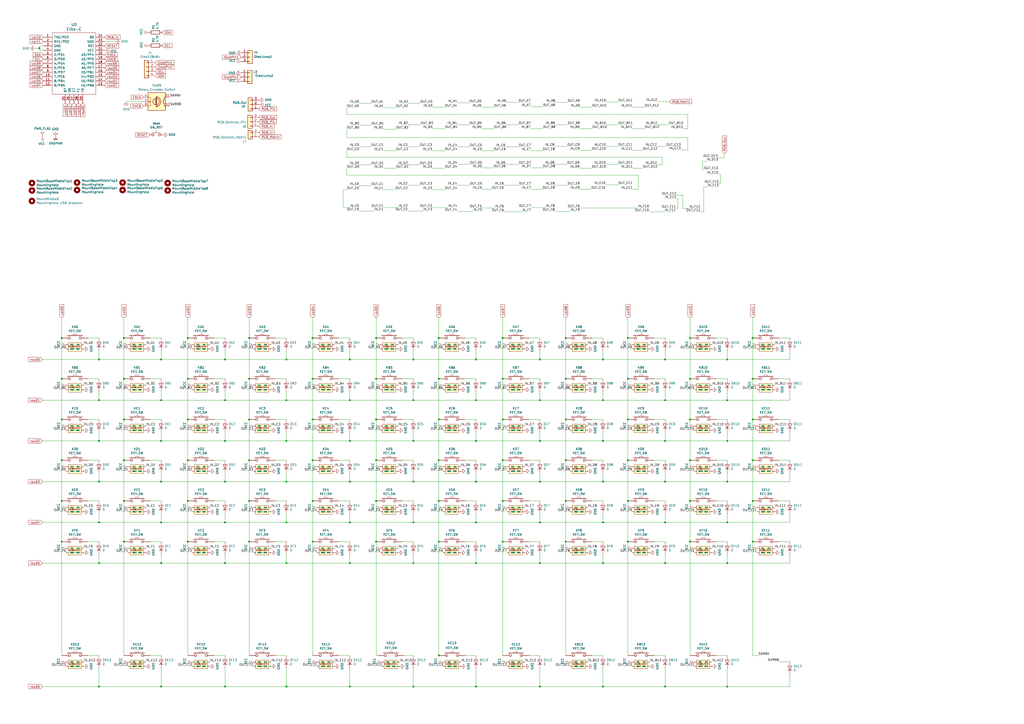
<source format=kicad_sch>
(kicad_sch (version 20211123) (generator eeschema)
  (paper "A2")
  (lib_symbols
    (symbol "KEY_SW_RGB_1" (pin_numbers hide) (pin_names (offset 1.016))
      (property "Reference" "KL" (at -3.81 2.794 0))
      (property "Value" "KEY_SW_RGB_1" (at -0.2032 -11.8364 0))
      (symbol "KEY_SW_RGB_1_0_1"
        (pin passive inverted (at -7.62 0 0) (length 5.08) (name "~") (number "1"))
        (pin passive inverted (at 7.62 0 180) (length 5.08) (name "~") (number "2"))
      )
      (symbol "KEY_SW_RGB_1_1_1"
        (text "SK6812mini" (at -0.0762 -4.953 0) (effects (font (size 0.7874 0.7874))))
        (pin power_in line (at -5.08 -3.81 0) (length 1.27) (name "VCC") (number "3"))
        (pin output line (at -5.08 -6.35 0) (length 1.27) (name "DOUT") (number "4"))
        (pin power_in line (at 5.08 -6.35 180) (length 1.27) (name "GND") (number "5"))
        (pin input line (at 5.08 -3.81 180) (length 1.27) (name "DIN") (number "6"))
      )
    )
    (symbol "KEY_SW_RGB_10" (pin_numbers hide) (pin_names (offset 1.016))
      (property "Reference" "KL" (at -3.81 2.794 0))
      (property "Value" "KEY_SW_RGB_10" (at -0.2032 -11.8364 0))
      (symbol "KEY_SW_RGB_10_0_1"
        (pin passive inverted (at -7.62 0 0) (length 5.08) (name "~") (number "1"))
        (pin passive inverted (at 7.62 0 180) (length 5.08) (name "~") (number "2"))
      )
      (symbol "KEY_SW_RGB_10_1_1"
        (text "SK6812mini" (at -0.0762 -4.953 0) (effects (font (size 0.7874 0.7874))))
        (pin power_in line (at -5.08 -3.81 0) (length 1.27) (name "VCC") (number "3"))
        (pin output line (at -5.08 -6.35 0) (length 1.27) (name "DOUT") (number "4"))
        (pin power_in line (at 5.08 -6.35 180) (length 1.27) (name "GND") (number "5"))
        (pin input line (at 5.08 -3.81 180) (length 1.27) (name "DIN") (number "6"))
      )
    )
    (symbol "KEY_SW_RGB_11" (pin_numbers hide) (pin_names (offset 1.016))
      (property "Reference" "KL" (at -3.81 2.794 0))
      (property "Value" "KEY_SW_RGB_11" (at -0.2032 -11.8364 0))
      (symbol "KEY_SW_RGB_11_0_1"
        (pin passive inverted (at -7.62 0 0) (length 5.08) (name "~") (number "1"))
        (pin passive inverted (at 7.62 0 180) (length 5.08) (name "~") (number "2"))
      )
      (symbol "KEY_SW_RGB_11_1_1"
        (text "SK6812mini" (at -0.0762 -4.953 0) (effects (font (size 0.7874 0.7874))))
        (pin power_in line (at -5.08 -3.81 0) (length 1.27) (name "VCC") (number "3"))
        (pin output line (at -5.08 -6.35 0) (length 1.27) (name "DOUT") (number "4"))
        (pin power_in line (at 5.08 -6.35 180) (length 1.27) (name "GND") (number "5"))
        (pin input line (at 5.08 -3.81 180) (length 1.27) (name "DIN") (number "6"))
      )
    )
    (symbol "KEY_SW_RGB_12" (pin_numbers hide) (pin_names (offset 1.016))
      (property "Reference" "KL" (at -3.81 2.794 0))
      (property "Value" "KEY_SW_RGB_12" (at -0.2032 -11.8364 0))
      (symbol "KEY_SW_RGB_12_0_1"
        (pin passive inverted (at -7.62 0 0) (length 5.08) (name "~") (number "1"))
        (pin passive inverted (at 7.62 0 180) (length 5.08) (name "~") (number "2"))
      )
      (symbol "KEY_SW_RGB_12_1_1"
        (text "SK6812mini" (at -0.0762 -4.953 0) (effects (font (size 0.7874 0.7874))))
        (pin power_in line (at -5.08 -3.81 0) (length 1.27) (name "VCC") (number "3"))
        (pin output line (at -5.08 -6.35 0) (length 1.27) (name "DOUT") (number "4"))
        (pin power_in line (at 5.08 -6.35 180) (length 1.27) (name "GND") (number "5"))
        (pin input line (at 5.08 -3.81 180) (length 1.27) (name "DIN") (number "6"))
      )
    )
    (symbol "KEY_SW_RGB_13" (pin_numbers hide) (pin_names (offset 1.016))
      (property "Reference" "KL" (at -3.81 2.794 0))
      (property "Value" "KEY_SW_RGB_13" (at -0.2032 -11.8364 0))
      (symbol "KEY_SW_RGB_13_0_1"
        (pin passive inverted (at -7.62 0 0) (length 5.08) (name "~") (number "1"))
        (pin passive inverted (at 7.62 0 180) (length 5.08) (name "~") (number "2"))
      )
      (symbol "KEY_SW_RGB_13_1_1"
        (text "SK6812mini" (at -0.0762 -4.953 0) (effects (font (size 0.7874 0.7874))))
        (pin power_in line (at -5.08 -3.81 0) (length 1.27) (name "VCC") (number "3"))
        (pin output line (at -5.08 -6.35 0) (length 1.27) (name "DOUT") (number "4"))
        (pin power_in line (at 5.08 -6.35 180) (length 1.27) (name "GND") (number "5"))
        (pin input line (at 5.08 -3.81 180) (length 1.27) (name "DIN") (number "6"))
      )
    )
    (symbol "KEY_SW_RGB_14" (pin_numbers hide) (pin_names (offset 1.016))
      (property "Reference" "KL" (at -3.81 2.794 0))
      (property "Value" "KEY_SW_RGB_14" (at -0.2032 -11.8364 0))
      (symbol "KEY_SW_RGB_14_0_1"
        (pin passive inverted (at -7.62 0 0) (length 5.08) (name "~") (number "1"))
        (pin passive inverted (at 7.62 0 180) (length 5.08) (name "~") (number "2"))
      )
      (symbol "KEY_SW_RGB_14_1_1"
        (text "SK6812mini" (at -0.0762 -4.953 0) (effects (font (size 0.7874 0.7874))))
        (pin power_in line (at -5.08 -3.81 0) (length 1.27) (name "VCC") (number "3"))
        (pin output line (at -5.08 -6.35 0) (length 1.27) (name "DOUT") (number "4"))
        (pin power_in line (at 5.08 -6.35 180) (length 1.27) (name "GND") (number "5"))
        (pin input line (at 5.08 -3.81 180) (length 1.27) (name "DIN") (number "6"))
      )
    )
    (symbol "KEY_SW_RGB_15" (pin_numbers hide) (pin_names (offset 1.016))
      (property "Reference" "KL" (at -3.81 2.794 0))
      (property "Value" "KEY_SW_RGB_15" (at -0.2032 -11.8364 0))
      (symbol "KEY_SW_RGB_15_0_1"
        (pin passive inverted (at -7.62 0 0) (length 5.08) (name "~") (number "1"))
        (pin passive inverted (at 7.62 0 180) (length 5.08) (name "~") (number "2"))
      )
      (symbol "KEY_SW_RGB_15_1_1"
        (text "SK6812mini" (at -0.0762 -4.953 0) (effects (font (size 0.7874 0.7874))))
        (pin power_in line (at -5.08 -3.81 0) (length 1.27) (name "VCC") (number "3"))
        (pin output line (at -5.08 -6.35 0) (length 1.27) (name "DOUT") (number "4"))
        (pin power_in line (at 5.08 -6.35 180) (length 1.27) (name "GND") (number "5"))
        (pin input line (at 5.08 -3.81 180) (length 1.27) (name "DIN") (number "6"))
      )
    )
    (symbol "KEY_SW_RGB_16" (pin_numbers hide) (pin_names (offset 1.016))
      (property "Reference" "KL" (at -3.81 2.794 0))
      (property "Value" "KEY_SW_RGB_16" (at -0.2032 -11.8364 0))
      (symbol "KEY_SW_RGB_16_0_1"
        (pin passive inverted (at -7.62 0 0) (length 5.08) (name "~") (number "1"))
        (pin passive inverted (at 7.62 0 180) (length 5.08) (name "~") (number "2"))
      )
      (symbol "KEY_SW_RGB_16_1_1"
        (text "SK6812mini" (at -0.0762 -4.953 0) (effects (font (size 0.7874 0.7874))))
        (pin power_in line (at -5.08 -3.81 0) (length 1.27) (name "VCC") (number "3"))
        (pin output line (at -5.08 -6.35 0) (length 1.27) (name "DOUT") (number "4"))
        (pin power_in line (at 5.08 -6.35 180) (length 1.27) (name "GND") (number "5"))
        (pin input line (at 5.08 -3.81 180) (length 1.27) (name "DIN") (number "6"))
      )
    )
    (symbol "KEY_SW_RGB_17" (pin_numbers hide) (pin_names (offset 1.016))
      (property "Reference" "KL" (at -3.81 2.794 0))
      (property "Value" "KEY_SW_RGB_17" (at -0.2032 -11.8364 0))
      (symbol "KEY_SW_RGB_17_0_1"
        (pin passive inverted (at -7.62 0 0) (length 5.08) (name "~") (number "1"))
        (pin passive inverted (at 7.62 0 180) (length 5.08) (name "~") (number "2"))
      )
      (symbol "KEY_SW_RGB_17_1_1"
        (text "SK6812mini" (at -0.0762 -4.953 0) (effects (font (size 0.7874 0.7874))))
        (pin power_in line (at -5.08 -3.81 0) (length 1.27) (name "VCC") (number "3"))
        (pin output line (at -5.08 -6.35 0) (length 1.27) (name "DOUT") (number "4"))
        (pin power_in line (at 5.08 -6.35 180) (length 1.27) (name "GND") (number "5"))
        (pin input line (at 5.08 -3.81 180) (length 1.27) (name "DIN") (number "6"))
      )
    )
    (symbol "KEY_SW_RGB_18" (pin_numbers hide) (pin_names (offset 1.016))
      (property "Reference" "KL" (at -3.81 2.794 0))
      (property "Value" "KEY_SW_RGB_18" (at -0.2032 -11.8364 0))
      (symbol "KEY_SW_RGB_18_0_1"
        (pin passive inverted (at -7.62 0 0) (length 5.08) (name "~") (number "1"))
        (pin passive inverted (at 7.62 0 180) (length 5.08) (name "~") (number "2"))
      )
      (symbol "KEY_SW_RGB_18_1_1"
        (text "SK6812mini" (at -0.0762 -4.953 0) (effects (font (size 0.7874 0.7874))))
        (pin power_in line (at -5.08 -3.81 0) (length 1.27) (name "VCC") (number "3"))
        (pin output line (at -5.08 -6.35 0) (length 1.27) (name "DOUT") (number "4"))
        (pin power_in line (at 5.08 -6.35 180) (length 1.27) (name "GND") (number "5"))
        (pin input line (at 5.08 -3.81 180) (length 1.27) (name "DIN") (number "6"))
      )
    )
    (symbol "KEY_SW_RGB_19" (pin_numbers hide) (pin_names (offset 1.016))
      (property "Reference" "KL" (at -3.81 2.794 0))
      (property "Value" "KEY_SW_RGB_19" (at -0.2032 -11.8364 0))
      (symbol "KEY_SW_RGB_19_0_1"
        (pin passive inverted (at -7.62 0 0) (length 5.08) (name "~") (number "1"))
        (pin passive inverted (at 7.62 0 180) (length 5.08) (name "~") (number "2"))
      )
      (symbol "KEY_SW_RGB_19_1_1"
        (text "SK6812mini" (at -0.0762 -4.953 0) (effects (font (size 0.7874 0.7874))))
        (pin power_in line (at -5.08 -3.81 0) (length 1.27) (name "VCC") (number "3"))
        (pin output line (at -5.08 -6.35 0) (length 1.27) (name "DOUT") (number "4"))
        (pin power_in line (at 5.08 -6.35 180) (length 1.27) (name "GND") (number "5"))
        (pin input line (at 5.08 -3.81 180) (length 1.27) (name "DIN") (number "6"))
      )
    )
    (symbol "KEY_SW_RGB_2" (pin_numbers hide) (pin_names (offset 1.016))
      (property "Reference" "KL" (at -3.81 2.794 0))
      (property "Value" "KEY_SW_RGB_2" (at -0.2032 -11.8364 0))
      (symbol "KEY_SW_RGB_2_0_1"
        (pin passive inverted (at -7.62 0 0) (length 5.08) (name "~") (number "1"))
        (pin passive inverted (at 7.62 0 180) (length 5.08) (name "~") (number "2"))
      )
      (symbol "KEY_SW_RGB_2_1_1"
        (text "SK6812mini" (at -0.0762 -4.953 0) (effects (font (size 0.7874 0.7874))))
        (pin power_in line (at -5.08 -3.81 0) (length 1.27) (name "VCC") (number "3"))
        (pin output line (at -5.08 -6.35 0) (length 1.27) (name "DOUT") (number "4"))
        (pin power_in line (at 5.08 -6.35 180) (length 1.27) (name "GND") (number "5"))
        (pin input line (at 5.08 -3.81 180) (length 1.27) (name "DIN") (number "6"))
      )
    )
    (symbol "KEY_SW_RGB_20" (pin_numbers hide) (pin_names (offset 1.016))
      (property "Reference" "KL" (at -3.81 2.794 0))
      (property "Value" "KEY_SW_RGB_20" (at -0.2032 -11.8364 0))
      (symbol "KEY_SW_RGB_20_0_1"
        (pin passive inverted (at -7.62 0 0) (length 5.08) (name "~") (number "1"))
        (pin passive inverted (at 7.62 0 180) (length 5.08) (name "~") (number "2"))
      )
      (symbol "KEY_SW_RGB_20_1_1"
        (text "SK6812mini" (at -0.0762 -4.953 0) (effects (font (size 0.7874 0.7874))))
        (pin power_in line (at -5.08 -3.81 0) (length 1.27) (name "VCC") (number "3"))
        (pin output line (at -5.08 -6.35 0) (length 1.27) (name "DOUT") (number "4"))
        (pin power_in line (at 5.08 -6.35 180) (length 1.27) (name "GND") (number "5"))
        (pin input line (at 5.08 -3.81 180) (length 1.27) (name "DIN") (number "6"))
      )
    )
    (symbol "KEY_SW_RGB_21" (pin_numbers hide) (pin_names (offset 1.016))
      (property "Reference" "KL" (at -3.81 2.794 0))
      (property "Value" "KEY_SW_RGB_21" (at -0.2032 -11.8364 0))
      (symbol "KEY_SW_RGB_21_0_1"
        (pin passive inverted (at -7.62 0 0) (length 5.08) (name "~") (number "1"))
        (pin passive inverted (at 7.62 0 180) (length 5.08) (name "~") (number "2"))
      )
      (symbol "KEY_SW_RGB_21_1_1"
        (text "SK6812mini" (at -0.0762 -4.953 0) (effects (font (size 0.7874 0.7874))))
        (pin power_in line (at -5.08 -3.81 0) (length 1.27) (name "VCC") (number "3"))
        (pin output line (at -5.08 -6.35 0) (length 1.27) (name "DOUT") (number "4"))
        (pin power_in line (at 5.08 -6.35 180) (length 1.27) (name "GND") (number "5"))
        (pin input line (at 5.08 -3.81 180) (length 1.27) (name "DIN") (number "6"))
      )
    )
    (symbol "KEY_SW_RGB_22" (pin_numbers hide) (pin_names (offset 1.016))
      (property "Reference" "KL" (at -3.81 2.794 0))
      (property "Value" "KEY_SW_RGB_22" (at -0.2032 -11.8364 0))
      (symbol "KEY_SW_RGB_22_0_1"
        (pin passive inverted (at -7.62 0 0) (length 5.08) (name "~") (number "1"))
        (pin passive inverted (at 7.62 0 180) (length 5.08) (name "~") (number "2"))
      )
      (symbol "KEY_SW_RGB_22_1_1"
        (text "SK6812mini" (at -0.0762 -4.953 0) (effects (font (size 0.7874 0.7874))))
        (pin power_in line (at -5.08 -3.81 0) (length 1.27) (name "VCC") (number "3"))
        (pin output line (at -5.08 -6.35 0) (length 1.27) (name "DOUT") (number "4"))
        (pin power_in line (at 5.08 -6.35 180) (length 1.27) (name "GND") (number "5"))
        (pin input line (at 5.08 -3.81 180) (length 1.27) (name "DIN") (number "6"))
      )
    )
    (symbol "KEY_SW_RGB_23" (pin_numbers hide) (pin_names (offset 1.016))
      (property "Reference" "KL" (at -3.81 2.794 0))
      (property "Value" "KEY_SW_RGB_23" (at -0.2032 -11.8364 0))
      (symbol "KEY_SW_RGB_23_0_1"
        (pin passive inverted (at -7.62 0 0) (length 5.08) (name "~") (number "1"))
        (pin passive inverted (at 7.62 0 180) (length 5.08) (name "~") (number "2"))
      )
      (symbol "KEY_SW_RGB_23_1_1"
        (text "SK6812mini" (at -0.0762 -4.953 0) (effects (font (size 0.7874 0.7874))))
        (pin power_in line (at -5.08 -3.81 0) (length 1.27) (name "VCC") (number "3"))
        (pin output line (at -5.08 -6.35 0) (length 1.27) (name "DOUT") (number "4"))
        (pin power_in line (at 5.08 -6.35 180) (length 1.27) (name "GND") (number "5"))
        (pin input line (at 5.08 -3.81 180) (length 1.27) (name "DIN") (number "6"))
      )
    )
    (symbol "KEY_SW_RGB_24" (pin_numbers hide) (pin_names (offset 1.016))
      (property "Reference" "KL" (at -3.81 2.794 0))
      (property "Value" "KEY_SW_RGB_24" (at -0.2032 -11.8364 0))
      (symbol "KEY_SW_RGB_24_0_1"
        (pin passive inverted (at -7.62 0 0) (length 5.08) (name "~") (number "1"))
        (pin passive inverted (at 7.62 0 180) (length 5.08) (name "~") (number "2"))
      )
      (symbol "KEY_SW_RGB_24_1_1"
        (text "SK6812mini" (at -0.0762 -4.953 0) (effects (font (size 0.7874 0.7874))))
        (pin power_in line (at -5.08 -3.81 0) (length 1.27) (name "VCC") (number "3"))
        (pin output line (at -5.08 -6.35 0) (length 1.27) (name "DOUT") (number "4"))
        (pin power_in line (at 5.08 -6.35 180) (length 1.27) (name "GND") (number "5"))
        (pin input line (at 5.08 -3.81 180) (length 1.27) (name "DIN") (number "6"))
      )
    )
    (symbol "KEY_SW_RGB_25" (pin_numbers hide) (pin_names (offset 1.016))
      (property "Reference" "KL" (at -3.81 2.794 0))
      (property "Value" "KEY_SW_RGB_25" (at -0.2032 -11.8364 0))
      (symbol "KEY_SW_RGB_25_0_1"
        (pin passive inverted (at -7.62 0 0) (length 5.08) (name "~") (number "1"))
        (pin passive inverted (at 7.62 0 180) (length 5.08) (name "~") (number "2"))
      )
      (symbol "KEY_SW_RGB_25_1_1"
        (text "SK6812mini" (at -0.0762 -4.953 0) (effects (font (size 0.7874 0.7874))))
        (pin power_in line (at -5.08 -3.81 0) (length 1.27) (name "VCC") (number "3"))
        (pin output line (at -5.08 -6.35 0) (length 1.27) (name "DOUT") (number "4"))
        (pin power_in line (at 5.08 -6.35 180) (length 1.27) (name "GND") (number "5"))
        (pin input line (at 5.08 -3.81 180) (length 1.27) (name "DIN") (number "6"))
      )
    )
    (symbol "KEY_SW_RGB_26" (pin_numbers hide) (pin_names (offset 1.016))
      (property "Reference" "KL" (at -3.81 2.794 0))
      (property "Value" "KEY_SW_RGB_26" (at -0.2032 -11.8364 0))
      (symbol "KEY_SW_RGB_26_0_1"
        (pin passive inverted (at -7.62 0 0) (length 5.08) (name "~") (number "1"))
        (pin passive inverted (at 7.62 0 180) (length 5.08) (name "~") (number "2"))
      )
      (symbol "KEY_SW_RGB_26_1_1"
        (text "SK6812mini" (at -0.0762 -4.953 0) (effects (font (size 0.7874 0.7874))))
        (pin power_in line (at -5.08 -3.81 0) (length 1.27) (name "VCC") (number "3"))
        (pin output line (at -5.08 -6.35 0) (length 1.27) (name "DOUT") (number "4"))
        (pin power_in line (at 5.08 -6.35 180) (length 1.27) (name "GND") (number "5"))
        (pin input line (at 5.08 -3.81 180) (length 1.27) (name "DIN") (number "6"))
      )
    )
    (symbol "KEY_SW_RGB_27" (pin_numbers hide) (pin_names (offset 1.016))
      (property "Reference" "KL" (at -3.81 2.794 0))
      (property "Value" "KEY_SW_RGB_27" (at -0.2032 -11.8364 0))
      (symbol "KEY_SW_RGB_27_0_1"
        (pin passive inverted (at -7.62 0 0) (length 5.08) (name "~") (number "1"))
        (pin passive inverted (at 7.62 0 180) (length 5.08) (name "~") (number "2"))
      )
      (symbol "KEY_SW_RGB_27_1_1"
        (text "SK6812mini" (at -0.0762 -4.953 0) (effects (font (size 0.7874 0.7874))))
        (pin power_in line (at -5.08 -3.81 0) (length 1.27) (name "VCC") (number "3"))
        (pin output line (at -5.08 -6.35 0) (length 1.27) (name "DOUT") (number "4"))
        (pin power_in line (at 5.08 -6.35 180) (length 1.27) (name "GND") (number "5"))
        (pin input line (at 5.08 -3.81 180) (length 1.27) (name "DIN") (number "6"))
      )
    )
    (symbol "KEY_SW_RGB_28" (pin_numbers hide) (pin_names (offset 1.016))
      (property "Reference" "KL" (at -3.81 2.794 0))
      (property "Value" "KEY_SW_RGB_28" (at -0.2032 -11.8364 0))
      (symbol "KEY_SW_RGB_28_0_1"
        (pin passive inverted (at -7.62 0 0) (length 5.08) (name "~") (number "1"))
        (pin passive inverted (at 7.62 0 180) (length 5.08) (name "~") (number "2"))
      )
      (symbol "KEY_SW_RGB_28_1_1"
        (text "SK6812mini" (at -0.0762 -4.953 0) (effects (font (size 0.7874 0.7874))))
        (pin power_in line (at -5.08 -3.81 0) (length 1.27) (name "VCC") (number "3"))
        (pin output line (at -5.08 -6.35 0) (length 1.27) (name "DOUT") (number "4"))
        (pin power_in line (at 5.08 -6.35 180) (length 1.27) (name "GND") (number "5"))
        (pin input line (at 5.08 -3.81 180) (length 1.27) (name "DIN") (number "6"))
      )
    )
    (symbol "KEY_SW_RGB_29" (pin_numbers hide) (pin_names (offset 1.016))
      (property "Reference" "KL" (at -3.81 2.794 0))
      (property "Value" "KEY_SW_RGB_29" (at -0.2032 -11.8364 0))
      (symbol "KEY_SW_RGB_29_0_1"
        (pin passive inverted (at -7.62 0 0) (length 5.08) (name "~") (number "1"))
        (pin passive inverted (at 7.62 0 180) (length 5.08) (name "~") (number "2"))
      )
      (symbol "KEY_SW_RGB_29_1_1"
        (text "SK6812mini" (at -0.0762 -4.953 0) (effects (font (size 0.7874 0.7874))))
        (pin power_in line (at -5.08 -3.81 0) (length 1.27) (name "VCC") (number "3"))
        (pin output line (at -5.08 -6.35 0) (length 1.27) (name "DOUT") (number "4"))
        (pin power_in line (at 5.08 -6.35 180) (length 1.27) (name "GND") (number "5"))
        (pin input line (at 5.08 -3.81 180) (length 1.27) (name "DIN") (number "6"))
      )
    )
    (symbol "KEY_SW_RGB_3" (pin_numbers hide) (pin_names (offset 1.016))
      (property "Reference" "KL" (at -3.81 2.794 0))
      (property "Value" "KEY_SW_RGB_3" (at -0.2032 -11.8364 0))
      (symbol "KEY_SW_RGB_3_0_1"
        (pin passive inverted (at -7.62 0 0) (length 5.08) (name "~") (number "1"))
        (pin passive inverted (at 7.62 0 180) (length 5.08) (name "~") (number "2"))
      )
      (symbol "KEY_SW_RGB_3_1_1"
        (text "SK6812mini" (at -0.0762 -4.953 0) (effects (font (size 0.7874 0.7874))))
        (pin power_in line (at -5.08 -3.81 0) (length 1.27) (name "VCC") (number "3"))
        (pin output line (at -5.08 -6.35 0) (length 1.27) (name "DOUT") (number "4"))
        (pin power_in line (at 5.08 -6.35 180) (length 1.27) (name "GND") (number "5"))
        (pin input line (at 5.08 -3.81 180) (length 1.27) (name "DIN") (number "6"))
      )
    )
    (symbol "KEY_SW_RGB_30" (pin_numbers hide) (pin_names (offset 1.016))
      (property "Reference" "KL" (at -3.81 2.794 0))
      (property "Value" "KEY_SW_RGB_30" (at -0.2032 -11.8364 0))
      (symbol "KEY_SW_RGB_30_0_1"
        (pin passive inverted (at -7.62 0 0) (length 5.08) (name "~") (number "1"))
        (pin passive inverted (at 7.62 0 180) (length 5.08) (name "~") (number "2"))
      )
      (symbol "KEY_SW_RGB_30_1_1"
        (text "SK6812mini" (at -0.0762 -4.953 0) (effects (font (size 0.7874 0.7874))))
        (pin power_in line (at -5.08 -3.81 0) (length 1.27) (name "VCC") (number "3"))
        (pin output line (at -5.08 -6.35 0) (length 1.27) (name "DOUT") (number "4"))
        (pin power_in line (at 5.08 -6.35 180) (length 1.27) (name "GND") (number "5"))
        (pin input line (at 5.08 -3.81 180) (length 1.27) (name "DIN") (number "6"))
      )
    )
    (symbol "KEY_SW_RGB_31" (pin_numbers hide) (pin_names (offset 1.016))
      (property "Reference" "KL" (at -3.81 2.794 0))
      (property "Value" "KEY_SW_RGB_31" (at -0.2032 -11.8364 0))
      (symbol "KEY_SW_RGB_31_0_1"
        (pin passive inverted (at -7.62 0 0) (length 5.08) (name "~") (number "1"))
        (pin passive inverted (at 7.62 0 180) (length 5.08) (name "~") (number "2"))
      )
      (symbol "KEY_SW_RGB_31_1_1"
        (text "SK6812mini" (at -0.0762 -4.953 0) (effects (font (size 0.7874 0.7874))))
        (pin power_in line (at -5.08 -3.81 0) (length 1.27) (name "VCC") (number "3"))
        (pin output line (at -5.08 -6.35 0) (length 1.27) (name "DOUT") (number "4"))
        (pin power_in line (at 5.08 -6.35 180) (length 1.27) (name "GND") (number "5"))
        (pin input line (at 5.08 -3.81 180) (length 1.27) (name "DIN") (number "6"))
      )
    )
    (symbol "KEY_SW_RGB_32" (pin_numbers hide) (pin_names (offset 1.016))
      (property "Reference" "KL" (at -3.81 2.794 0))
      (property "Value" "KEY_SW_RGB_32" (at -0.2032 -11.8364 0))
      (symbol "KEY_SW_RGB_32_0_1"
        (pin passive inverted (at -7.62 0 0) (length 5.08) (name "~") (number "1"))
        (pin passive inverted (at 7.62 0 180) (length 5.08) (name "~") (number "2"))
      )
      (symbol "KEY_SW_RGB_32_1_1"
        (text "SK6812mini" (at -0.0762 -4.953 0) (effects (font (size 0.7874 0.7874))))
        (pin power_in line (at -5.08 -3.81 0) (length 1.27) (name "VCC") (number "3"))
        (pin output line (at -5.08 -6.35 0) (length 1.27) (name "DOUT") (number "4"))
        (pin power_in line (at 5.08 -6.35 180) (length 1.27) (name "GND") (number "5"))
        (pin input line (at 5.08 -3.81 180) (length 1.27) (name "DIN") (number "6"))
      )
    )
    (symbol "KEY_SW_RGB_33" (pin_numbers hide) (pin_names (offset 1.016))
      (property "Reference" "KL" (at -3.81 2.794 0))
      (property "Value" "KEY_SW_RGB_33" (at -0.2032 -11.8364 0))
      (symbol "KEY_SW_RGB_33_0_1"
        (pin passive inverted (at -7.62 0 0) (length 5.08) (name "~") (number "1"))
        (pin passive inverted (at 7.62 0 180) (length 5.08) (name "~") (number "2"))
      )
      (symbol "KEY_SW_RGB_33_1_1"
        (text "SK6812mini" (at -0.0762 -4.953 0) (effects (font (size 0.7874 0.7874))))
        (pin power_in line (at -5.08 -3.81 0) (length 1.27) (name "VCC") (number "3"))
        (pin output line (at -5.08 -6.35 0) (length 1.27) (name "DOUT") (number "4"))
        (pin power_in line (at 5.08 -6.35 180) (length 1.27) (name "GND") (number "5"))
        (pin input line (at 5.08 -3.81 180) (length 1.27) (name "DIN") (number "6"))
      )
    )
    (symbol "KEY_SW_RGB_34" (pin_numbers hide) (pin_names (offset 1.016))
      (property "Reference" "KL" (at -3.81 2.794 0))
      (property "Value" "KEY_SW_RGB_34" (at -0.2032 -11.8364 0))
      (symbol "KEY_SW_RGB_34_0_1"
        (pin passive inverted (at -7.62 0 0) (length 5.08) (name "~") (number "1"))
        (pin passive inverted (at 7.62 0 180) (length 5.08) (name "~") (number "2"))
      )
      (symbol "KEY_SW_RGB_34_1_1"
        (text "SK6812mini" (at -0.0762 -4.953 0) (effects (font (size 0.7874 0.7874))))
        (pin power_in line (at -5.08 -3.81 0) (length 1.27) (name "VCC") (number "3"))
        (pin output line (at -5.08 -6.35 0) (length 1.27) (name "DOUT") (number "4"))
        (pin power_in line (at 5.08 -6.35 180) (length 1.27) (name "GND") (number "5"))
        (pin input line (at 5.08 -3.81 180) (length 1.27) (name "DIN") (number "6"))
      )
    )
    (symbol "KEY_SW_RGB_35" (pin_numbers hide) (pin_names (offset 1.016))
      (property "Reference" "KL" (at -3.81 2.794 0))
      (property "Value" "KEY_SW_RGB_35" (at -0.2032 -11.8364 0))
      (symbol "KEY_SW_RGB_35_0_1"
        (pin passive inverted (at -7.62 0 0) (length 5.08) (name "~") (number "1"))
        (pin passive inverted (at 7.62 0 180) (length 5.08) (name "~") (number "2"))
      )
      (symbol "KEY_SW_RGB_35_1_1"
        (text "SK6812mini" (at -0.0762 -4.953 0) (effects (font (size 0.7874 0.7874))))
        (pin power_in line (at -5.08 -3.81 0) (length 1.27) (name "VCC") (number "3"))
        (pin output line (at -5.08 -6.35 0) (length 1.27) (name "DOUT") (number "4"))
        (pin power_in line (at 5.08 -6.35 180) (length 1.27) (name "GND") (number "5"))
        (pin input line (at 5.08 -3.81 180) (length 1.27) (name "DIN") (number "6"))
      )
    )
    (symbol "KEY_SW_RGB_36" (pin_numbers hide) (pin_names (offset 1.016))
      (property "Reference" "KL" (at -3.81 2.794 0))
      (property "Value" "KEY_SW_RGB_36" (at -0.2032 -11.8364 0))
      (symbol "KEY_SW_RGB_36_0_1"
        (pin passive inverted (at -7.62 0 0) (length 5.08) (name "~") (number "1"))
        (pin passive inverted (at 7.62 0 180) (length 5.08) (name "~") (number "2"))
      )
      (symbol "KEY_SW_RGB_36_1_1"
        (text "SK6812mini" (at -0.0762 -4.953 0) (effects (font (size 0.7874 0.7874))))
        (pin power_in line (at -5.08 -3.81 0) (length 1.27) (name "VCC") (number "3"))
        (pin output line (at -5.08 -6.35 0) (length 1.27) (name "DOUT") (number "4"))
        (pin power_in line (at 5.08 -6.35 180) (length 1.27) (name "GND") (number "5"))
        (pin input line (at 5.08 -3.81 180) (length 1.27) (name "DIN") (number "6"))
      )
    )
    (symbol "KEY_SW_RGB_37" (pin_numbers hide) (pin_names (offset 1.016))
      (property "Reference" "KL" (at -3.81 2.794 0))
      (property "Value" "KEY_SW_RGB_37" (at -0.2032 -11.8364 0))
      (symbol "KEY_SW_RGB_37_0_1"
        (pin passive inverted (at -7.62 0 0) (length 5.08) (name "~") (number "1"))
        (pin passive inverted (at 7.62 0 180) (length 5.08) (name "~") (number "2"))
      )
      (symbol "KEY_SW_RGB_37_1_1"
        (text "SK6812mini" (at -0.0762 -4.953 0) (effects (font (size 0.7874 0.7874))))
        (pin power_in line (at -5.08 -3.81 0) (length 1.27) (name "VCC") (number "3"))
        (pin output line (at -5.08 -6.35 0) (length 1.27) (name "DOUT") (number "4"))
        (pin power_in line (at 5.08 -6.35 180) (length 1.27) (name "GND") (number "5"))
        (pin input line (at 5.08 -3.81 180) (length 1.27) (name "DIN") (number "6"))
      )
    )
    (symbol "KEY_SW_RGB_38" (pin_numbers hide) (pin_names (offset 1.016))
      (property "Reference" "KL" (at -3.81 2.794 0))
      (property "Value" "KEY_SW_RGB_38" (at -0.2032 -11.8364 0))
      (symbol "KEY_SW_RGB_38_0_1"
        (pin passive inverted (at -7.62 0 0) (length 5.08) (name "~") (number "1"))
        (pin passive inverted (at 7.62 0 180) (length 5.08) (name "~") (number "2"))
      )
      (symbol "KEY_SW_RGB_38_1_1"
        (text "SK6812mini" (at -0.0762 -4.953 0) (effects (font (size 0.7874 0.7874))))
        (pin power_in line (at -5.08 -3.81 0) (length 1.27) (name "VCC") (number "3"))
        (pin output line (at -5.08 -6.35 0) (length 1.27) (name "DOUT") (number "4"))
        (pin power_in line (at 5.08 -6.35 180) (length 1.27) (name "GND") (number "5"))
        (pin input line (at 5.08 -3.81 180) (length 1.27) (name "DIN") (number "6"))
      )
    )
    (symbol "KEY_SW_RGB_39" (pin_numbers hide) (pin_names (offset 1.016))
      (property "Reference" "KL" (at -3.81 2.794 0))
      (property "Value" "KEY_SW_RGB_39" (at -0.2032 -11.8364 0))
      (symbol "KEY_SW_RGB_39_0_1"
        (pin passive inverted (at -7.62 0 0) (length 5.08) (name "~") (number "1"))
        (pin passive inverted (at 7.62 0 180) (length 5.08) (name "~") (number "2"))
      )
      (symbol "KEY_SW_RGB_39_1_1"
        (text "SK6812mini" (at -0.0762 -4.953 0) (effects (font (size 0.7874 0.7874))))
        (pin power_in line (at -5.08 -3.81 0) (length 1.27) (name "VCC") (number "3"))
        (pin output line (at -5.08 -6.35 0) (length 1.27) (name "DOUT") (number "4"))
        (pin power_in line (at 5.08 -6.35 180) (length 1.27) (name "GND") (number "5"))
        (pin input line (at 5.08 -3.81 180) (length 1.27) (name "DIN") (number "6"))
      )
    )
    (symbol "KEY_SW_RGB_4" (pin_numbers hide) (pin_names (offset 1.016))
      (property "Reference" "KL" (at -3.81 2.794 0))
      (property "Value" "KEY_SW_RGB_4" (at -0.2032 -11.8364 0))
      (symbol "KEY_SW_RGB_4_0_1"
        (pin passive inverted (at -7.62 0 0) (length 5.08) (name "~") (number "1"))
        (pin passive inverted (at 7.62 0 180) (length 5.08) (name "~") (number "2"))
      )
      (symbol "KEY_SW_RGB_4_1_1"
        (text "SK6812mini" (at -0.0762 -4.953 0) (effects (font (size 0.7874 0.7874))))
        (pin power_in line (at -5.08 -3.81 0) (length 1.27) (name "VCC") (number "3"))
        (pin output line (at -5.08 -6.35 0) (length 1.27) (name "DOUT") (number "4"))
        (pin power_in line (at 5.08 -6.35 180) (length 1.27) (name "GND") (number "5"))
        (pin input line (at 5.08 -3.81 180) (length 1.27) (name "DIN") (number "6"))
      )
    )
    (symbol "KEY_SW_RGB_40" (pin_numbers hide) (pin_names (offset 1.016))
      (property "Reference" "KL" (at -3.81 2.794 0))
      (property "Value" "KEY_SW_RGB_40" (at -0.2032 -11.8364 0))
      (symbol "KEY_SW_RGB_40_0_1"
        (pin passive inverted (at -7.62 0 0) (length 5.08) (name "~") (number "1"))
        (pin passive inverted (at 7.62 0 180) (length 5.08) (name "~") (number "2"))
      )
      (symbol "KEY_SW_RGB_40_1_1"
        (text "SK6812mini" (at -0.0762 -4.953 0) (effects (font (size 0.7874 0.7874))))
        (pin power_in line (at -5.08 -3.81 0) (length 1.27) (name "VCC") (number "3"))
        (pin output line (at -5.08 -6.35 0) (length 1.27) (name "DOUT") (number "4"))
        (pin power_in line (at 5.08 -6.35 180) (length 1.27) (name "GND") (number "5"))
        (pin input line (at 5.08 -3.81 180) (length 1.27) (name "DIN") (number "6"))
      )
    )
    (symbol "KEY_SW_RGB_41" (pin_numbers hide) (pin_names (offset 1.016))
      (property "Reference" "KL" (at -3.81 2.794 0))
      (property "Value" "KEY_SW_RGB_41" (at -0.2032 -11.8364 0))
      (symbol "KEY_SW_RGB_41_0_1"
        (pin passive inverted (at -7.62 0 0) (length 5.08) (name "~") (number "1"))
        (pin passive inverted (at 7.62 0 180) (length 5.08) (name "~") (number "2"))
      )
      (symbol "KEY_SW_RGB_41_1_1"
        (text "SK6812mini" (at -0.0762 -4.953 0) (effects (font (size 0.7874 0.7874))))
        (pin power_in line (at -5.08 -3.81 0) (length 1.27) (name "VCC") (number "3"))
        (pin output line (at -5.08 -6.35 0) (length 1.27) (name "DOUT") (number "4"))
        (pin power_in line (at 5.08 -6.35 180) (length 1.27) (name "GND") (number "5"))
        (pin input line (at 5.08 -3.81 180) (length 1.27) (name "DIN") (number "6"))
      )
    )
    (symbol "KEY_SW_RGB_42" (pin_numbers hide) (pin_names (offset 1.016))
      (property "Reference" "KL" (at -3.81 2.794 0))
      (property "Value" "KEY_SW_RGB_42" (at -0.2032 -11.8364 0))
      (symbol "KEY_SW_RGB_42_0_1"
        (pin passive inverted (at -7.62 0 0) (length 5.08) (name "~") (number "1"))
        (pin passive inverted (at 7.62 0 180) (length 5.08) (name "~") (number "2"))
      )
      (symbol "KEY_SW_RGB_42_1_1"
        (text "SK6812mini" (at -0.0762 -4.953 0) (effects (font (size 0.7874 0.7874))))
        (pin power_in line (at -5.08 -3.81 0) (length 1.27) (name "VCC") (number "3"))
        (pin output line (at -5.08 -6.35 0) (length 1.27) (name "DOUT") (number "4"))
        (pin power_in line (at 5.08 -6.35 180) (length 1.27) (name "GND") (number "5"))
        (pin input line (at 5.08 -3.81 180) (length 1.27) (name "DIN") (number "6"))
      )
    )
    (symbol "KEY_SW_RGB_43" (pin_numbers hide) (pin_names (offset 1.016))
      (property "Reference" "KL" (at -3.81 2.794 0))
      (property "Value" "KEY_SW_RGB_43" (at -0.2032 -11.8364 0))
      (symbol "KEY_SW_RGB_43_0_1"
        (pin passive inverted (at -7.62 0 0) (length 5.08) (name "~") (number "1"))
        (pin passive inverted (at 7.62 0 180) (length 5.08) (name "~") (number "2"))
      )
      (symbol "KEY_SW_RGB_43_1_1"
        (text "SK6812mini" (at -0.0762 -4.953 0) (effects (font (size 0.7874 0.7874))))
        (pin power_in line (at -5.08 -3.81 0) (length 1.27) (name "VCC") (number "3"))
        (pin output line (at -5.08 -6.35 0) (length 1.27) (name "DOUT") (number "4"))
        (pin power_in line (at 5.08 -6.35 180) (length 1.27) (name "GND") (number "5"))
        (pin input line (at 5.08 -3.81 180) (length 1.27) (name "DIN") (number "6"))
      )
    )
    (symbol "KEY_SW_RGB_44" (pin_numbers hide) (pin_names (offset 1.016))
      (property "Reference" "KL" (at -3.81 2.794 0))
      (property "Value" "KEY_SW_RGB_44" (at -0.2032 -11.8364 0))
      (symbol "KEY_SW_RGB_44_0_1"
        (pin passive inverted (at -7.62 0 0) (length 5.08) (name "~") (number "1"))
        (pin passive inverted (at 7.62 0 180) (length 5.08) (name "~") (number "2"))
      )
      (symbol "KEY_SW_RGB_44_1_1"
        (text "SK6812mini" (at -0.0762 -4.953 0) (effects (font (size 0.7874 0.7874))))
        (pin power_in line (at -5.08 -3.81 0) (length 1.27) (name "VCC") (number "3"))
        (pin output line (at -5.08 -6.35 0) (length 1.27) (name "DOUT") (number "4"))
        (pin power_in line (at 5.08 -6.35 180) (length 1.27) (name "GND") (number "5"))
        (pin input line (at 5.08 -3.81 180) (length 1.27) (name "DIN") (number "6"))
      )
    )
    (symbol "KEY_SW_RGB_45" (pin_numbers hide) (pin_names (offset 1.016))
      (property "Reference" "KL" (at -3.81 2.794 0))
      (property "Value" "KEY_SW_RGB_45" (at -0.2032 -11.8364 0))
      (symbol "KEY_SW_RGB_45_0_1"
        (pin passive inverted (at -7.62 0 0) (length 5.08) (name "~") (number "1"))
        (pin passive inverted (at 7.62 0 180) (length 5.08) (name "~") (number "2"))
      )
      (symbol "KEY_SW_RGB_45_1_1"
        (text "SK6812mini" (at -0.0762 -4.953 0) (effects (font (size 0.7874 0.7874))))
        (pin power_in line (at -5.08 -3.81 0) (length 1.27) (name "VCC") (number "3"))
        (pin output line (at -5.08 -6.35 0) (length 1.27) (name "DOUT") (number "4"))
        (pin power_in line (at 5.08 -6.35 180) (length 1.27) (name "GND") (number "5"))
        (pin input line (at 5.08 -3.81 180) (length 1.27) (name "DIN") (number "6"))
      )
    )
    (symbol "KEY_SW_RGB_46" (pin_numbers hide) (pin_names (offset 1.016))
      (property "Reference" "KL" (at -3.81 2.794 0))
      (property "Value" "KEY_SW_RGB_46" (at -0.2032 -11.8364 0))
      (symbol "KEY_SW_RGB_46_0_1"
        (pin passive inverted (at -7.62 0 0) (length 5.08) (name "~") (number "1"))
        (pin passive inverted (at 7.62 0 180) (length 5.08) (name "~") (number "2"))
      )
      (symbol "KEY_SW_RGB_46_1_1"
        (text "SK6812mini" (at -0.0762 -4.953 0) (effects (font (size 0.7874 0.7874))))
        (pin power_in line (at -5.08 -3.81 0) (length 1.27) (name "VCC") (number "3"))
        (pin output line (at -5.08 -6.35 0) (length 1.27) (name "DOUT") (number "4"))
        (pin power_in line (at 5.08 -6.35 180) (length 1.27) (name "GND") (number "5"))
        (pin input line (at 5.08 -3.81 180) (length 1.27) (name "DIN") (number "6"))
      )
    )
    (symbol "KEY_SW_RGB_47" (pin_numbers hide) (pin_names (offset 1.016))
      (property "Reference" "KL" (at -3.81 2.794 0))
      (property "Value" "KEY_SW_RGB_47" (at -0.2032 -11.8364 0))
      (symbol "KEY_SW_RGB_47_0_1"
        (pin passive inverted (at -7.62 0 0) (length 5.08) (name "~") (number "1"))
        (pin passive inverted (at 7.62 0 180) (length 5.08) (name "~") (number "2"))
      )
      (symbol "KEY_SW_RGB_47_1_1"
        (text "SK6812mini" (at -0.0762 -4.953 0) (effects (font (size 0.7874 0.7874))))
        (pin power_in line (at -5.08 -3.81 0) (length 1.27) (name "VCC") (number "3"))
        (pin output line (at -5.08 -6.35 0) (length 1.27) (name "DOUT") (number "4"))
        (pin power_in line (at 5.08 -6.35 180) (length 1.27) (name "GND") (number "5"))
        (pin input line (at 5.08 -3.81 180) (length 1.27) (name "DIN") (number "6"))
      )
    )
    (symbol "KEY_SW_RGB_48" (pin_numbers hide) (pin_names (offset 1.016))
      (property "Reference" "KL" (at -3.81 2.794 0))
      (property "Value" "KEY_SW_RGB_48" (at -0.2032 -11.8364 0))
      (symbol "KEY_SW_RGB_48_0_1"
        (pin passive inverted (at -7.62 0 0) (length 5.08) (name "~") (number "1"))
        (pin passive inverted (at 7.62 0 180) (length 5.08) (name "~") (number "2"))
      )
      (symbol "KEY_SW_RGB_48_1_1"
        (text "SK6812mini" (at -0.0762 -4.953 0) (effects (font (size 0.7874 0.7874))))
        (pin power_in line (at -5.08 -3.81 0) (length 1.27) (name "VCC") (number "3"))
        (pin output line (at -5.08 -6.35 0) (length 1.27) (name "DOUT") (number "4"))
        (pin power_in line (at 5.08 -6.35 180) (length 1.27) (name "GND") (number "5"))
        (pin input line (at 5.08 -3.81 180) (length 1.27) (name "DIN") (number "6"))
      )
    )
    (symbol "KEY_SW_RGB_49" (pin_numbers hide) (pin_names (offset 1.016))
      (property "Reference" "KL" (at -3.81 2.794 0))
      (property "Value" "KEY_SW_RGB_49" (at -0.2032 -11.8364 0))
      (symbol "KEY_SW_RGB_49_0_1"
        (pin passive inverted (at -7.62 0 0) (length 5.08) (name "~") (number "1"))
        (pin passive inverted (at 7.62 0 180) (length 5.08) (name "~") (number "2"))
      )
      (symbol "KEY_SW_RGB_49_1_1"
        (text "SK6812mini" (at -0.0762 -4.953 0) (effects (font (size 0.7874 0.7874))))
        (pin power_in line (at -5.08 -3.81 0) (length 1.27) (name "VCC") (number "3"))
        (pin output line (at -5.08 -6.35 0) (length 1.27) (name "DOUT") (number "4"))
        (pin power_in line (at 5.08 -6.35 180) (length 1.27) (name "GND") (number "5"))
        (pin input line (at 5.08 -3.81 180) (length 1.27) (name "DIN") (number "6"))
      )
    )
    (symbol "KEY_SW_RGB_5" (pin_numbers hide) (pin_names (offset 1.016))
      (property "Reference" "KL" (at -3.81 2.794 0))
      (property "Value" "KEY_SW_RGB_5" (at -0.2032 -11.8364 0))
      (symbol "KEY_SW_RGB_5_0_1"
        (pin passive inverted (at -7.62 0 0) (length 5.08) (name "~") (number "1"))
        (pin passive inverted (at 7.62 0 180) (length 5.08) (name "~") (number "2"))
      )
      (symbol "KEY_SW_RGB_5_1_1"
        (text "SK6812mini" (at -0.0762 -4.953 0) (effects (font (size 0.7874 0.7874))))
        (pin power_in line (at -5.08 -3.81 0) (length 1.27) (name "VCC") (number "3"))
        (pin output line (at -5.08 -6.35 0) (length 1.27) (name "DOUT") (number "4"))
        (pin power_in line (at 5.08 -6.35 180) (length 1.27) (name "GND") (number "5"))
        (pin input line (at 5.08 -3.81 180) (length 1.27) (name "DIN") (number "6"))
      )
    )
    (symbol "KEY_SW_RGB_50" (pin_numbers hide) (pin_names (offset 1.016))
      (property "Reference" "KL" (at -3.81 2.794 0))
      (property "Value" "KEY_SW_RGB_50" (at -0.2032 -11.8364 0))
      (symbol "KEY_SW_RGB_50_0_1"
        (pin passive inverted (at -7.62 0 0) (length 5.08) (name "~") (number "1"))
        (pin passive inverted (at 7.62 0 180) (length 5.08) (name "~") (number "2"))
      )
      (symbol "KEY_SW_RGB_50_1_1"
        (text "SK6812mini" (at -0.0762 -4.953 0) (effects (font (size 0.7874 0.7874))))
        (pin power_in line (at -5.08 -3.81 0) (length 1.27) (name "VCC") (number "3"))
        (pin output line (at -5.08 -6.35 0) (length 1.27) (name "DOUT") (number "4"))
        (pin power_in line (at 5.08 -6.35 180) (length 1.27) (name "GND") (number "5"))
        (pin input line (at 5.08 -3.81 180) (length 1.27) (name "DIN") (number "6"))
      )
    )
    (symbol "KEY_SW_RGB_51" (pin_numbers hide) (pin_names (offset 1.016))
      (property "Reference" "KL" (at -3.81 2.794 0))
      (property "Value" "KEY_SW_RGB_51" (at -0.2032 -11.8364 0))
      (symbol "KEY_SW_RGB_51_0_1"
        (pin passive inverted (at -7.62 0 0) (length 5.08) (name "~") (number "1"))
        (pin passive inverted (at 7.62 0 180) (length 5.08) (name "~") (number "2"))
      )
      (symbol "KEY_SW_RGB_51_1_1"
        (text "SK6812mini" (at -0.0762 -4.953 0) (effects (font (size 0.7874 0.7874))))
        (pin power_in line (at -5.08 -3.81 0) (length 1.27) (name "VCC") (number "3"))
        (pin output line (at -5.08 -6.35 0) (length 1.27) (name "DOUT") (number "4"))
        (pin power_in line (at 5.08 -6.35 180) (length 1.27) (name "GND") (number "5"))
        (pin input line (at 5.08 -3.81 180) (length 1.27) (name "DIN") (number "6"))
      )
    )
    (symbol "KEY_SW_RGB_52" (pin_numbers hide) (pin_names (offset 1.016))
      (property "Reference" "KL" (at -3.81 2.794 0))
      (property "Value" "KEY_SW_RGB_52" (at -0.2032 -11.8364 0))
      (symbol "KEY_SW_RGB_52_0_1"
        (pin passive inverted (at -7.62 0 0) (length 5.08) (name "~") (number "1"))
        (pin passive inverted (at 7.62 0 180) (length 5.08) (name "~") (number "2"))
      )
      (symbol "KEY_SW_RGB_52_1_1"
        (text "SK6812mini" (at -0.0762 -4.953 0) (effects (font (size 0.7874 0.7874))))
        (pin power_in line (at -5.08 -3.81 0) (length 1.27) (name "VCC") (number "3"))
        (pin output line (at -5.08 -6.35 0) (length 1.27) (name "DOUT") (number "4"))
        (pin power_in line (at 5.08 -6.35 180) (length 1.27) (name "GND") (number "5"))
        (pin input line (at 5.08 -3.81 180) (length 1.27) (name "DIN") (number "6"))
      )
    )
    (symbol "KEY_SW_RGB_53" (pin_numbers hide) (pin_names (offset 1.016))
      (property "Reference" "KL" (at -3.81 2.794 0))
      (property "Value" "KEY_SW_RGB_53" (at -0.2032 -11.8364 0))
      (symbol "KEY_SW_RGB_53_0_1"
        (pin passive inverted (at -7.62 0 0) (length 5.08) (name "~") (number "1"))
        (pin passive inverted (at 7.62 0 180) (length 5.08) (name "~") (number "2"))
      )
      (symbol "KEY_SW_RGB_53_1_1"
        (text "SK6812mini" (at -0.0762 -4.953 0) (effects (font (size 0.7874 0.7874))))
        (pin power_in line (at -5.08 -3.81 0) (length 1.27) (name "VCC") (number "3"))
        (pin output line (at -5.08 -6.35 0) (length 1.27) (name "DOUT") (number "4"))
        (pin power_in line (at 5.08 -6.35 180) (length 1.27) (name "GND") (number "5"))
        (pin input line (at 5.08 -3.81 180) (length 1.27) (name "DIN") (number "6"))
      )
    )
    (symbol "KEY_SW_RGB_54" (pin_numbers hide) (pin_names (offset 1.016))
      (property "Reference" "KL" (at -3.81 2.794 0))
      (property "Value" "KEY_SW_RGB_54" (at -0.2032 -11.8364 0))
      (symbol "KEY_SW_RGB_54_0_1"
        (pin passive inverted (at -7.62 0 0) (length 5.08) (name "~") (number "1"))
        (pin passive inverted (at 7.62 0 180) (length 5.08) (name "~") (number "2"))
      )
      (symbol "KEY_SW_RGB_54_1_1"
        (text "SK6812mini" (at -0.0762 -4.953 0) (effects (font (size 0.7874 0.7874))))
        (pin power_in line (at -5.08 -3.81 0) (length 1.27) (name "VCC") (number "3"))
        (pin output line (at -5.08 -6.35 0) (length 1.27) (name "DOUT") (number "4"))
        (pin power_in line (at 5.08 -6.35 180) (length 1.27) (name "GND") (number "5"))
        (pin input line (at 5.08 -3.81 180) (length 1.27) (name "DIN") (number "6"))
      )
    )
    (symbol "KEY_SW_RGB_55" (pin_numbers hide) (pin_names (offset 1.016))
      (property "Reference" "KL" (at -3.81 2.794 0))
      (property "Value" "KEY_SW_RGB_55" (at -0.2032 -11.8364 0))
      (symbol "KEY_SW_RGB_55_0_1"
        (pin passive inverted (at -7.62 0 0) (length 5.08) (name "~") (number "1"))
        (pin passive inverted (at 7.62 0 180) (length 5.08) (name "~") (number "2"))
      )
      (symbol "KEY_SW_RGB_55_1_1"
        (text "SK6812mini" (at -0.0762 -4.953 0) (effects (font (size 0.7874 0.7874))))
        (pin power_in line (at -5.08 -3.81 0) (length 1.27) (name "VCC") (number "3"))
        (pin output line (at -5.08 -6.35 0) (length 1.27) (name "DOUT") (number "4"))
        (pin power_in line (at 5.08 -6.35 180) (length 1.27) (name "GND") (number "5"))
        (pin input line (at 5.08 -3.81 180) (length 1.27) (name "DIN") (number "6"))
      )
    )
    (symbol "KEY_SW_RGB_56" (pin_numbers hide) (pin_names (offset 1.016))
      (property "Reference" "KL" (at -3.81 2.794 0))
      (property "Value" "KEY_SW_RGB_56" (at -0.2032 -11.8364 0))
      (symbol "KEY_SW_RGB_56_0_1"
        (pin passive inverted (at -7.62 0 0) (length 5.08) (name "~") (number "1"))
        (pin passive inverted (at 7.62 0 180) (length 5.08) (name "~") (number "2"))
      )
      (symbol "KEY_SW_RGB_56_1_1"
        (text "SK6812mini" (at -0.0762 -4.953 0) (effects (font (size 0.7874 0.7874))))
        (pin power_in line (at -5.08 -3.81 0) (length 1.27) (name "VCC") (number "3"))
        (pin output line (at -5.08 -6.35 0) (length 1.27) (name "DOUT") (number "4"))
        (pin power_in line (at 5.08 -6.35 180) (length 1.27) (name "GND") (number "5"))
        (pin input line (at 5.08 -3.81 180) (length 1.27) (name "DIN") (number "6"))
      )
    )
    (symbol "KEY_SW_RGB_57" (pin_numbers hide) (pin_names (offset 1.016))
      (property "Reference" "KL" (at -3.81 2.794 0))
      (property "Value" "KEY_SW_RGB_57" (at -0.2032 -11.8364 0))
      (symbol "KEY_SW_RGB_57_0_1"
        (pin passive inverted (at -7.62 0 0) (length 5.08) (name "~") (number "1"))
        (pin passive inverted (at 7.62 0 180) (length 5.08) (name "~") (number "2"))
      )
      (symbol "KEY_SW_RGB_57_1_1"
        (text "SK6812mini" (at -0.0762 -4.953 0) (effects (font (size 0.7874 0.7874))))
        (pin power_in line (at -5.08 -3.81 0) (length 1.27) (name "VCC") (number "3"))
        (pin output line (at -5.08 -6.35 0) (length 1.27) (name "DOUT") (number "4"))
        (pin power_in line (at 5.08 -6.35 180) (length 1.27) (name "GND") (number "5"))
        (pin input line (at 5.08 -3.81 180) (length 1.27) (name "DIN") (number "6"))
      )
    )
    (symbol "KEY_SW_RGB_59" (pin_numbers hide) (pin_names (offset 1.016))
      (property "Reference" "KL" (at -3.81 2.794 0))
      (property "Value" "KEY_SW_RGB_59" (at -0.2032 -11.8364 0))
      (symbol "KEY_SW_RGB_59_0_1"
        (pin passive inverted (at -7.62 0 0) (length 5.08) (name "~") (number "1"))
        (pin passive inverted (at 7.62 0 180) (length 5.08) (name "~") (number "2"))
      )
      (symbol "KEY_SW_RGB_59_1_1"
        (text "SK6812mini" (at -0.0762 -4.953 0) (effects (font (size 0.7874 0.7874))))
        (pin power_in line (at -5.08 -3.81 0) (length 1.27) (name "VCC") (number "3"))
        (pin output line (at -5.08 -6.35 0) (length 1.27) (name "DOUT") (number "4"))
        (pin power_in line (at 5.08 -6.35 180) (length 1.27) (name "GND") (number "5"))
        (pin input line (at 5.08 -3.81 180) (length 1.27) (name "DIN") (number "6"))
      )
    )
    (symbol "KEY_SW_RGB_6" (pin_numbers hide) (pin_names (offset 1.016))
      (property "Reference" "KL" (at -3.81 2.794 0))
      (property "Value" "KEY_SW_RGB_6" (at -0.2032 -11.8364 0))
      (symbol "KEY_SW_RGB_6_0_1"
        (pin passive inverted (at -7.62 0 0) (length 5.08) (name "~") (number "1"))
        (pin passive inverted (at 7.62 0 180) (length 5.08) (name "~") (number "2"))
      )
      (symbol "KEY_SW_RGB_6_1_1"
        (text "SK6812mini" (at -0.0762 -4.953 0) (effects (font (size 0.7874 0.7874))))
        (pin power_in line (at -5.08 -3.81 0) (length 1.27) (name "VCC") (number "3"))
        (pin output line (at -5.08 -6.35 0) (length 1.27) (name "DOUT") (number "4"))
        (pin power_in line (at 5.08 -6.35 180) (length 1.27) (name "GND") (number "5"))
        (pin input line (at 5.08 -3.81 180) (length 1.27) (name "DIN") (number "6"))
      )
    )
    (symbol "KEY_SW_RGB_60" (pin_numbers hide) (pin_names (offset 1.016))
      (property "Reference" "KL" (at -3.81 2.794 0))
      (property "Value" "KEY_SW_RGB_60" (at -0.2032 -11.8364 0))
      (symbol "KEY_SW_RGB_60_0_1"
        (pin passive inverted (at -7.62 0 0) (length 5.08) (name "~") (number "1"))
        (pin passive inverted (at 7.62 0 180) (length 5.08) (name "~") (number "2"))
      )
      (symbol "KEY_SW_RGB_60_1_1"
        (text "SK6812mini" (at -0.0762 -4.953 0) (effects (font (size 0.7874 0.7874))))
        (pin power_in line (at -5.08 -3.81 0) (length 1.27) (name "VCC") (number "3"))
        (pin output line (at -5.08 -6.35 0) (length 1.27) (name "DOUT") (number "4"))
        (pin power_in line (at 5.08 -6.35 180) (length 1.27) (name "GND") (number "5"))
        (pin input line (at 5.08 -3.81 180) (length 1.27) (name "DIN") (number "6"))
      )
    )
    (symbol "KEY_SW_RGB_61" (pin_numbers hide) (pin_names (offset 1.016))
      (property "Reference" "KL" (at -3.81 2.794 0))
      (property "Value" "KEY_SW_RGB_61" (at -0.2032 -11.8364 0))
      (symbol "KEY_SW_RGB_61_0_1"
        (pin passive inverted (at -7.62 0 0) (length 5.08) (name "~") (number "1"))
        (pin passive inverted (at 7.62 0 180) (length 5.08) (name "~") (number "2"))
      )
      (symbol "KEY_SW_RGB_61_1_1"
        (text "SK6812mini" (at -0.0762 -4.953 0) (effects (font (size 0.7874 0.7874))))
        (pin power_in line (at -5.08 -3.81 0) (length 1.27) (name "VCC") (number "3"))
        (pin output line (at -5.08 -6.35 0) (length 1.27) (name "DOUT") (number "4"))
        (pin power_in line (at 5.08 -6.35 180) (length 1.27) (name "GND") (number "5"))
        (pin input line (at 5.08 -3.81 180) (length 1.27) (name "DIN") (number "6"))
      )
    )
    (symbol "KEY_SW_RGB_62" (pin_numbers hide) (pin_names (offset 1.016))
      (property "Reference" "KL" (at -3.81 2.794 0))
      (property "Value" "KEY_SW_RGB_62" (at -0.2032 -11.8364 0))
      (symbol "KEY_SW_RGB_62_0_1"
        (pin passive inverted (at -7.62 0 0) (length 5.08) (name "~") (number "1"))
        (pin passive inverted (at 7.62 0 180) (length 5.08) (name "~") (number "2"))
      )
      (symbol "KEY_SW_RGB_62_1_1"
        (text "SK6812mini" (at -0.0762 -4.953 0) (effects (font (size 0.7874 0.7874))))
        (pin power_in line (at -5.08 -3.81 0) (length 1.27) (name "VCC") (number "3"))
        (pin output line (at -5.08 -6.35 0) (length 1.27) (name "DOUT") (number "4"))
        (pin power_in line (at 5.08 -6.35 180) (length 1.27) (name "GND") (number "5"))
        (pin input line (at 5.08 -3.81 180) (length 1.27) (name "DIN") (number "6"))
      )
    )
    (symbol "KEY_SW_RGB_63" (pin_numbers hide) (pin_names (offset 1.016))
      (property "Reference" "KL" (at -3.81 2.794 0))
      (property "Value" "KEY_SW_RGB_63" (at -0.2032 -11.8364 0))
      (symbol "KEY_SW_RGB_63_0_1"
        (pin passive inverted (at -7.62 0 0) (length 5.08) (name "~") (number "1"))
        (pin passive inverted (at 7.62 0 180) (length 5.08) (name "~") (number "2"))
      )
      (symbol "KEY_SW_RGB_63_1_1"
        (text "SK6812mini" (at -0.0762 -4.953 0) (effects (font (size 0.7874 0.7874))))
        (pin power_in line (at -5.08 -3.81 0) (length 1.27) (name "VCC") (number "3"))
        (pin output line (at -5.08 -6.35 0) (length 1.27) (name "DOUT") (number "4"))
        (pin power_in line (at 5.08 -6.35 180) (length 1.27) (name "GND") (number "5"))
        (pin input line (at 5.08 -3.81 180) (length 1.27) (name "DIN") (number "6"))
      )
    )
    (symbol "KEY_SW_RGB_64" (pin_numbers hide) (pin_names (offset 1.016))
      (property "Reference" "KL" (at -3.81 2.794 0))
      (property "Value" "KEY_SW_RGB_64" (at -0.2032 -11.8364 0))
      (symbol "KEY_SW_RGB_64_0_1"
        (pin passive inverted (at -7.62 0 0) (length 5.08) (name "~") (number "1"))
        (pin passive inverted (at 7.62 0 180) (length 5.08) (name "~") (number "2"))
      )
      (symbol "KEY_SW_RGB_64_1_1"
        (text "SK6812mini" (at -0.0762 -4.953 0) (effects (font (size 0.7874 0.7874))))
        (pin power_in line (at -5.08 -3.81 0) (length 1.27) (name "VCC") (number "3"))
        (pin output line (at -5.08 -6.35 0) (length 1.27) (name "DOUT") (number "4"))
        (pin power_in line (at 5.08 -6.35 180) (length 1.27) (name "GND") (number "5"))
        (pin input line (at 5.08 -3.81 180) (length 1.27) (name "DIN") (number "6"))
      )
    )
    (symbol "KEY_SW_RGB_65" (pin_numbers hide) (pin_names (offset 1.016))
      (property "Reference" "KL" (at -3.81 2.794 0))
      (property "Value" "KEY_SW_RGB_65" (at -0.2032 -11.8364 0))
      (symbol "KEY_SW_RGB_65_0_1"
        (pin passive inverted (at -7.62 0 0) (length 5.08) (name "~") (number "1"))
        (pin passive inverted (at 7.62 0 180) (length 5.08) (name "~") (number "2"))
      )
      (symbol "KEY_SW_RGB_65_1_1"
        (text "SK6812mini" (at -0.0762 -4.953 0) (effects (font (size 0.7874 0.7874))))
        (pin power_in line (at -5.08 -3.81 0) (length 1.27) (name "VCC") (number "3"))
        (pin output line (at -5.08 -6.35 0) (length 1.27) (name "DOUT") (number "4"))
        (pin power_in line (at 5.08 -6.35 180) (length 1.27) (name "GND") (number "5"))
        (pin input line (at 5.08 -3.81 180) (length 1.27) (name "DIN") (number "6"))
      )
    )
    (symbol "KEY_SW_RGB_66" (pin_numbers hide) (pin_names (offset 1.016))
      (property "Reference" "KL" (at -3.81 2.794 0))
      (property "Value" "KEY_SW_RGB_66" (at -0.2032 -11.8364 0))
      (symbol "KEY_SW_RGB_66_0_1"
        (pin passive inverted (at -7.62 0 0) (length 5.08) (name "~") (number "1"))
        (pin passive inverted (at 7.62 0 180) (length 5.08) (name "~") (number "2"))
      )
      (symbol "KEY_SW_RGB_66_1_1"
        (text "SK6812mini" (at -0.0762 -4.953 0) (effects (font (size 0.7874 0.7874))))
        (pin power_in line (at -5.08 -3.81 0) (length 1.27) (name "VCC") (number "3"))
        (pin output line (at -5.08 -6.35 0) (length 1.27) (name "DOUT") (number "4"))
        (pin power_in line (at 5.08 -6.35 180) (length 1.27) (name "GND") (number "5"))
        (pin input line (at 5.08 -3.81 180) (length 1.27) (name "DIN") (number "6"))
      )
    )
    (symbol "KEY_SW_RGB_67" (pin_numbers hide) (pin_names (offset 1.016))
      (property "Reference" "KL" (at -3.81 2.794 0))
      (property "Value" "KEY_SW_RGB_67" (at -0.2032 -11.8364 0))
      (symbol "KEY_SW_RGB_67_0_1"
        (pin passive inverted (at -7.62 0 0) (length 5.08) (name "~") (number "1"))
        (pin passive inverted (at 7.62 0 180) (length 5.08) (name "~") (number "2"))
      )
      (symbol "KEY_SW_RGB_67_1_1"
        (text "SK6812mini" (at -0.0762 -4.953 0) (effects (font (size 0.7874 0.7874))))
        (pin power_in line (at -5.08 -3.81 0) (length 1.27) (name "VCC") (number "3"))
        (pin output line (at -5.08 -6.35 0) (length 1.27) (name "DOUT") (number "4"))
        (pin power_in line (at 5.08 -6.35 180) (length 1.27) (name "GND") (number "5"))
        (pin input line (at 5.08 -3.81 180) (length 1.27) (name "DIN") (number "6"))
      )
    )
    (symbol "KEY_SW_RGB_69" (pin_numbers hide) (pin_names (offset 1.016))
      (property "Reference" "KL" (at -3.81 2.794 0))
      (property "Value" "KEY_SW_RGB_69" (at -0.2032 -11.8364 0))
      (symbol "KEY_SW_RGB_69_0_1"
        (pin passive inverted (at -7.62 0 0) (length 5.08) (name "~") (number "1"))
        (pin passive inverted (at 7.62 0 180) (length 5.08) (name "~") (number "2"))
      )
      (symbol "KEY_SW_RGB_69_1_1"
        (text "SK6812mini" (at -0.0762 -4.953 0) (effects (font (size 0.7874 0.7874))))
        (pin power_in line (at -5.08 -3.81 0) (length 1.27) (name "VCC") (number "3"))
        (pin output line (at -5.08 -6.35 0) (length 1.27) (name "DOUT") (number "4"))
        (pin power_in line (at 5.08 -6.35 180) (length 1.27) (name "GND") (number "5"))
        (pin input line (at 5.08 -3.81 180) (length 1.27) (name "DIN") (number "6"))
      )
    )
    (symbol "KEY_SW_RGB_7" (pin_numbers hide) (pin_names (offset 1.016))
      (property "Reference" "KL" (at -3.81 2.794 0))
      (property "Value" "KEY_SW_RGB_7" (at -0.2032 -11.8364 0))
      (symbol "KEY_SW_RGB_7_0_1"
        (pin passive inverted (at -7.62 0 0) (length 5.08) (name "~") (number "1"))
        (pin passive inverted (at 7.62 0 180) (length 5.08) (name "~") (number "2"))
      )
      (symbol "KEY_SW_RGB_7_1_1"
        (text "SK6812mini" (at -0.0762 -4.953 0) (effects (font (size 0.7874 0.7874))))
        (pin power_in line (at -5.08 -3.81 0) (length 1.27) (name "VCC") (number "3"))
        (pin output line (at -5.08 -6.35 0) (length 1.27) (name "DOUT") (number "4"))
        (pin power_in line (at 5.08 -6.35 180) (length 1.27) (name "GND") (number "5"))
        (pin input line (at 5.08 -3.81 180) (length 1.27) (name "DIN") (number "6"))
      )
    )
    (symbol "KEY_SW_RGB_70" (pin_numbers hide) (pin_names (offset 1.016))
      (property "Reference" "KL" (at -3.81 2.794 0))
      (property "Value" "KEY_SW_RGB_70" (at -0.2032 -11.8364 0))
      (symbol "KEY_SW_RGB_70_0_1"
        (pin passive inverted (at -7.62 0 0) (length 5.08) (name "~") (number "1"))
        (pin passive inverted (at 7.62 0 180) (length 5.08) (name "~") (number "2"))
      )
      (symbol "KEY_SW_RGB_70_1_1"
        (text "SK6812mini" (at -0.0762 -4.953 0) (effects (font (size 0.7874 0.7874))))
        (pin power_in line (at -5.08 -3.81 0) (length 1.27) (name "VCC") (number "3"))
        (pin output line (at -5.08 -6.35 0) (length 1.27) (name "DOUT") (number "4"))
        (pin power_in line (at 5.08 -6.35 180) (length 1.27) (name "GND") (number "5"))
        (pin input line (at 5.08 -3.81 180) (length 1.27) (name "DIN") (number "6"))
      )
    )
    (symbol "KEY_SW_RGB_71" (pin_numbers hide) (pin_names (offset 1.016))
      (property "Reference" "KL" (at -3.81 2.794 0))
      (property "Value" "KEY_SW_RGB_71" (at -0.2032 -11.8364 0))
      (symbol "KEY_SW_RGB_71_0_1"
        (pin passive inverted (at -7.62 0 0) (length 5.08) (name "~") (number "1"))
        (pin passive inverted (at 7.62 0 180) (length 5.08) (name "~") (number "2"))
      )
      (symbol "KEY_SW_RGB_71_1_1"
        (text "SK6812mini" (at -0.0762 -4.953 0) (effects (font (size 0.7874 0.7874))))
        (pin power_in line (at -5.08 -3.81 0) (length 1.27) (name "VCC") (number "3"))
        (pin output line (at -5.08 -6.35 0) (length 1.27) (name "DOUT") (number "4"))
        (pin power_in line (at 5.08 -6.35 180) (length 1.27) (name "GND") (number "5"))
        (pin input line (at 5.08 -3.81 180) (length 1.27) (name "DIN") (number "6"))
      )
    )
    (symbol "KEY_SW_RGB_72" (pin_numbers hide) (pin_names (offset 1.016))
      (property "Reference" "KL" (at -3.81 2.794 0))
      (property "Value" "KEY_SW_RGB_72" (at -0.2032 -11.8364 0))
      (symbol "KEY_SW_RGB_72_0_1"
        (pin passive inverted (at -7.62 0 0) (length 5.08) (name "~") (number "1"))
        (pin passive inverted (at 7.62 0 180) (length 5.08) (name "~") (number "2"))
      )
      (symbol "KEY_SW_RGB_72_1_1"
        (text "SK6812mini" (at -0.0762 -4.953 0) (effects (font (size 0.7874 0.7874))))
        (pin power_in line (at -5.08 -3.81 0) (length 1.27) (name "VCC") (number "3"))
        (pin output line (at -5.08 -6.35 0) (length 1.27) (name "DOUT") (number "4"))
        (pin power_in line (at 5.08 -6.35 180) (length 1.27) (name "GND") (number "5"))
        (pin input line (at 5.08 -3.81 180) (length 1.27) (name "DIN") (number "6"))
      )
    )
    (symbol "KEY_SW_RGB_73" (pin_numbers hide) (pin_names (offset 1.016))
      (property "Reference" "KL" (at -3.81 2.794 0))
      (property "Value" "KEY_SW_RGB_73" (at -0.2032 -11.8364 0))
      (symbol "KEY_SW_RGB_73_0_1"
        (pin passive inverted (at -7.62 0 0) (length 5.08) (name "~") (number "1"))
        (pin passive inverted (at 7.62 0 180) (length 5.08) (name "~") (number "2"))
      )
      (symbol "KEY_SW_RGB_73_1_1"
        (text "SK6812mini" (at -0.0762 -4.953 0) (effects (font (size 0.7874 0.7874))))
        (pin power_in line (at -5.08 -3.81 0) (length 1.27) (name "VCC") (number "3"))
        (pin output line (at -5.08 -6.35 0) (length 1.27) (name "DOUT") (number "4"))
        (pin power_in line (at 5.08 -6.35 180) (length 1.27) (name "GND") (number "5"))
        (pin input line (at 5.08 -3.81 180) (length 1.27) (name "DIN") (number "6"))
      )
    )
    (symbol "KEY_SW_RGB_74" (pin_numbers hide) (pin_names (offset 1.016))
      (property "Reference" "KL" (at -3.81 2.794 0))
      (property "Value" "KEY_SW_RGB_74" (at -0.2032 -11.8364 0))
      (symbol "KEY_SW_RGB_74_0_1"
        (pin passive inverted (at -7.62 0 0) (length 5.08) (name "~") (number "1"))
        (pin passive inverted (at 7.62 0 180) (length 5.08) (name "~") (number "2"))
      )
      (symbol "KEY_SW_RGB_74_1_1"
        (text "SK6812mini" (at -0.0762 -4.953 0) (effects (font (size 0.7874 0.7874))))
        (pin power_in line (at -5.08 -3.81 0) (length 1.27) (name "VCC") (number "3"))
        (pin output line (at -5.08 -6.35 0) (length 1.27) (name "DOUT") (number "4"))
        (pin power_in line (at 5.08 -6.35 180) (length 1.27) (name "GND") (number "5"))
        (pin input line (at 5.08 -3.81 180) (length 1.27) (name "DIN") (number "6"))
      )
    )
    (symbol "KEY_SW_RGB_75" (pin_numbers hide) (pin_names (offset 1.016))
      (property "Reference" "KL" (at -3.81 2.794 0))
      (property "Value" "KEY_SW_RGB_75" (at -0.2032 -11.8364 0))
      (symbol "KEY_SW_RGB_75_0_1"
        (pin passive inverted (at -7.62 0 0) (length 5.08) (name "~") (number "1"))
        (pin passive inverted (at 7.62 0 180) (length 5.08) (name "~") (number "2"))
      )
      (symbol "KEY_SW_RGB_75_1_1"
        (text "SK6812mini" (at -0.0762 -4.953 0) (effects (font (size 0.7874 0.7874))))
        (pin power_in line (at -5.08 -3.81 0) (length 1.27) (name "VCC") (number "3"))
        (pin output line (at -5.08 -6.35 0) (length 1.27) (name "DOUT") (number "4"))
        (pin power_in line (at 5.08 -6.35 180) (length 1.27) (name "GND") (number "5"))
        (pin input line (at 5.08 -3.81 180) (length 1.27) (name "DIN") (number "6"))
      )
    )
    (symbol "KEY_SW_RGB_76" (pin_numbers hide) (pin_names (offset 1.016))
      (property "Reference" "KL" (at -3.81 2.794 0))
      (property "Value" "KEY_SW_RGB_76" (at -0.2032 -11.8364 0))
      (symbol "KEY_SW_RGB_76_0_1"
        (pin passive inverted (at -7.62 0 0) (length 5.08) (name "~") (number "1"))
        (pin passive inverted (at 7.62 0 180) (length 5.08) (name "~") (number "2"))
      )
      (symbol "KEY_SW_RGB_76_1_1"
        (text "SK6812mini" (at -0.0762 -4.953 0) (effects (font (size 0.7874 0.7874))))
        (pin power_in line (at -5.08 -3.81 0) (length 1.27) (name "VCC") (number "3"))
        (pin output line (at -5.08 -6.35 0) (length 1.27) (name "DOUT") (number "4"))
        (pin power_in line (at 5.08 -6.35 180) (length 1.27) (name "GND") (number "5"))
        (pin input line (at 5.08 -3.81 180) (length 1.27) (name "DIN") (number "6"))
      )
    )
    (symbol "KEY_SW_RGB_77" (pin_numbers hide) (pin_names (offset 1.016))
      (property "Reference" "KL" (at -3.81 2.794 0))
      (property "Value" "KEY_SW_RGB_77" (at -0.2032 -11.8364 0))
      (symbol "KEY_SW_RGB_77_0_1"
        (pin passive inverted (at -7.62 0 0) (length 5.08) (name "~") (number "1"))
        (pin passive inverted (at 7.62 0 180) (length 5.08) (name "~") (number "2"))
      )
      (symbol "KEY_SW_RGB_77_1_1"
        (text "SK6812mini" (at -0.0762 -4.953 0) (effects (font (size 0.7874 0.7874))))
        (pin power_in line (at -5.08 -3.81 0) (length 1.27) (name "VCC") (number "3"))
        (pin output line (at -5.08 -6.35 0) (length 1.27) (name "DOUT") (number "4"))
        (pin power_in line (at 5.08 -6.35 180) (length 1.27) (name "GND") (number "5"))
        (pin input line (at 5.08 -3.81 180) (length 1.27) (name "DIN") (number "6"))
      )
    )
    (symbol "KEY_SW_RGB_78" (pin_numbers hide) (pin_names (offset 1.016))
      (property "Reference" "KL" (at -3.81 2.794 0))
      (property "Value" "KEY_SW_RGB_78" (at -0.2032 -11.8364 0))
      (symbol "KEY_SW_RGB_78_0_1"
        (pin passive inverted (at -7.62 0 0) (length 5.08) (name "~") (number "1"))
        (pin passive inverted (at 7.62 0 180) (length 5.08) (name "~") (number "2"))
      )
      (symbol "KEY_SW_RGB_78_1_1"
        (text "SK6812mini" (at -0.0762 -4.953 0) (effects (font (size 0.7874 0.7874))))
        (pin power_in line (at -5.08 -3.81 0) (length 1.27) (name "VCC") (number "3"))
        (pin output line (at -5.08 -6.35 0) (length 1.27) (name "DOUT") (number "4"))
        (pin power_in line (at 5.08 -6.35 180) (length 1.27) (name "GND") (number "5"))
        (pin input line (at 5.08 -3.81 180) (length 1.27) (name "DIN") (number "6"))
      )
    )
    (symbol "KEY_SW_RGB_79" (pin_numbers hide) (pin_names (offset 1.016))
      (property "Reference" "KL" (at -3.81 2.794 0))
      (property "Value" "KEY_SW_RGB_79" (at -0.2032 -11.8364 0))
      (symbol "KEY_SW_RGB_79_0_1"
        (pin passive inverted (at -7.62 0 0) (length 5.08) (name "~") (number "1"))
        (pin passive inverted (at 7.62 0 180) (length 5.08) (name "~") (number "2"))
      )
      (symbol "KEY_SW_RGB_79_1_1"
        (text "SK6812mini" (at -0.0762 -4.953 0) (effects (font (size 0.7874 0.7874))))
        (pin power_in line (at -5.08 -3.81 0) (length 1.27) (name "VCC") (number "3"))
        (pin output line (at -5.08 -6.35 0) (length 1.27) (name "DOUT") (number "4"))
        (pin power_in line (at 5.08 -6.35 180) (length 1.27) (name "GND") (number "5"))
        (pin input line (at 5.08 -3.81 180) (length 1.27) (name "DIN") (number "6"))
      )
    )
    (symbol "KEY_SW_RGB_8" (pin_numbers hide) (pin_names (offset 1.016))
      (property "Reference" "KL" (at -3.81 2.794 0))
      (property "Value" "KEY_SW_RGB_8" (at -0.2032 -11.8364 0))
      (symbol "KEY_SW_RGB_8_0_1"
        (pin passive inverted (at -7.62 0 0) (length 5.08) (name "~") (number "1"))
        (pin passive inverted (at 7.62 0 180) (length 5.08) (name "~") (number "2"))
      )
      (symbol "KEY_SW_RGB_8_1_1"
        (text "SK6812mini" (at -0.0762 -4.953 0) (effects (font (size 0.7874 0.7874))))
        (pin power_in line (at -5.08 -3.81 0) (length 1.27) (name "VCC") (number "3"))
        (pin output line (at -5.08 -6.35 0) (length 1.27) (name "DOUT") (number "4"))
        (pin power_in line (at 5.08 -6.35 180) (length 1.27) (name "GND") (number "5"))
        (pin input line (at 5.08 -3.81 180) (length 1.27) (name "DIN") (number "6"))
      )
    )
    (symbol "KEY_SW_RGB_80" (pin_numbers hide) (pin_names (offset 1.016))
      (property "Reference" "KL" (at -3.81 2.794 0))
      (property "Value" "KEY_SW_RGB_80" (at -0.2032 -11.8364 0))
      (symbol "KEY_SW_RGB_80_0_1"
        (pin passive inverted (at -7.62 0 0) (length 5.08) (name "~") (number "1"))
        (pin passive inverted (at 7.62 0 180) (length 5.08) (name "~") (number "2"))
      )
      (symbol "KEY_SW_RGB_80_1_1"
        (text "SK6812mini" (at -0.0762 -4.953 0) (effects (font (size 0.7874 0.7874))))
        (pin power_in line (at -5.08 -3.81 0) (length 1.27) (name "VCC") (number "3"))
        (pin output line (at -5.08 -6.35 0) (length 1.27) (name "DOUT") (number "4"))
        (pin power_in line (at 5.08 -6.35 180) (length 1.27) (name "GND") (number "5"))
        (pin input line (at 5.08 -3.81 180) (length 1.27) (name "DIN") (number "6"))
      )
    )
    (symbol "KEY_SW_RGB_81" (pin_numbers hide) (pin_names (offset 1.016))
      (property "Reference" "KL" (at -3.81 2.794 0))
      (property "Value" "KEY_SW_RGB_81" (at -0.2032 -11.8364 0))
      (symbol "KEY_SW_RGB_81_0_1"
        (pin passive inverted (at -7.62 0 0) (length 5.08) (name "~") (number "1"))
        (pin passive inverted (at 7.62 0 180) (length 5.08) (name "~") (number "2"))
      )
      (symbol "KEY_SW_RGB_81_1_1"
        (text "SK6812mini" (at -0.0762 -4.953 0) (effects (font (size 0.7874 0.7874))))
        (pin power_in line (at -5.08 -3.81 0) (length 1.27) (name "VCC") (number "3"))
        (pin output line (at -5.08 -6.35 0) (length 1.27) (name "DOUT") (number "4"))
        (pin power_in line (at 5.08 -6.35 180) (length 1.27) (name "GND") (number "5"))
        (pin input line (at 5.08 -3.81 180) (length 1.27) (name "DIN") (number "6"))
      )
    )
    (symbol "KEY_SW_RGB_82" (pin_numbers hide) (pin_names (offset 1.016))
      (property "Reference" "KL" (at -3.81 2.794 0))
      (property "Value" "KEY_SW_RGB_82" (at -0.2032 -11.8364 0))
      (symbol "KEY_SW_RGB_82_0_1"
        (pin passive inverted (at -7.62 0 0) (length 5.08) (name "~") (number "1"))
        (pin passive inverted (at 7.62 0 180) (length 5.08) (name "~") (number "2"))
      )
      (symbol "KEY_SW_RGB_82_1_1"
        (text "SK6812mini" (at -0.0762 -4.953 0) (effects (font (size 0.7874 0.7874))))
        (pin power_in line (at -5.08 -3.81 0) (length 1.27) (name "VCC") (number "3"))
        (pin output line (at -5.08 -6.35 0) (length 1.27) (name "DOUT") (number "4"))
        (pin power_in line (at 5.08 -6.35 180) (length 1.27) (name "GND") (number "5"))
        (pin input line (at 5.08 -3.81 180) (length 1.27) (name "DIN") (number "6"))
      )
    )
    (symbol "KEY_SW_RGB_9" (pin_numbers hide) (pin_names (offset 1.016))
      (property "Reference" "KL" (at -3.81 2.794 0))
      (property "Value" "KEY_SW_RGB_9" (at -0.2032 -11.8364 0))
      (symbol "KEY_SW_RGB_9_0_1"
        (pin passive inverted (at -7.62 0 0) (length 5.08) (name "~") (number "1"))
        (pin passive inverted (at 7.62 0 180) (length 5.08) (name "~") (number "2"))
      )
      (symbol "KEY_SW_RGB_9_1_1"
        (text "SK6812mini" (at -0.0762 -4.953 0) (effects (font (size 0.7874 0.7874))))
        (pin power_in line (at -5.08 -3.81 0) (length 1.27) (name "VCC") (number "3"))
        (pin output line (at -5.08 -6.35 0) (length 1.27) (name "DOUT") (number "4"))
        (pin power_in line (at 5.08 -6.35 180) (length 1.27) (name "GND") (number "5"))
        (pin input line (at 5.08 -3.81 180) (length 1.27) (name "DIN") (number "6"))
      )
    )
    (symbol "keyboard:Conn_01x02" (pin_names (offset 1.016) hide)
      (property "Reference" "J" (at 0 2.54 0))
      (property "Value" "Conn_01x02" (at 0 -5.08 0))
      (symbol "Conn_01x02_1_1"
        (pin passive line (at -5.08 0 0) (length 3.81) (name "Pin_1") (number "1"))
        (pin passive line (at -5.08 -2.54 0) (length 3.81) (name "Pin_2") (number "2"))
      )
    )
    (symbol "keyboard:Conn_01x03" (pin_names (offset 1.016) hide)
      (property "Reference" "J" (at 0 5.08 0))
      (property "Value" "Conn_01x03" (at 0 -5.08 0))
      (symbol "Conn_01x03_1_1"
        (pin passive line (at -5.08 2.54 0) (length 3.81) (name "Pin_1") (number "1"))
        (pin passive line (at -5.08 0 0) (length 3.81) (name "Pin_2") (number "2"))
        (pin passive line (at -5.08 -2.54 0) (length 3.81) (name "Pin_3") (number "3"))
      )
    )
    (symbol "keyboard:Conn_01x04" (pin_names (offset 1.016) hide)
      (property "Reference" "J" (at 0 5.08 0))
      (property "Value" "Conn_01x04" (at 0 -7.62 0))
      (symbol "Conn_01x04_1_1"
        (pin passive line (at -5.08 -5.08 0) (length 3.81) (name "Pin_1") (number "1"))
        (pin passive line (at -5.08 -2.54 0) (length 3.81) (name "Pin_2") (number "2"))
        (pin passive line (at -5.08 0 0) (length 3.81) (name "Pin_3") (number "3"))
        (pin passive line (at -5.08 2.54 0) (length 3.81) (name "Pin_4") (number "4"))
      )
    )
    (symbol "keyboard:D" (pin_numbers hide) (pin_names (offset 1.016) hide)
      (property "Reference" "D" (at 0 -2.54 0))
      (property "Value" "D" (at 0 -2.54 0))
      (symbol "D_1_1"
        (pin passive line (at -3.81 0 0) (length 2.54) (name "K") (number "1"))
        (pin passive line (at 3.81 0 180) (length 2.54) (name "A") (number "2"))
      )
    )
    (symbol "keyboard:Elite-C" (pin_names (offset 1.016))
      (property "Reference" "U" (at 0 0 0))
      (property "Value" "Elite-C" (at 0 2.54 0))
      (symbol "Elite-C_1_1"
        (pin input line (at -17.78 13.97 0) (length 5.08) (name "TX0/PD3") (number "1"))
        (pin input line (at -17.78 -8.89 0) (length 5.08) (name "7/PE6") (number "10"))
        (pin input line (at -17.78 -11.43 0) (length 5.08) (name "8/PB4") (number "11"))
        (pin input line (at -17.78 -13.97 0) (length 5.08) (name "9/PB5") (number "12"))
        (pin input line (at 17.78 -13.97 180) (length 5.08) (name "10/PB6") (number "13"))
        (pin input line (at 17.78 -11.43 180) (length 5.08) (name "16/PB2") (number "14"))
        (pin input line (at 17.78 -8.89 180) (length 5.08) (name "14/PB3") (number "15"))
        (pin input line (at 17.78 -6.35 180) (length 5.08) (name "15/PB1") (number "16"))
        (pin input line (at 17.78 -3.81 180) (length 5.08) (name "A0/PF7") (number "17"))
        (pin input line (at 17.78 -1.27 180) (length 5.08) (name "A1/PF6") (number "18"))
        (pin input line (at 17.78 1.27 180) (length 5.08) (name "A2/PF5") (number "19"))
        (pin input line (at -17.78 11.43 0) (length 5.08) (name "RX1/PD2") (number "2"))
        (pin input line (at 17.78 3.81 180) (length 5.08) (name "A3/PF4") (number "20"))
        (pin power_in line (at 17.78 6.35 180) (length 5.08) (name "VCC") (number "21"))
        (pin input line (at 17.78 8.89 180) (length 5.08) (name "RST") (number "22"))
        (pin power_in line (at 17.78 11.43 180) (length 5.08) (name "GND") (number "23"))
        (pin input line (at 17.78 13.97 180) (length 5.08) (name "B0") (number "24"))
        (pin input line (at -5.08 -24.13 90) (length 5.08) (name "B7") (number "25"))
        (pin input line (at -2.54 -24.13 90) (length 5.08) (name "D5") (number "26"))
        (pin input line (at 0 -24.13 90) (length 5.08) (name "C7") (number "27"))
        (pin input line (at 2.54 -24.13 90) (length 5.08) (name "F1") (number "28"))
        (pin input line (at 5.08 -24.13 90) (length 5.08) (name "F0") (number "29"))
        (pin power_in line (at -17.78 8.89 0) (length 5.08) (name "GND") (number "3"))
        (pin power_in line (at -17.78 6.35 0) (length 5.08) (name "GND") (number "4"))
        (pin input line (at -17.78 3.81 0) (length 5.08) (name "2/PD1") (number "5"))
        (pin input line (at -17.78 1.27 0) (length 5.08) (name "3/PD0") (number "6"))
        (pin input line (at -17.78 -1.27 0) (length 5.08) (name "4/PD4") (number "7"))
        (pin input line (at -17.78 -3.81 0) (length 5.08) (name "5/PC6") (number "8"))
        (pin input line (at -17.78 -6.35 0) (length 5.08) (name "6/PD7") (number "9"))
      )
    )
    (symbol "keyboard:GND" (power) (pin_names (offset 0))
      (property "Value" "GND" (at 0 -3.81 0))
      (symbol "GND_1_1"
        (pin power_in line (at 0 0 270) (length 0) hide (name "GND") (number "1"))
      )
    )
    (symbol "keyboard:GND_FLAG" (power) (pin_names (offset 0))
      (property "Value" "GND_FLAG" (at 0 -3.302 0))
      (symbol "GND_FLAG_1_1"
        (pin power_in line (at 0 0 270) (length 0) hide (name "GNDPWR") (number "1"))
      )
    )
    (symbol "keyboard:KEY_SW_RGB" (pin_numbers hide) (pin_names (offset 1.016))
      (property "Reference" "KL" (at -3.81 2.794 0))
      (property "Value" "KEY_SW_RGB" (at -0.2032 -11.8364 0))
      (symbol "KEY_SW_RGB_0_1"
        (pin passive inverted (at -7.62 0 0) (length 5.08) (name "~") (number "1"))
        (pin passive inverted (at 7.62 0 180) (length 5.08) (name "~") (number "2"))
      )
      (symbol "KEY_SW_RGB_1_1"
        (text "SK6812mini" (at -0.0762 -4.953 0) (effects (font (size 0.7874 0.7874))))
        (pin power_in line (at -5.08 -3.81 0) (length 1.27) (name "VCC") (number "3"))
        (pin output line (at -5.08 -6.35 0) (length 1.27) (name "DOUT") (number "4"))
        (pin power_in line (at 5.08 -6.35 180) (length 1.27) (name "GND") (number "5"))
        (pin input line (at 5.08 -3.81 180) (length 1.27) (name "DIN") (number "6"))
      )
    )
    (symbol "keyboard:MountingHole" (pin_names (offset 1.016))
      (property "Reference" "H" (at 0 5.08 0))
      (property "Value" "MountingHole" (at 0 3.175 0))
    )
    (symbol "keyboard:PWR_FLAG" (power) (pin_numbers hide) (pin_names (offset 0) hide)
      (property "Value" "PWR_FLAG" (at 0 3.81 0))
      (symbol "PWR_FLAG_0_0"
        (pin power_out line (at 0 0 90) (length 0) (name "pwr") (number "1"))
      )
    )
    (symbol "keyboard:R" (pin_numbers hide) (pin_names (offset 0))
      (property "Reference" "R" (at 2.032 0 90))
      (property "Value" "R" (at 0 0 90))
      (symbol "R_1_1"
        (pin passive line (at 0 3.81 270) (length 1.27) (name "~") (number "1"))
        (pin passive line (at 0 -3.81 90) (length 1.27) (name "~") (number "2"))
      )
    )
    (symbol "keyboard:Rotary_Encoder_Switch" (pin_names (offset 0.254) hide)
      (property "Reference" "SW" (at 0 6.604 0))
      (property "Value" "Rotary_Encoder_Switch" (at 0 -6.604 0))
      (symbol "Rotary_Encoder_Switch_1_1"
        (pin passive line (at -7.62 2.54 0) (length 2.54) (name "A") (number "A"))
        (pin passive line (at -7.62 -2.54 0) (length 2.54) (name "B") (number "B"))
        (pin passive line (at -7.62 0 0) (length 2.54) (name "C") (number "C"))
        (pin passive line (at 7.62 2.54 180) (length 2.54) (name "S1") (number "S1"))
        (pin passive line (at 7.62 -2.54 180) (length 2.54) (name "S2") (number "S2"))
      )
    )
    (symbol "keyboard:SW_RST" (pin_numbers hide) (pin_names (offset 1.016) hide)
      (property "Reference" "RSW" (at 2.54 2.54 0))
      (property "Value" "SW_RST" (at 0 -2.54 0))
      (symbol "SW_RST_0_1"
        (pin passive inverted (at -3.81 0 0) (length 2.54) (name "1") (number "1"))
        (pin passive inverted (at 3.81 0 180) (length 2.54) (name "2") (number "2"))
      )
    )
    (symbol "keyboard:VCC" (power) (pin_names (offset 0))
      (property "Value" "VCC" (at 0 3.81 0))
      (symbol "VCC_1_1"
        (pin power_in line (at 0 0 90) (length 0) hide (name "VCC") (number "1"))
      )
    )
  )
  (junction (at 181.356 314.198))
  (junction (at 202.946 208.534))
  (junction (at 181.356 219.71))
  (junction (at 218.186 314.198))
  (junction (at 276.098 279.4))
  (junction (at 35.814 290.576))
  (junction (at 166.116 326.644))
  (junction (at 421.894 326.644))
  (junction (at 400.304 290.576))
  (junction (at 364.236 290.576))
  (junction (at 108.966 314.198))
  (junction (at 166.116 232.156))
  (junction (at 93.472 303.022))
  (junction (at 35.814 196.088))
  (junction (at 385.826 232.156))
  (junction (at 364.236 243.332))
  (junction (at 202.946 326.644))
  (junction (at 328.168 290.576))
  (junction (at 421.894 208.534))
  (junction (at 291.592 196.088))
  (junction (at 364.236 314.198))
  (junction (at 364.236 266.954))
  (junction (at 349.758 232.156))
  (junction (at 130.556 279.4))
  (junction (at 313.182 255.778))
  (junction (at 254.508 266.954))
  (junction (at 181.356 290.576))
  (junction (at 181.356 196.088))
  (junction (at 218.186 290.576))
  (junction (at 57.404 398.272))
  (junction (at 108.966 266.954))
  (junction (at 349.758 255.778))
  (junction (at 239.776 232.156))
  (junction (at 291.592 266.954))
  (junction (at 328.168 314.198))
  (junction (at 254.508 314.198))
  (junction (at 400.304 196.088))
  (junction (at 57.404 232.156))
  (junction (at 313.182 398.272))
  (junction (at 276.098 208.534))
  (junction (at 218.186 196.088))
  (junction (at 436.626 266.954))
  (junction (at 254.508 290.576))
  (junction (at 254.635 380.238))
  (junction (at 421.894 279.4))
  (junction (at 71.882 243.332))
  (junction (at 71.882 290.576))
  (junction (at 71.882 314.198))
  (junction (at 328.168 266.954))
  (junction (at 349.758 303.022))
  (junction (at 144.526 266.954))
  (junction (at 239.776 326.644))
  (junction (at 71.882 196.088))
  (junction (at 35.814 243.332))
  (junction (at 166.116 398.272))
  (junction (at 218.186 243.332))
  (junction (at 400.304 219.71))
  (junction (at 254.508 219.71))
  (junction (at 35.814 314.198))
  (junction (at 108.966 290.576))
  (junction (at 239.776 255.778))
  (junction (at 436.626 290.576))
  (junction (at 181.356 266.954))
  (junction (at 276.098 255.778))
  (junction (at 71.882 219.71))
  (junction (at 130.556 303.022))
  (junction (at 108.966 219.71))
  (junction (at 436.626 196.088))
  (junction (at 202.946 255.778))
  (junction (at 71.882 266.954))
  (junction (at 35.814 219.71))
  (junction (at 239.776 303.022))
  (junction (at 400.304 243.332))
  (junction (at 166.116 255.778))
  (junction (at 385.826 208.534))
  (junction (at 276.098 326.644))
  (junction (at 57.404 326.644))
  (junction (at 93.472 232.156))
  (junction (at 313.182 232.156))
  (junction (at 144.526 290.576))
  (junction (at 313.182 303.022))
  (junction (at 93.472 398.272))
  (junction (at 202.946 279.4))
  (junction (at 130.556 326.644))
  (junction (at 364.236 196.088))
  (junction (at 166.116 303.022))
  (junction (at 328.168 196.088))
  (junction (at 166.116 208.534))
  (junction (at 328.168 219.71))
  (junction (at 313.182 326.644))
  (junction (at 276.098 398.272))
  (junction (at 349.758 279.4))
  (junction (at 181.356 243.332))
  (junction (at 144.526 196.088))
  (junction (at 239.776 398.272))
  (junction (at 436.626 243.332))
  (junction (at 144.526 219.71))
  (junction (at 57.404 255.778))
  (junction (at 254.508 196.088))
  (junction (at 400.304 314.198))
  (junction (at 144.526 243.332))
  (junction (at 93.472 255.778))
  (junction (at 291.592 290.576))
  (junction (at 108.966 196.088))
  (junction (at 276.098 303.022))
  (junction (at 436.626 219.71))
  (junction (at 57.404 303.022))
  (junction (at 313.182 279.4))
  (junction (at 385.826 303.022))
  (junction (at 202.946 303.022))
  (junction (at 130.556 398.272))
  (junction (at 22.86 27.94))
  (junction (at 202.946 398.272))
  (junction (at 385.826 326.644))
  (junction (at 93.472 279.4))
  (junction (at 166.116 279.4))
  (junction (at 313.182 208.534))
  (junction (at 254.508 243.332))
  (junction (at 349.758 326.644))
  (junction (at 218.186 219.71))
  (junction (at 291.592 314.198))
  (junction (at 218.186 266.954))
  (junction (at 239.776 279.4))
  (junction (at 349.758 398.272))
  (junction (at 291.592 219.71))
  (junction (at 239.776 208.534))
  (junction (at 276.098 232.156))
  (junction (at 130.556 232.156))
  (junction (at 421.894 255.778))
  (junction (at 93.472 326.644))
  (junction (at 421.894 398.272))
  (junction (at 385.826 255.778))
  (junction (at 57.404 208.534))
  (junction (at 328.168 243.332))
  (junction (at 349.758 208.534))
  (junction (at 291.592 243.332))
  (junction (at 385.826 279.4))
  (junction (at 144.526 314.198))
  (junction (at 202.946 232.156))
  (junction (at 364.236 219.71))
  (junction (at 421.894 232.156))
  (junction (at 35.814 266.954))
  (junction (at 385.826 398.272))
  (junction (at 421.894 303.022))
  (junction (at 130.556 255.778))
  (junction (at 166.243 398.272))
  (junction (at 108.966 243.332))
  (junction (at 400.304 266.954))
  (junction (at 130.556 208.534))
  (junction (at 57.404 279.4))
  (junction (at 93.472 208.534))
  (junction (at 436.626 314.198))
  (wire (pts (xy 291.592 243.332) (xy 291.592 266.954)))
  (wire (pts (xy 73.152 58.928) (xy 83.312 58.928)))
  (wire (pts (xy 57.404 203.708) (xy 57.404 208.534)))
  (wire (pts (xy 93.472 298.196) (xy 93.472 303.022)))
  (wire (pts (xy 208.407 95.631) (xy 215.392 95.631)))
  (wire (pts (xy 313.182 398.272) (xy 349.758 398.272)))
  (wire (pts (xy 236.601 85.09) (xy 243.459 85.09)))
  (wire (pts (xy 144.526 184.404) (xy 144.526 196.088)))
  (wire (pts (xy 22.86 29.21) (xy 25.146 29.21)))
  (wire (pts (xy 458.216 250.952) (xy 458.216 255.778)))
  (wire (pts (xy 215.392 59.944) (xy 208.28 59.944)))
  (wire (pts (xy 313.182 387.858) (xy 313.182 398.272)))
  (wire (pts (xy 181.356 184.404) (xy 181.356 196.088)))
  (wire (pts (xy 218.186 184.404) (xy 218.186 196.088)))
  (wire (pts (xy 60.706 24.13) (xy 66.929 24.13)))
  (wire (pts (xy 130.556 255.778) (xy 166.116 255.778)))
  (wire (pts (xy 385.826 298.196) (xy 385.826 303.022)))
  (wire (pts (xy 400.304 266.954) (xy 400.304 290.576)))
  (wire (pts (xy 181.356 290.576) (xy 181.356 314.198)))
  (wire (pts (xy 218.186 266.954) (xy 218.186 290.576)))
  (wire (pts (xy 218.186 196.088) (xy 218.186 219.71)))
  (wire (pts (xy 159.766 314.198) (xy 166.116 314.198)))
  (wire (pts (xy 35.814 266.954) (xy 35.814 290.576)))
  (wire (pts (xy 291.592 219.71) (xy 291.592 243.332)))
  (wire (pts (xy 233.426 243.332) (xy 239.776 243.332)))
  (wire (pts (xy 292.354 107.442) (xy 300.99 107.442)))
  (wire (pts (xy 308.102 109.855) (xy 314.706 109.855)))
  (wire (pts (xy 385.826 232.156) (xy 349.758 232.156)))
  (wire (pts (xy 398.907 79.756) (xy 398.907 86.995)))
  (wire (pts (xy 293.243 95.377) (xy 300.863 95.377)))
  (wire (pts (xy 144.526 243.332) (xy 144.526 266.954)))
  (wire (pts (xy 144.526 290.576) (xy 144.526 314.198)))
  (wire (pts (xy 276.098 326.644) (xy 239.776 326.644)))
  (wire (pts (xy 254.508 290.576) (xy 254.508 314.198)))
  (wire (pts (xy 292.354 122.936) (xy 302.768 122.936)))
  (wire (pts (xy 370.205 109.855) (xy 367.03 109.855)))
  (wire (pts (xy 108.966 184.404) (xy 108.966 196.088)))
  (wire (pts (xy 239.776 232.156) (xy 202.946 232.156)))
  (wire (pts (xy 130.556 326.644) (xy 93.472 326.644)))
  (wire (pts (xy 349.758 203.708) (xy 349.758 208.534)))
  (wire (pts (xy 306.832 314.198) (xy 313.182 314.198)))
  (wire (pts (xy 393.065 115.316) (xy 392.303 115.316)))
  (wire (pts (xy 108.966 219.71) (xy 108.966 243.332)))
  (wire (pts (xy 57.404 227.33) (xy 57.404 232.156)))
  (wire (pts (xy 239.776 326.644) (xy 202.946 326.644)))
  (wire (pts (xy 265.303 85.217) (xy 272.415 85.217)))
  (wire (pts (xy 364.236 196.088) (xy 364.236 219.71)))
  (wire (pts (xy 93.472 398.272) (xy 130.556 398.272)))
  (wire (pts (xy 367.03 97.663) (xy 372.872 97.663)))
  (wire (pts (xy 291.592 290.576) (xy 291.592 314.198)))
  (wire (pts (xy 233.426 314.198) (xy 239.776 314.198)))
  (wire (pts (xy 250.698 110.109) (xy 258.064 110.109)))
  (wire (pts (xy 313.182 203.708) (xy 313.182 208.534)))
  (wire (pts (xy 321.818 122.682) (xy 330.962 122.682)))
  (wire (pts (xy 130.556 208.534) (xy 166.116 208.534)))
  (wire (pts (xy 396.113 120.904) (xy 399.669 120.904)))
  (wire (pts (xy 321.945 72.39) (xy 329.184 72.39)))
  (wire (pts (xy 233.426 219.71) (xy 239.776 219.71)))
  (wire (pts (xy 202.946 279.4) (xy 166.116 279.4)))
  (wire (pts (xy 308.102 120.396) (xy 316.484 120.396)))
  (wire (pts (xy 201.168 79.756) (xy 398.907 79.756)))
  (wire (pts (xy 415.544 266.954) (xy 421.894 266.954)))
  (wire (pts (xy 328.168 196.088) (xy 328.168 219.71)))
  (wire (pts (xy 93.472 303.022) (xy 130.556 303.022)))
  (wire (pts (xy 87.122 380.238) (xy 93.472 380.238)))
  (wire (pts (xy 201.168 62.484) (xy 201.168 66.421)))
  (wire (pts (xy 343.408 266.954) (xy 349.758 266.954)))
  (wire (pts (xy 108.966 266.954) (xy 108.966 290.576)))
  (wire (pts (xy 313.182 326.644) (xy 276.098 326.644)))
  (wire (pts (xy 254.508 184.404) (xy 254.508 196.088)))
  (wire (pts (xy 57.404 303.022) (xy 93.472 303.022)))
  (wire (pts (xy 349.758 398.272) (xy 385.826 398.272)))
  (wire (pts (xy 233.426 196.088) (xy 239.776 196.088)))
  (wire (pts (xy 407.543 98.552) (xy 407.543 93.472)))
  (wire (pts (xy 313.182 279.4) (xy 276.098 279.4)))
  (wire (pts (xy 71.882 266.954) (xy 71.882 290.576)))
  (wire (pts (xy 276.098 274.574) (xy 276.098 279.4)))
  (wire (pts (xy 144.526 266.954) (xy 144.526 290.576)))
  (wire (pts (xy 321.818 107.442) (xy 329.184 107.442)))
  (wire (pts (xy 144.526 314.198) (xy 144.526 380.238)))
  (wire (pts (xy 93.472 250.952) (xy 93.472 255.778)))
  (wire (pts (xy 108.966 314.198) (xy 108.966 380.238)))
  (wire (pts (xy 349.758 279.4) (xy 313.182 279.4)))
  (wire (pts (xy 218.186 290.576) (xy 218.186 314.198)))
  (wire (pts (xy 239.776 208.534) (xy 276.098 208.534)))
  (wire (pts (xy 381.127 84.963) (xy 386.461 84.963)))
  (wire (pts (xy 130.556 298.196) (xy 130.556 303.022)))
  (wire (pts (xy 166.116 321.818) (xy 166.116 326.644)))
  (wire (pts (xy 451.866 383.794) (xy 458.216 383.794)))
  (wire (pts (xy 218.186 380.238) (xy 219.075 380.238)))
  (wire (pts (xy 451.866 196.088) (xy 458.216 196.088)))
  (wire (pts (xy 236.474 122.428) (xy 245.364 122.428)))
  (wire (pts (xy 276.098 398.272) (xy 313.182 398.272)))
  (wire (pts (xy 364.236 243.332) (xy 364.236 266.954)))
  (wire (pts (xy 202.946 274.574) (xy 202.946 279.4)))
  (wire (pts (xy 130.556 227.33) (xy 130.556 232.156)))
  (wire (pts (xy 451.866 266.954) (xy 458.216 266.954)))
  (wire (pts (xy 71.882 290.576) (xy 71.882 314.198)))
  (wire (pts (xy 51.054 380.238) (xy 57.404 380.238)))
  (wire (pts (xy 336.296 74.676) (xy 343.535 74.676)))
  (wire (pts (xy 130.556 274.574) (xy 130.556 279.4)))
  (wire (pts (xy 208.407 72.644) (xy 215.392 72.644)))
  (wire (pts (xy 421.894 274.574) (xy 421.894 279.4)))
  (wire (pts (xy 202.946 321.818) (xy 202.946 326.644)))
  (wire (pts (xy 196.596 380.238) (xy 202.946 380.238)))
  (wire (pts (xy 22.86 27.94) (xy 22.86 29.21)))
  (wire (pts (xy 124.206 196.088) (xy 130.556 196.088)))
  (wire (pts (xy 254.508 380.238) (xy 254.635 380.238)))
  (wire (pts (xy 385.826 326.644) (xy 349.758 326.644)))
  (wire (pts (xy 349.758 387.858) (xy 349.758 398.272)))
  (wire (pts (xy 276.098 208.534) (xy 313.182 208.534)))
  (wire (pts (xy 439.928 380.238) (xy 436.626 380.238)))
  (wire (pts (xy 130.556 279.4) (xy 93.472 279.4)))
  (wire (pts (xy 379.476 219.71) (xy 385.826 219.71)))
  (wire (pts (xy 398.907 74.676) (xy 396.113 74.676)))
  (wire (pts (xy 239.776 255.778) (xy 276.098 255.778)))
  (wire (pts (xy 291.592 196.088) (xy 291.592 219.71)))
  (wire (pts (xy 349.758 326.644) (xy 313.182 326.644)))
  (wire (pts (xy 458.216 298.196) (xy 458.216 303.022)))
  (wire (pts (xy 421.894 255.778) (xy 458.216 255.778)))
  (wire (pts (xy 159.766 196.088) (xy 166.116 196.088)))
  (wire (pts (xy 276.098 227.33) (xy 276.098 232.156)))
  (wire (pts (xy 408.305 98.552) (xy 407.543 98.552)))
  (wire (pts (xy 417.957 101.092) (xy 416.687 101.092)))
  (wire (pts (xy 349.758 208.534) (xy 385.826 208.534)))
  (wire (pts (xy 276.098 298.196) (xy 276.098 303.022)))
  (wire (pts (xy 218.186 243.332) (xy 218.186 266.954)))
  (wire (pts (xy 199.009 110.109) (xy 201.168 110.109)))
  (wire (pts (xy 421.894 387.858) (xy 421.894 398.272)))
  (wire (pts (xy 233.426 290.576) (xy 239.776 290.576)))
  (wire (pts (xy 385.826 255.778) (xy 421.894 255.778)))
  (wire (pts (xy 181.356 314.198) (xy 181.356 380.238)))
  (wire (pts (xy 166.116 208.534) (xy 202.946 208.534)))
  (wire (pts (xy 400.304 243.332) (xy 400.304 266.954)))
  (wire (pts (xy 291.592 266.954) (xy 291.592 290.576)))
  (wire (pts (xy 181.356 196.088) (xy 181.356 219.71)))
  (wire (pts (xy 51.054 314.198) (xy 57.404 314.198)))
  (wire (pts (xy 400.304 196.088) (xy 400.304 219.71)))
  (wire (pts (xy 166.243 398.272) (xy 202.946 398.272)))
  (wire (pts (xy 201.168 91.313) (xy 201.168 87.503)))
  (wire (pts (xy 57.404 321.818) (xy 57.404 326.644)))
  (wire (pts (xy 421.894 279.4) (xy 385.826 279.4)))
  (wire (pts (xy 328.168 290.576) (xy 328.168 314.198)))
  (wire (pts (xy 239.776 303.022) (xy 276.098 303.022)))
  (wire (pts (xy 71.882 314.198) (xy 71.882 380.238)))
  (wire (pts (xy 236.728 72.39) (xy 243.967 72.39)))
  (wire (pts (xy 239.776 274.574) (xy 239.776 279.4)))
  (wire (pts (xy 22.86 26.67) (xy 22.86 27.94)))
  (wire (pts (xy 93.472 203.708) (xy 93.472 208.534)))
  (wire (pts (xy 87.122 243.332) (xy 93.472 243.332)))
  (wire (pts (xy 202.946 208.534) (xy 239.776 208.534)))
  (wire (pts (xy 328.168 266.954) (xy 328.168 290.576)))
  (wire (pts (xy 408.305 108.458) (xy 410.337 108.458)))
  (wire (pts (xy 218.186 219.71) (xy 218.186 243.332)))
  (wire (pts (xy 306.832 219.71) (xy 313.182 219.71)))
  (wire (pts (xy 343.408 243.332) (xy 349.758 243.332)))
  (wire (pts (xy 364.236 184.404) (xy 364.236 196.088)))
  (wire (pts (xy 166.116 227.33) (xy 166.116 232.156)))
  (wire (pts (xy 421.894 321.818) (xy 421.894 326.644)))
  (wire (pts (xy 420.243 91.44) (xy 420.243 89.154)))
  (wire (pts (xy 201.168 97.663) (xy 201.168 101.6)))
  (wire (pts (xy 124.206 219.71) (xy 130.556 219.71)))
  (wire (pts (xy 328.168 314.198) (xy 328.168 380.238)))
  (wire (pts (xy 436.626 184.404) (xy 436.626 196.088)))
  (wire (pts (xy 269.748 196.088) (xy 276.098 196.088)))
  (wire (pts (xy 366.776 74.676) (xy 374.015 74.676)))
  (wire (pts (xy 364.236 219.71) (xy 364.236 243.332)))
  (wire (pts (xy 336.296 109.855) (xy 342.9 109.855)))
  (wire (pts (xy 364.236 266.954) (xy 364.236 290.576)))
  (wire (pts (xy 373.888 62.23) (xy 366.776 62.23)))
  (wire (pts (xy 250.698 87.503) (xy 258.064 87.503)))
  (wire (pts (xy 159.766 266.954) (xy 166.116 266.954)))
  (wire (pts (xy 392.303 113.284) (xy 396.113 113.284)))
  (wire (pts (xy 159.766 380.238) (xy 166.116 380.238)))
  (wire (pts (xy 358.648 59.182) (xy 351.536 59.182)))
  (wire (pts (xy 306.832 290.576) (xy 313.182 290.576)))
  (wire (pts (xy 93.472 321.818) (xy 93.472 326.644)))
  (wire (pts (xy 385.826 203.708) (xy 385.826 208.534)))
  (wire (pts (xy 130.556 303.022) (xy 166.116 303.022)))
  (wire (pts (xy 379.476 314.198) (xy 385.826 314.198)))
  (wire (pts (xy 236.601 95.631) (xy 243.459 95.631)))
  (wire (pts (xy 57.404 274.574) (xy 57.404 279.4)))
  (wire (pts (xy 313.182 227.33) (xy 313.182 232.156)))
  (wire (pts (xy 57.404 255.778) (xy 93.472 255.778)))
  (wire (pts (xy 343.408 380.238) (xy 349.758 380.238)))
  (wire (pts (xy 202.946 387.858) (xy 202.946 398.272)))
  (wire (pts (xy 87.122 219.71) (xy 93.472 219.71)))
  (wire (pts (xy 321.691 84.963) (xy 329.057 84.963)))
  (wire (pts (xy 87.122 314.198) (xy 93.472 314.198)))
  (wire (pts (xy 57.404 298.196) (xy 57.404 303.022)))
  (wire (pts (xy 421.894 398.272) (xy 458.216 398.272)))
  (wire (pts (xy 222.504 97.663) (xy 229.743 97.663)))
  (wire (pts (xy 202.946 298.196) (xy 202.946 303.022)))
  (wire (pts (xy 398.907 86.995) (xy 394.97 86.995)))
  (wire (pts (xy 408.305 122.936) (xy 408.305 108.458)))
  (wire (pts (xy 196.596 314.198) (xy 202.946 314.198)))
  (wire (pts (xy 458.216 203.708) (xy 458.216 208.534)))
  (wire (pts (xy 208.407 85.09) (xy 215.265 85.09)))
  (wire (pts (xy 276.098 387.858) (xy 276.098 398.272)))
  (wire (pts (xy 451.866 243.332) (xy 458.216 243.332)))
  (wire (pts (xy 254.508 196.088) (xy 254.508 219.71)))
  (wire (pts (xy 415.544 380.238) (xy 421.894 380.238)))
  (wire (pts (xy 313.182 303.022) (xy 349.758 303.022)))
  (wire (pts (xy 451.866 314.198) (xy 458.216 314.198)))
  (wire (pts (xy 349.758 274.574) (xy 349.758 279.4)))
  (wire (pts (xy 202.946 232.156) (xy 166.116 232.156)))
  (wire (pts (xy 265.176 107.442) (xy 272.542 107.442)))
  (wire (pts (xy 306.832 243.332) (xy 313.182 243.332)))
  (wire (pts (xy 196.596 196.088) (xy 202.946 196.088)))
  (wire (pts (xy 272.288 59.69) (xy 265.176 59.69)))
  (wire (pts (xy 130.556 250.952) (xy 130.556 255.778)))
  (wire (pts (xy 276.098 321.818) (xy 276.098 326.644)))
  (wire (pts (xy 458.216 227.33) (xy 458.216 232.156)))
  (wire (pts (xy 239.776 321.818) (xy 239.776 326.644)))
  (wire (pts (xy 93.472 274.574) (xy 93.472 279.4)))
  (wire (pts (xy 385.826 274.574) (xy 385.826 279.4)))
  (wire (pts (xy 208.28 122.428) (xy 217.043 122.428)))
  (wire (pts (xy 57.404 232.156) (xy 24.638 232.156)))
  (wire (pts (xy 421.894 250.952) (xy 421.894 255.778)))
  (wire (pts (xy 166.116 398.272) (xy 166.243 398.272)))
  (wire (pts (xy 243.84 59.944) (xy 236.728 59.944)))
  (wire (pts (xy 93.472 387.858) (xy 93.472 398.272)))
  (wire (pts (xy 202.946 120.396) (xy 199.009 120.396)))
  (wire (pts (xy 328.168 219.71) (xy 328.168 243.332)))
  (wire (pts (xy 57.404 387.858) (xy 57.404 398.272)))
  (wire (pts (xy 385.826 398.272) (xy 421.894 398.272)))
  (wire (pts (xy 291.592 314.198) (xy 291.592 380.238)))
  (wire (pts (xy 349.758 227.33) (xy 349.758 232.156)))
  (wire (pts (xy 222.504 87.503) (xy 229.616 87.503)))
  (wire (pts (xy 416.941 106.426) (xy 417.957 106.426)))
  (wire (pts (xy 222.504 110.109) (xy 229.362 110.109)))
  (wire (pts (xy 201.168 74.93) (xy 201.168 79.756)))
  (wire (pts (xy 400.304 314.198) (xy 400.304 380.238)))
  (wire (pts (xy 71.882 243.332) (xy 71.882 266.954)))
  (wire (pts (xy 239.776 279.4) (xy 202.946 279.4)))
  (wire (pts (xy 436.626 243.332) (xy 436.626 266.954)))
  (wire (pts (xy 265.176 122.682) (xy 274.32 122.682)))
  (wire (pts (xy 196.596 243.332) (xy 202.946 243.332)))
  (wire (pts (xy 124.206 314.198) (xy 130.556 314.198)))
  (wire (pts (xy 57.404 208.534) (xy 93.472 208.534)))
  (wire (pts (xy 458.216 232.156) (xy 421.894 232.156)))
  (wire (pts (xy 313.182 250.952) (xy 313.182 255.778)))
  (wire (pts (xy 57.404 279.4) (xy 24.638 279.4)))
  (wire (pts (xy 57.404 208.534) (xy 24.638 208.534)))
  (wire (pts (xy 279.4 74.676) (xy 286.512 74.676)))
  (wire (pts (xy 276.098 279.4) (xy 239.776 279.4)))
  (wire (pts (xy 381.254 58.928) (xy 388.366 58.928)))
  (wire (pts (xy 35.814 196.088) (xy 35.814 219.71)))
  (wire (pts (xy 166.116 387.858) (xy 166.116 398.272)))
  (wire (pts (xy 300.736 59.436) (xy 293.624 59.436)))
  (wire (pts (xy 93.472 279.4) (xy 57.404 279.4)))
  (wire (pts (xy 159.766 219.71) (xy 166.116 219.71)))
  (wire (pts (xy 276.098 303.022) (xy 313.182 303.022)))
  (wire (pts (xy 35.814 184.404) (xy 35.814 196.088)))
  (wire (pts (xy 436.626 219.71) (xy 436.626 243.332)))
  (wire (pts (xy 436.626 266.954) (xy 436.626 290.576)))
  (wire (pts (xy 279.654 109.855) (xy 285.242 109.855)))
  (wire (pts (xy 93.472 255.778) (xy 130.556 255.778)))
  (wire (pts (xy 343.408 314.198) (xy 349.758 314.198)))
  (wire (pts (xy 222.377 74.93) (xy 229.743 74.93)))
  (wire (pts (xy 436.626 290.576) (xy 436.626 314.198)))
  (wire (pts (xy 328.168 243.332) (xy 328.168 266.954)))
  (wire (pts (xy 385.826 387.858) (xy 385.826 398.272)))
  (wire (pts (xy 293.497 72.39) (xy 300.736 72.39)))
  (wire (pts (xy 421.894 227.33) (xy 421.894 232.156)))
  (wire (pts (xy 458.216 279.4) (xy 421.894 279.4)))
  (wire (pts (xy 239.776 250.952) (xy 239.776 255.778)))
  (wire (pts (xy 421.894 208.534) (xy 458.216 208.534)))
  (wire (pts (xy 349.758 298.196) (xy 349.758 303.022)))
  (wire (pts (xy 233.426 266.954) (xy 239.776 266.954)))
  (wire (pts (xy 400.304 219.71) (xy 400.304 243.332)))
  (wire (pts (xy 87.122 266.954) (xy 93.472 266.954)))
  (wire (pts (xy 396.113 113.284) (xy 396.113 120.904)))
  (wire (pts (xy 71.882 196.088) (xy 71.882 219.71)))
  (wire (pts (xy 400.304 184.404) (xy 400.304 196.088)))
  (wire (pts (xy 343.408 62.23) (xy 336.296 62.23)))
  (wire (pts (xy 144.526 196.088) (xy 144.526 219.71)))
  (wire (pts (xy 286.512 62.23) (xy 279.4 62.23)))
  (wire (pts (xy 321.691 95.377) (xy 328.93 95.377)))
  (wire (pts (xy 385.826 208.534) (xy 421.894 208.534)))
  (wire (pts (xy 51.054 219.71) (xy 57.404 219.71)))
  (wire (pts (xy 379.476 243.332) (xy 385.826 243.332)))
  (wire (pts (xy 87.122 196.088) (xy 93.472 196.088)))
  (wire (pts (xy 130.556 321.818) (xy 130.556 326.644)))
  (wire (pts (xy 265.049 72.39) (xy 272.288 72.39)))
  (wire (pts (xy 343.408 219.71) (xy 349.758 219.71)))
  (wire (pts (xy 25.146 26.67) (xy 22.86 26.67)))
  (wire (pts (xy 313.182 274.574) (xy 313.182 279.4)))
  (wire (pts (xy 415.544 243.332) (xy 421.894 243.332)))
  (wire (pts (xy 313.182 321.818) (xy 313.182 326.644)))
  (wire (pts (xy 276.098 232.156) (xy 239.776 232.156)))
  (wire (pts (xy 124.206 243.332) (xy 130.556 243.332)))
  (wire (pts (xy 351.409 95.377) (xy 358.648 95.377)))
  (wire (pts (xy 51.054 243.332) (xy 57.404 243.332)))
  (wire (pts (xy 415.544 314.198) (xy 421.894 314.198)))
  (wire (pts (xy 239.776 398.272) (xy 276.098 398.272)))
  (wire (pts (xy 451.866 219.71) (xy 458.216 219.71)))
  (wire (pts (xy 279.654 87.503) (xy 286.258 87.503)))
  (wire (pts (xy 381.254 72.39) (xy 387.858 72.39)))
  (wire (pts (xy 130.556 387.858) (xy 130.556 398.272)))
  (wire (pts (xy 250.952 74.676) (xy 258.064 74.676)))
  (wire (pts (xy 254.508 219.71) (xy 254.508 243.332)))
  (wire (pts (xy 108.966 290.576) (xy 108.966 314.198)))
  (wire (pts (xy 239.776 227.33) (xy 239.776 232.156)))
  (wire (pts (xy 313.182 232.156) (xy 276.098 232.156)))
  (wire (pts (xy 93.472 227.33) (xy 93.472 232.156)))
  (wire (pts (xy 392.049 120.904) (xy 393.065 120.904)))
  (wire (pts (xy 313.182 208.534) (xy 349.758 208.534)))
  (wire (pts (xy 313.182 298.196) (xy 313.182 303.022)))
  (wire (pts (xy 57.404 255.778) (xy 24.638 255.778)))
  (wire (pts (xy 306.832 380.238) (xy 313.182 380.238)))
  (wire (pts (xy 306.832 266.954) (xy 313.182 266.954)))
  (wire (pts (xy 57.404 326.644) (xy 24.638 326.644)))
  (wire (pts (xy 181.356 243.332) (xy 181.356 266.954)))
  (wire (pts (xy 306.832 196.088) (xy 313.182 196.088)))
  (wire (pts (xy 385.826 227.33) (xy 385.826 232.156)))
  (wire (pts (xy 51.054 196.088) (xy 57.404 196.088)))
  (wire (pts (xy 124.206 290.576) (xy 130.556 290.576)))
  (wire (pts (xy 269.875 380.238) (xy 276.098 380.238)))
  (wire (pts (xy 415.544 219.71) (xy 421.894 219.71)))
  (wire (pts (xy 236.474 107.442) (xy 243.586 107.442)))
  (wire (pts (xy 166.116 203.708) (xy 166.116 208.534)))
  (wire (pts (xy 376.555 122.936) (xy 385.445 122.936)))
  (wire (pts (xy 166.116 250.952) (xy 166.116 255.778)))
  (wire (pts (xy 202.946 398.272) (xy 239.776 398.272)))
  (wire (pts (xy 314.96 61.976) (xy 307.848 61.976)))
  (wire (pts (xy 166.116 303.022) (xy 202.946 303.022)))
  (wire (pts (xy 351.282 107.188) (xy 358.648 107.188)))
  (wire (pts (xy 349.758 255.778) (xy 385.826 255.778)))
  (wire (pts (xy 51.054 290.576) (xy 57.404 290.576)))
  (wire (pts (xy 202.946 326.644) (xy 166.116 326.644)))
  (wire (pts (xy 458.216 326.644) (xy 421.894 326.644)))
  (wire (pts (xy 93.472 326.644) (xy 57.404 326.644)))
  (wire (pts (xy 313.182 255.778) (xy 349.758 255.778)))
  (wire (pts (xy 57.404 250.952) (xy 57.404 255.778)))
  (wire (pts (xy 239.776 298.196) (xy 239.776 303.022)))
  (wire (pts (xy 35.814 314.198) (xy 35.814 380.238)))
  (wire (pts (xy 451.866 290.576) (xy 458.216 290.576)))
  (wire (pts (xy 166.116 279.4) (xy 130.556 279.4)))
  (wire (pts (xy 385.826 250.952) (xy 385.826 255.778)))
  (wire (pts (xy 202.946 203.708) (xy 202.946 208.534)))
  (wire (pts (xy 57.404 398.272) (xy 93.472 398.272)))
  (wire (pts (xy 370.205 101.6) (xy 370.205 109.855)))
  (wire (pts (xy 291.592 184.404) (xy 291.592 196.088)))
  (wire (pts (xy 384.175 91.313) (xy 201.168 91.313)))
  (wire (pts (xy 421.894 298.196) (xy 421.894 303.022)))
  (wire (pts (xy 276.098 203.708) (xy 276.098 208.534)))
  (wire (pts (xy 364.236 290.576) (xy 364.236 314.198)))
  (wire (pts (xy 93.472 232.156) (xy 57.404 232.156)))
  (wire (pts (xy 166.116 326.644) (xy 130.556 326.644)))
  (wire (pts (xy 269.748 243.332) (xy 276.098 243.332)))
  (wire (pts (xy 415.544 196.088) (xy 421.894 196.088)))
  (wire (pts (xy 269.748 219.71) (xy 276.098 219.71)))
  (wire (pts (xy 379.476 266.954) (xy 385.826 266.954)))
  (wire (pts (xy 24.638 398.272) (xy 57.404 398.272)))
  (wire (pts (xy 415.544 290.576) (xy 421.894 290.576)))
  (wire (pts (xy 329.184 59.436) (xy 322.072 59.436)))
  (wire (pts (xy 384.175 95.504) (xy 384.175 91.313)))
  (wire (pts (xy 276.098 255.778) (xy 313.182 255.778)))
  (wire (pts (xy 202.946 227.33) (xy 202.946 232.156)))
  (wire (pts (xy 144.526 219.71) (xy 144.526 243.332)))
  (wire (pts (xy 398.907 66.421) (xy 398.907 74.676)))
  (wire (pts (xy 51.054 266.954) (xy 57.404 266.954)))
  (wire (pts (xy 343.408 290.576) (xy 349.758 290.576)))
  (wire (pts (xy 71.882 219.71) (xy 71.882 243.332)))
  (wire (pts (xy 276.098 250.952) (xy 276.098 255.778)))
  (wire (pts (xy 201.168 66.421) (xy 398.907 66.421)))
  (wire (pts (xy 181.356 219.71) (xy 181.356 243.332)))
  (wire (pts (xy 35.814 219.71) (xy 35.814 243.332)))
  (wire (pts (xy 349.758 321.818) (xy 349.758 326.644)))
  (wire (pts (xy 108.966 243.332) (xy 108.966 266.954)))
  (wire (pts (xy 351.409 84.963) (xy 358.521 84.963)))
  (wire (pts (xy 293.243 85.217) (xy 300.863 85.217)))
  (wire (pts (xy 265.303 95.377) (xy 272.415 95.377)))
  (wire (pts (xy 130.556 232.156) (xy 93.472 232.156)))
  (wire (pts (xy 416.433 91.44) (xy 420.243 91.44)))
  (wire (pts (xy 196.596 266.954) (xy 202.946 266.954)))
  (wire (pts (xy 364.236 314.198) (xy 364.236 380.238)))
  (wire (pts (xy 406.273 122.936) (xy 408.305 122.936)))
  (wire (pts (xy 385.826 279.4) (xy 349.758 279.4)))
  (wire (pts (xy 124.206 380.238) (xy 130.556 380.238)))
  (wire (pts (xy 308.102 87.503) (xy 314.706 87.503)))
  (wire (pts (xy 208.28 107.696) (xy 215.392 107.696)))
  (wire (pts (xy 458.216 321.818) (xy 458.216 326.644)))
  (wire (pts (xy 22.86 27.94) (xy 20.32 27.94)))
  (wire (pts (xy 385.826 321.818) (xy 385.826 326.644)))
  (wire (pts (xy 57.404 303.022) (xy 24.638 303.022)))
  (wire (pts (xy 202.946 255.778) (xy 239.776 255.778)))
  (wire (pts (xy 108.966 196.088) (xy 108.966 219.71)))
  (wire (pts (xy 130.556 398.272) (xy 166.116 398.272)))
  (wire (pts (xy 458.216 398.272) (xy 458.216 391.414)))
  (wire (pts (xy 385.826 303.022) (xy 421.894 303.022)))
  (wire (pts (xy 202.946 250.952) (xy 202.946 255.778)))
  (wire (pts (xy 308.102 97.409) (xy 314.833 97.409)))
  (wire (pts (xy 201.168 101.6) (xy 370.205 101.6)))
  (wire (pts (xy 258.064 62.23) (xy 250.952 62.23)))
  (wire (pts (xy 229.616 62.484) (xy 222.504 62.484)))
  (wire (pts (xy 458.216 274.574) (xy 458.216 279.4)))
  (wire (pts (xy 343.408 196.088) (xy 349.758 196.088)))
  (wire (pts (xy 328.168 184.404) (xy 328.168 196.088)))
  (wire (pts (xy 87.122 290.576) (xy 93.472 290.576)))
  (wire (pts (xy 159.766 290.576) (xy 166.116 290.576)))
  (wire (pts (xy 417.957 106.426) (xy 417.957 101.092)))
  (wire (pts (xy 166.116 255.778) (xy 202.946 255.778)))
  (wire (pts (xy 166.116 274.574) (xy 166.116 279.4)))
  (wire (pts (xy 379.476 290.576) (xy 385.826 290.576)))
  (wire (pts (xy 367.03 87.249) (xy 372.872 87.249)))
  (wire (pts (xy 196.596 219.71) (xy 202.946 219.71)))
  (wire (pts (xy 336.296 120.65) (xy 369.951 120.65)))
  (wire (pts (xy 407.543 93.472) (xy 409.829 93.472)))
  (wire (pts (xy 218.186 314.198) (xy 218.186 380.238)))
  (wire (pts (xy 421.894 326.644) (xy 385.826 326.644)))
  (wire (pts (xy 196.596 290.576) (xy 202.946 290.576)))
  (wire (pts (xy 436.626 196.088) (xy 436.626 219.71)))
  (wire (pts (xy 93.472 208.534) (xy 130.556 208.534)))
  (wire (pts (xy 269.748 266.954) (xy 276.098 266.954)))
  (wire (pts (xy 239.776 387.858) (xy 239.776 398.272)))
  (wire (pts (xy 336.296 97.663) (xy 343.154 97.663)))
  (wire (pts (xy 436.626 314.198) (xy 436.626 380.238)))
  (wire (pts (xy 351.536 72.39) (xy 358.648 72.39)))
  (wire (pts (xy 222.504 120.396) (xy 231.14 120.396)))
  (wire (pts (xy 250.698 120.396) (xy 259.842 120.396)))
  (wire (pts (xy 199.009 120.396) (xy 199.009 110.109)))
  (wire (pts (xy 349.758 250.952) (xy 349.758 255.778)))
  (wire (pts (xy 269.748 314.198) (xy 276.098 314.198)))
  (wire (pts (xy 71.882 184.404) (xy 71.882 196.088)))
  (wire (pts (xy 421.894 303.022) (xy 458.216 303.022)))
  (wire (pts (xy 279.654 97.409) (xy 286.258 97.409)))
  (wire (pts (xy 250.698 97.663) (xy 258.064 97.663)))
  (wire (pts (xy 159.766 243.332) (xy 166.116 243.332)))
  (wire (pts (xy 393.065 120.904) (xy 393.065 115.316)))
  (wire (pts (xy 166.116 232.156) (xy 130.556 232.156)))
  (wire (pts (xy 130.556 203.708) (xy 130.556 208.534)))
  (wire (pts (xy 381.127 95.504) (xy 384.175 95.504)))
  (wire (pts (xy 336.296 87.249) (xy 343.154 87.249)))
  (wire (pts (xy 421.894 232.156) (xy 385.826 232.156)))
  (wire (pts (xy 307.848 74.676) (xy 314.96 74.676)))
  (wire (pts (xy 269.748 290.576) (xy 276.098 290.576)))
  (wire (pts (xy 379.476 380.238) (xy 385.826 380.238)))
  (wire (pts (xy 35.814 243.332) (xy 35.814 266.954)))
  (wire (pts (xy 254.508 243.332) (xy 254.508 266.954)))
  (wire (pts (xy 421.894 203.708) (xy 421.894 208.534)))
  (wire (pts (xy 234.315 380.238) (xy 239.776 380.238)))
  (wire (pts (xy 166.116 298.196) (xy 166.116 303.022)))
  (wire (pts (xy 254.508 314.198) (xy 254.508 380.238)))
  (wire (pts (xy 400.304 290.576) (xy 400.304 314.198)))
  (wire (pts (xy 181.356 266.954) (xy 181.356 290.576)))
  (wire (pts (xy 202.946 303.022) (xy 239.776 303.022)))
  (wire (pts (xy 379.476 196.088) (xy 385.826 196.088)))
  (wire (pts (xy 239.776 203.708) (xy 239.776 208.534)))
  (wire (pts (xy 349.758 232.156) (xy 313.182 232.156)))
  (wire (pts (xy 349.758 303.022) (xy 385.826 303.022)))
  (wire (pts (xy 279.527 120.65) (xy 287.02 120.65)))
  (wire (pts (xy 35.814 290.576) (xy 35.814 314.198)))
  (wire (pts (xy 124.206 266.954) (xy 130.556 266.954)))
  (wire (pts (xy 254.508 266.954) (xy 254.508 290.576)))
  (label "IN_B3" (at 157.226 223.52 0))
  (label "OUT_D13" (at 416.433 91.44 180))
  (label "OUT_D12" (at 372.872 97.663 0))
  (label "IN_E3" (at 250.698 110.109 180))
  (label "OUT_A7" (at 294.132 202.438 180))
  (label "OUT_D11" (at 439.166 273.304 180))
  (label "IN_E5" (at 230.886 294.386 0))
  (label "OUT_D0" (at 201.168 97.663 0))
  (label "IN_D12" (at 231.775 384.048 0))
  (label "OUT_B9" (at 366.776 226.06 180))
  (label "IN_D1" (at 84.582 270.764 0))
  (label "OUT_E9" (at 329.184 107.442 0))
  (label "IN_B12" (at 340.868 384.048 0))
  (label "IN_D7" (at 308.102 97.409 180))
  (label "OUT_D7" (at 300.863 95.377 0))
  (label "OUT_E1" (at 74.422 296.926 180))
  (label "IN_A12" (at 413.004 384.048 0))
  (label "OUT_E5" (at 272.542 107.442 0))
  (label "IN_F12" (at 399.669 120.904 0))
  (label "OUT_C5" (at 220.726 249.682 180))
  (label "IN_C4" (at 194.056 247.142 0))
  (label "OUT_A2" (at 111.506 202.438 180))
  (label "IN_F6" (at 267.208 318.008 0))
  (label "IN_C6" (at 267.208 247.142 0))
  (label "IN_A9" (at 336.296 62.23 180))
  (label "OUT_A9" (at 366.776 202.438 180))
  (label "OUT_E6" (at 257.048 296.926 180))
  (label "OUT_D3" (at 147.066 273.304 180))
  (label "IN_B0" (at 208.407 72.644 180))
  (label "IN_F4" (at 194.056 318.008 0))
  (label "IN_F1" (at 217.043 122.428 0))
  (label "IN_D3" (at 157.226 270.764 0))
  (label "IN_F5" (at 230.886 318.008 0))
  (label "OUT_C8" (at 330.708 249.682 180))
  (label "OUT_C12" (at 294.132 386.588 180))
  (label "OUT_D4" (at 183.896 273.304 180))
  (label "OUT_F6" (at 257.048 320.548 180))
  (label "IN_C8" (at 340.868 247.142 0))
  (label "OUT_A12" (at 402.844 386.588 180))
  (label "OUT_D5" (at 220.726 273.304 180))
  (label "OUT_A10" (at 343.408 62.23 0))
  (label "IN_E11" (at 449.326 294.386 0))
  (label "IN_D4" (at 194.056 270.764 0))
  (label "OUT_C10" (at 343.154 87.249 0))
  (label "OUT_A0" (at 201.168 62.484 0))
  (label "OUT_E7" (at 294.132 296.926 180))
  (label "OUT_F3" (at 147.066 320.548 180))
  (label "IN_E7" (at 304.292 294.386 0))
  (label "OUT_E0" (at 38.354 296.926 180))
  (label "OUT_E0" (at 201.168 110.109 0))
  (label "OUT_A0" (at 38.354 202.438 180))
  (label "IN_A12" (at 381.254 58.928 180))
  (label "IN_A10" (at 413.004 199.898 0))
  (label "IN_F8" (at 316.484 120.396 0))
  (label "OUT_B10" (at 402.844 226.06 180))
  (label "IN_D11" (at 449.326 270.764 0))
  (label "OUT_B1" (at 215.392 72.644 0))
  (label "IN_B1" (at 84.582 223.52 0))
  (label "OUT_C7" (at 300.863 85.217 0))
  (label "IN_E0" (at 208.28 107.696 180))
  (label "IN_B11" (at 449.326 223.52 0))
  (label "OUT_B1" (at 74.422 226.06 180))
  (label "IN_A0" (at 208.28 59.944 180))
  (label "OUT_B10" (at 343.535 74.676 0))
  (label "IN_B6" (at 293.497 72.39 180))
  (label "OUT_F4" (at 183.896 320.548 180))
  (label "IN_B6" (at 267.208 223.52 0))
  (label "OUT_E8" (at 330.708 296.926 180))
  (label "IN_F4" (at 259.842 120.396 0))
  (label "IN_A7" (at 307.848 61.976 180))
  (label "IN_B2" (at 121.666 223.52 0))
  (label "IN_E7" (at 308.102 109.855 180))
  (label "OUT_C4" (at 258.064 87.503 0))
  (label "OUT_F8" (at 321.818 122.682 180))
  (label "IN_C5" (at 279.654 87.503 180))
  (label "IN_E6" (at 267.208 294.386 0))
  (label "IN_B13" (at 396.113 74.676 180))
  (label "IN_F11" (at 449.326 318.008 0))
  (label "IN_F12" (at 157.226 384.048 0))
  (label "OUT_E7" (at 300.99 107.442 0))
  (label "IN_B2" (at 236.728 72.39 180))
  (label "OUT_F2" (at 111.506 320.548 180))
  (label "OUT_D6" (at 257.048 273.304 180))
  (label "OUT_A4" (at 183.896 202.438 180))
  (label "OUT_D5" (at 272.415 95.377 0))
  (label "IN_D10" (at 413.004 270.764 0))
  (label "OUT_B12" (at 374.015 74.676 0))
  (label "IN_B10" (at 351.536 72.39 180))
  (label "OUT_F0" (at 38.354 320.548 180))
  (label "IN_C9" (at 376.936 247.142 0))
  (label "IN_F2" (at 121.666 318.008 0))
  (label "OUT_C4" (at 183.896 249.682 180))
  (label "IN_A8" (at 340.868 199.898 0))
  (label "IN_E10" (at 351.282 107.188 180))
  (label "IN_E9" (at 376.936 294.386 0))
  (label "IN_C1" (at 222.504 87.503 180))
  (label "IN_D0" (at 48.514 270.764 0))
  (label "IN_A8" (at 322.072 59.436 180))
  (label "OUT_E13" (at 74.422 386.588 180))
  (label "OUT_A6" (at 286.512 62.23 0))
  (label "IN_C7" (at 304.292 247.142 0))
  (label "IN_D11" (at 367.03 97.663 180))
  (label "OUT_C5" (at 272.415 85.217 0))
  (label "IN_C12" (at 381.127 84.963 180))
  (label "IN_E4" (at 194.056 294.386 0))
  (label "OUT_C0" (at 38.354 249.682 180))
  (label "IN_F5" (at 274.32 122.682 0))
  (label "IN_F8" (at 340.868 318.008 0))
  (label "IN_F3" (at 157.226 318.008 0))
  (label "IN_C10" (at 413.004 247.142 0))
  (label "OUT_E8" (at 314.706 109.855 0))
  (label "OUT_C1" (at 215.265 85.09 0))
  (label "IN_E12" (at 194.056 384.048 0))
  (label "IN_F3" (at 245.364 122.428 0))
  (label "OUT_A11" (at 439.166 202.438 180))
  (label "IN_D4" (at 265.303 95.377 180))
  (label "OUT_E11" (at 439.166 296.926 180))
  (label "OUT_E2" (at 111.506 296.926 180))
  (label "IN_A4" (at 265.176 59.69 180))
  (label "OUT_B11" (at 439.166 226.06 180))
  (label "OUT_B13" (at 366.776 386.588 180))
  (label "OUT_D2" (at 229.743 97.663 0))
  (label "OUT_B3" (at 147.066 226.06 180))
  (label "OUT_C2" (at 229.616 87.503 0))
  (label "IN_E10" (at 413.004 294.386 0))
  (label "IN_C8" (at 321.691 84.963 180))
  (label "IN_A11" (at 366.776 62.23 180))
  (label "IN_B3" (at 250.952 74.676 180))
  (label "IN_B5" (at 279.4 74.676 180))
  (label "IN_C13" (at 267.335 384.048 0))
  (label "IN_A2" (at 236.728 59.944 180))
  (label "IN_D6" (at 293.243 95.377 180))
  (label "OUT_B4" (at 183.896 226.06 180))
  (label "IN_D9" (at 376.936 270.764 0))
  (label "OUT_C8" (at 314.706 87.503 0))
  (label "OUT_D12" (at 221.615 386.588 180))
  (label "IN_E9" (at 336.296 109.855 180))
  (label "OUT_B0" (at 38.354 226.06 180))
  (label "OUT_E4" (at 183.896 296.926 180))
  (label "OUT_A1" (at 215.392 59.944 0))
  (label "OUT_D0" (at 38.354 273.304 180))
  (label "OUT_F4" (at 265.176 122.682 180))
  (label "IN_B7" (at 307.848 74.676 180))
  (label "IN_A9" (at 376.936 199.898 0))
  (label "OUT_B5" (at 220.726 226.06 180))
  (label "IN_D12" (at 381.127 95.504 180))
  (label "IN_A3" (at 157.226 199.898 0))
  (label "OUT_C6" (at 257.048 249.682 180))
  (label "IN_C6" (at 293.243 85.217 180))
  (label "OUT_F8" (at 330.708 320.548 180))
  (label "IN_E1" (at 222.504 110.109 180))
  (label "IN_E6" (at 292.354 107.442 180))
  (label "OUT_B12" (at 330.708 386.588 180))
  (label "OUT_A10" (at 402.844 202.438 180))
  (label "OUT_A4" (at 258.064 62.23 0))
  (label "OUT_C13" (at 257.175 386.588 180))
  (label "IN_F10" (at 369.951 120.65 0))
  (label "OUT_B9" (at 329.184 72.39 0))
  (label "OUT_D1" (at 74.422 273.304 180))
  (label "IN_E11" (at 367.03 109.855 180))
  (label "IN_C2" (at 236.601 85.09 180))
  (label "OUT_D10" (at 343.154 97.663 0))
  (label "IN_D0" (at 208.407 95.631 180))
  (label "OUT_D7" (at 294.132 273.304 180))
  (label "IN_D6" (at 267.208 270.764 0))
  (label "OUT_E9" (at 366.776 296.926 180))
  (label "OUT_C7" (at 294.132 249.682 180))
  (label "OUT_A2" (at 229.616 62.484 0))
  (label "OUT_A8" (at 314.96 61.976 0))
  (label "IN_E5" (at 279.654 109.855 180))
  (label "OUT_C9" (at 366.776 249.682 180))
  (label "OUT_F0" (at 208.28 122.428 180))
  (label "IN_C7" (at 308.102 87.503 180))
  (label "OUT_E2" (at 229.362 110.109 0))
  (label "IN_E1" (at 84.582 294.386 0))
  (label "IN_F9" (at 330.962 122.682 0))
  (label "OUT_A9" (at 329.184 59.436 0))
  (label "OUT_E13" (at 408.305 98.552 0))
  (label "OUT_E4" (at 258.064 110.109 0))
  (label "OUT_D3" (at 243.459 95.631 0))
  (label "OUT_C10" (at 402.844 249.682 180))
  (label "IN_F6" (at 287.02 120.65 0))
  (label "IN_D7" (at 304.292 270.764 0))
  (label "IN_A11" (at 449.326 199.898 0))
  (label "IN_C12" (at 304.292 384.048 0))
  (label "OUT_F13" (at 416.941 106.426 180))
  (label "OUT_B8" (at 314.96 74.676 0))
  (label "IN_F7" (at 302.768 122.936 0))
  (label "OUT_D2" (at 111.506 273.304 180))
  (label "IN_A5" (at 230.886 199.898 0))
  (label "SW99B" (at 98.552 61.468 0))
  (label "OUT_F5" (at 220.726 320.548 180))
  (label "IN_E8" (at 340.868 294.386 0))
  (label "OUT_A8" (at 330.708 202.438 180))
  (label "IN_E4" (at 265.176 107.442 180))
  (label "OUT_D8" (at 314.833 97.409 0))
  (label "IN_C5" (at 230.886 247.142 0))
  (label "SW99B" (at 451.866 383.794 180))
  (label "SW99A" (at 439.928 380.238 0))
  (label "OUT_F5" (at 279.527 120.65 180))
  (label "IN_E8" (at 321.818 107.442 180))
  (label "IN_A1" (at 84.582 199.898 0))
  (label "IN_B9" (at 376.936 223.52 0))
  (label "OUT_F2" (at 236.474 122.428 180))
  (label "OUT_F10" (at 376.555 122.936 180))
  (label "OUT_A5" (at 220.726 202.438 180))
  (label "OUT_D1" (at 215.392 95.631 0))
  (label "IN_B8" (at 321.945 72.39 180))
  (label "IN_C0" (at 208.407 85.09 180))
  (label "OUT_B6" (at 286.512 74.676 0))
  (label "SW99A" (at 98.552 56.388 0))
  (label "IN_F10" (at 413.004 318.008 0))
  (label "OUT_B11" (at 358.648 72.39 0))
  (label "OUT_A7" (at 300.736 59.436 0))
  (label "OUT_D13" (at 38.354 386.588 180))
  (label "IN_E2" (at 236.474 107.442 180))
  (label "OUT_E12" (at 392.303 113.284 180))
  (label "OUT_C13" (at 386.461 84.963 0))
  (label "IN_B11" (at 366.776 74.676 180))
  (label "IN_E13" (at 416.687 101.092 180))
  (label "OUT_B13" (at 387.858 72.39 0))
  (label "IN_D5" (at 279.654 97.409 180))
  (label "IN_C11" (at 449.326 247.142 0))
  (label "OUT_E10" (at 402.844 296.926 180))
  (label "OUT_E1" (at 215.392 107.696 0))
  (label "OUT_D9" (at 366.776 273.304 180))
  (label "OUT_C3" (at 147.066 249.682 180))
  (label "OUT_D11" (at 358.648 95.377 0))
  (label "OUT_E10" (at 342.9 109.855 0))
  (label "OUT_F1" (at 74.422 320.548 180))
  (label "OUT_A12" (at 373.888 62.23 0))
  (label "IN_B8" (at 340.868 223.52 0))
  (label "IN_D8" (at 321.691 95.377 180))
  (label "OUT_F10" (at 402.844 320.548 180))
  (label "IN_C3" (at 157.226 247.142 0))
  (label "OUT_F6" (at 292.354 122.936 180))
  (label "IN_D13" (at 48.514 384.048 0))
  (label "OUT_C11" (at 439.166 249.682 180))
  (label "IN_F0" (at 202.946 120.396 0))
  (label "OUT_B2" (at 111.506 226.06 180))
  (label "OUT_A5" (at 272.288 59.69 0))
  (label "IN_A4" (at 194.056 199.898 0))
  (label "OUT_B5" (at 272.288 72.39 0))
  (label "OUT_B7" (at 294.132 226.06 180))
  (label "IN_E0" (at 48.514 294.386 0))
  (label "IN_E12" (at 392.303 115.316 180))
  (label "IN_F0" (at 48.514 318.008 0))
  (label "IN_B4" (at 265.049 72.39 180))
  (label "IN_F13" (at 410.337 108.458 0))
  (label "OUT_E5" (at 220.726 296.926 180))
  (label "IN_B12" (at 381.254 72.39 180))
  (label "OUT_F7" (at 294.132 320.548 180))
  (label "OUT_F9" (at 336.296 120.65 180))
  (label "OUT_E11" (at 358.648 107.188 0))
  (label "IN_D3" (at 250.698 97.663 180))
  (label "OUT_F11" (at 439.166 320.548 180))
  (label "IN_F7" (at 304.292 318.008 0))
  (label "IN_F11" (at 385.445 122.936 0))
  (label "OUT_F12" (at 406.273 122.936 180))
  (label "OUT_A6" (at 257.048 202.438 180))
  (label "OUT_B2" (at 229.743 74.93 0))
  (label "OUT_F3" (at 250.698 120.396 180))
  (label "OUT_B6" (at 257.048 226.06 180))
  (label "IN_C0" (at 48.514 247.142 0))
  (label "OUT_D10" (at 402.844 273.304 180))
  (label "OUT_A3" (at 243.84 59.944 0))
  (label "IN_A1" (at 222.504 62.484 180))
  (label "IN_A6" (at 267.208 199.898 0))
  (label "OUT_F13" (at 111.506 386.588 180))
  (label "IN_A0" (at 48.514 199.898 0))
  (label "OUT_C2" (at 111.506 249.682 180))
  (label "OUT_C0" (at 201.168 87.503 0))
  (label "OUT_C11" (at 358.521 84.963 0))
  (label "OUT_F12" (at 147.066 386.588 180))
  (label "OUT_F1" (at 222.504 120.396 180))
  (label "OUT_A1" (at 74.422 202.438 180))
  (label "OUT_F11" (at 392.049 120.904 180))
  (label "OUT_E12" (at 183.896 386.588 180))
  (label "IN_B0" (at 48.514 223.52 0))
  (label "IN_C11" (at 367.03 87.249 180))
  (label "IN_E3" (at 157.226 294.386 0))
  (label "IN_B13" (at 376.936 384.048 0))
  (label "IN_C1" (at 84.582 247.142 0))
  (label "IN_C13" (at 394.97 86.995 180))
  (label "IN_B1" (at 222.377 74.93 180))
  (label "IN_E13" (at 84.582 384.048 0))
  (label "IN_F1" (at 84.582 318.008 0))
  (label "IN_A6" (at 293.624 59.436 180))
  (label "IN_C3" (at 250.698 87.503 180))
  (label "OUT_A3" (at 147.066 202.438 180))
  (label "IN_F13" (at 121.666 384.048 0))
  (label "OUT_F7" (at 308.102 120.396 180))
  (label "OUT_F9" (at 366.776 320.548 180))
  (label "OUT_C9" (at 329.057 84.963 0))
  (label "IN_C9" (at 336.296 87.249 180))
  (label "IN_A2" (at 121.666 199.898 0))
  (label "IN_D10" (at 351.409 95.377 180))
  (label "OUT_D6" (at 286.258 97.409 0))
  (label "OUT_C1" (at 74.422 249.682 180))
  (label "OUT_B0" (at 201.168 74.93 0))
  (label "IN_C4" (at 265.303 85.217 180))
  (label "OUT_E3" (at 147.066 296.926 180))
  (label "IN_D9" (at 336.296 97.663 180))
  (label "OUT_E6" (at 285.242 109.855 0))
  (label "OUT_D9" (at 328.93 95.377 0))
  (label "IN_A7" (at 304.292 199.898 0))
  (label "IN_D1" (at 222.504 97.663 180))
  (label "IN_B4" (at 194.056 223.52 0))
  (label "IN_B5" (at 230.886 223.52 0))
  (label "IN_A3" (at 250.952 62.23 180))
  (label "OUT_B4" (at 258.064 74.676 0))
  (label "IN_A5" (at 279.4 62.23 180))
  (label "IN_A10" (at 351.536 59.182 180))
  (label "IN_F9" (at 376.936 318.008 0))
  (label "IN_C10" (at 351.409 84.963 180))
  (label "OUT_D8" (at 330.708 273.304 180))
  (label "IN_D2" (at 121.666 270.764 0))
  (label "IN_F2" (at 231.14 120.396 0))
  (label "IN_B10" (at 413.004 223.52 0))
  (label "IN_D5" (at 230.886 270.764 0))
  (label "OUT_B7" (at 300.736 72.39 0))
  (label "IN_B7" (at 304.292 223.52 0))
  (label "OUT_E3" (at 243.586 107.442 0))
  (label "OUT_B3" (at 243.967 72.39 0))
  (label "OUT_C3" (at 243.459 85.09 0))
  (label "IN_D13" (at 409.829 93.472 0))
  (label "IN_B9" (at 336.296 74.676 180))
  (label "IN_C2" (at 121.666 247.142 0))
  (label "IN_E2" (at 121.666 294.386 0))
  (label "OUT_C12" (at 372.872 87.249 0))
  (label "IN_D8" (at 340.868 270.764 0))
  (label "OUT_D4" (at 258.064 97.663 0))
  (label "OUT_B8" (at 330.708 226.06 180))
  (label "OUT_C6" (at 286.258 87.503 0))
  (label "OUT_A11" (at 358.648 59.182 0))
  (label "IN_D2" (at 236.601 95.631 180))
  (global_label "OledPin2" (shape input) (at 139.827 44.704 180) (property "Intersheet References" "${INTERSHEET_REFS}" (effects hide)))
  (global_label "col01" (shape input) (at 71.882 184.404 90) (property "Intersheet References" "${INTERSHEET_REFS}" (effects hide)))
  (global_label "RGB_In" (shape input) (at 150.114 73.152 0) (property "Intersheet References" "${INTERSHEET_REFS}" (effects hide)))
  (global_label "row03" (shape input) (at 60.706 44.45 0) (property "Intersheet References" "${INTERSHEET_REFS}" (effects hide)))
  (global_label "col00" (shape input) (at 35.814 184.404 90) (property "Intersheet References" "${INTERSHEET_REFS}" (effects hide)))
  (global_label "row00" (shape input) (at 48.006 59.69 270) (property "Intersheet References" "${INTERSHEET_REFS}" (effects hide)))
  (global_label "OledPin1" (shape input) (at 139.954 33.147 180) (property "Intersheet References" "${INTERSHEET_REFS}" (effects hide)))
  (global_label "OledPin2" (shape input) (at 90.043 38.862 0) (property "Intersheet References" "${INTERSHEET_REFS}" (effects hide)))
  (global_label "col11" (shape input) (at 436.626 184.404 90) (property "Intersheet References" "${INTERSHEET_REFS}" (effects hide)))
  (global_label "col06" (shape input) (at 254.508 184.404 90) (property "Intersheet References" "${INTERSHEET_REFS}" (effects hide)))
  (global_label "ENCA" (shape input) (at 60.706 31.75 0) (property "Intersheet References" "${INTERSHEET_REFS}" (effects hide)))
  (global_label "row04" (shape input) (at 24.638 303.022 180) (property "Intersheet References" "${INTERSHEET_REFS}" (effects hide)))
  (global_label "col10" (shape input) (at 400.304 184.404 90) (property "Intersheet References" "${INTERSHEET_REFS}" (effects hide)))
  (global_label "RGB_Out" (shape input) (at 420.243 89.154 90) (property "Intersheet References" "${INTERSHEET_REFS}" (effects hide)))
  (global_label "SCL" (shape input) (at 93.98 26.416 0) (property "Intersheet References" "${INTERSHEET_REFS}" (effects hide)))
  (global_label "RESET" (shape input) (at 60.706 26.67 0) (property "Intersheet References" "${INTERSHEET_REFS}" (effects hide)))
  (global_label "col06" (shape input) (at 25.146 44.45 180) (property "Intersheet References" "${INTERSHEET_REFS}" (effects hide)))
  (global_label "col07" (shape input) (at 25.146 41.91 180) (property "Intersheet References" "${INTERSHEET_REFS}" (effects hide)))
  (global_label "RGB_Matrix" (shape input) (at 150.241 79.375 0) (property "Intersheet References" "${INTERSHEET_REFS}" (effects hide)))
  (global_label "ENCB" (shape input) (at 60.706 34.29 0) (property "Intersheet References" "${INTERSHEET_REFS}" (effects hide)))
  (global_label "col07" (shape input) (at 291.592 184.404 90) (property "Intersheet References" "${INTERSHEET_REFS}" (effects hide)))
  (global_label "col10" (shape input) (at 25.146 21.59 180) (property "Intersheet References" "${INTERSHEET_REFS}" (effects hide)))
  (global_label "row06" (shape input) (at 24.638 398.272 180) (property "Intersheet References" "${INTERSHEET_REFS}" (effects hide)))
  (global_label "col02" (shape input) (at 40.386 59.69 270) (property "Intersheet References" "${INTERSHEET_REFS}" (effects hide)))
  (global_label "RGB_Out" (shape input) (at 150.114 68.072 0) (property "Intersheet References" "${INTERSHEET_REFS}" (effects hide)))
  (global_label "col09" (shape input) (at 364.236 184.404 90) (property "Intersheet References" "${INTERSHEET_REFS}" (effects hide)))
  (global_label "RGB_Matrix" (shape input) (at 388.366 58.928 0) (property "Intersheet References" "${INTERSHEET_REFS}" (effects hide)))
  (global_label "col08" (shape input) (at 328.168 184.404 90) (property "Intersheet References" "${INTERSHEET_REFS}" (effects hide)))
  (global_label "row02" (shape input) (at 24.638 255.778 180) (property "Intersheet References" "${INTERSHEET_REFS}" (effects hide)))
  (global_label "row02" (shape input) (at 60.706 46.99 0) (property "Intersheet References" "${INTERSHEET_REFS}" (effects hide)))
  (global_label "row05" (shape input) (at 24.638 326.644 180) (property "Intersheet References" "${INTERSHEET_REFS}" (effects hide)))
  (global_label "col05" (shape input) (at 25.146 46.99 180) (property "Intersheet References" "${INTERSHEET_REFS}" (effects hide)))
  (global_label "row01" (shape input) (at 24.638 232.156 180) (property "Intersheet References" "${INTERSHEET_REFS}" (effects hide)))
  (global_label "row05" (shape input) (at 60.706 39.37 0) (property "Intersheet References" "${INTERSHEET_REFS}" (effects hide)))
  (global_label "col04" (shape input) (at 181.356 184.404 90) (property "Intersheet References" "${INTERSHEET_REFS}" (effects hide)))
  (global_label "RGB_Pin" (shape input) (at 150.114 70.612 0) (property "Intersheet References" "${INTERSHEET_REFS}" (effects hide)))
  (global_label "col03" (shape input) (at 144.526 184.404 90) (property "Intersheet References" "${INTERSHEET_REFS}" (effects hide)))
  (global_label "col08" (shape input) (at 25.146 39.37 180) (property "Intersheet References" "${INTERSHEET_REFS}" (effects hide)))
  (global_label "col05" (shape input) (at 218.186 184.404 90) (property "Intersheet References" "${INTERSHEET_REFS}" (effects hide)))
  (global_label "col11" (shape input) (at 25.146 24.13 180) (property "Intersheet References" "${INTERSHEET_REFS}" (effects hide)))
  (global_label "OledPin1" (shape input) (at 90.043 36.322 0) (property "Intersheet References" "${INTERSHEET_REFS}" (effects hide)))
  (global_label "row06" (shape input) (at 60.706 36.83 0) (property "Intersheet References" "${INTERSHEET_REFS}" (effects hide)))
  (global_label "SDA" (shape input) (at 93.98 18.796 0) (property "Intersheet References" "${INTERSHEET_REFS}" (effects hide)))
  (global_label "RGB_In" (shape input) (at 60.706 21.59 0) (property "Intersheet References" "${INTERSHEET_REFS}" (effects hide)))
  (global_label "row00" (shape input) (at 24.638 208.534 180) (property "Intersheet References" "${INTERSHEET_REFS}" (effects hide)))
  (global_label "row03" (shape input) (at 24.638 279.4 180) (property "Intersheet References" "${INTERSHEET_REFS}" (effects hide)))
  (global_label "ENCB" (shape input) (at 83.312 61.468 180) (property "Intersheet References" "${INTERSHEET_REFS}" (effects hide)))
  (global_label "col03" (shape input) (at 37.846 59.69 270) (property "Intersheet References" "${INTERSHEET_REFS}" (effects hide)))
  (global_label "row04" (shape input) (at 60.706 41.91 0) (property "Intersheet References" "${INTERSHEET_REFS}" (effects hide)))
  (global_label "SDA" (shape input) (at 90.043 43.942 0) (property "Intersheet References" "${INTERSHEET_REFS}" (effects hide)))
  (global_label "SCL" (shape input) (at 90.043 41.402 0) (property "Intersheet References" "${INTERSHEET_REFS}" (effects hide)))
  (global_label "RGB_In" (shape input) (at 150.241 76.835 0) (property "Intersheet References" "${INTERSHEET_REFS}" (effects hide)))
  (global_label "col02" (shape input) (at 108.966 184.404 90) (property "Intersheet References" "${INTERSHEET_REFS}" (effects hide)))
  (global_label "col04" (shape input) (at 25.146 49.53 180) (property "Intersheet References" "${INTERSHEET_REFS}" (effects hide)))
  (global_label "SCL" (shape input) (at 25.146 34.29 180) (property "Intersheet References" "${INTERSHEET_REFS}" (effects hide)))
  (global_label "col01" (shape input) (at 42.926 59.69 270) (property "Intersheet References" "${INTERSHEET_REFS}" (effects hide)))
  (global_label "ENCA" (shape input) (at 83.312 56.388 180) (property "Intersheet References" "${INTERSHEET_REFS}" (effects hide)))
  (global_label "col00" (shape input) (at 45.466 59.69 270) (property "Intersheet References" "${INTERSHEET_REFS}" (effects hide)))
  (global_label "col09" (shape input) (at 25.146 36.83 180) (property "Intersheet References" "${INTERSHEET_REFS}" (effects hide)))
  (global_label "SDA" (shape input) (at 25.146 31.75 180) (property "Intersheet References" "${INTERSHEET_REFS}" (effects hide)))
  (global_label "row01" (shape input) (at 60.706 49.53 0) (property "Intersheet References" "${INTERSHEET_REFS}" (effects hide)))
  (global_label "RESET" (shape input) (at 86.868 78.232 180) (property "Intersheet References" "${INTERSHEET_REFS}" (effects hide)))
  (global_label "RGB_Pin" (shape input) (at 150.241 63.119 0) (property "Intersheet References" "${INTERSHEET_REFS}" (effects hide)))
  (symbol (lib_id "keyboard:Rotary_Encoder_Switch") (at 90.932 58.928 0) (unit 1)
    (property "Reference" "SW99" (at 90.932 49.6062 0))
    (property "Value" "Rotary_Encoder_Switch" (at 90.932 51.9176 0))
    (property "Footprint" "keyboard:RotaryEncoder_Alps_EC11E-Switch_Vertical_H20mm" (effects hide))
  )
  (symbol (lib_name "KEY_SW_RGB_13") (lib_id "keyboard:KEY_SW_RGB") (at 43.434 196.088 0) (unit 1)
    (property "Reference" "KA0" (at 43.434 189.611 0))
    (property "Value" "KEY_SW" (at 43.434 191.9224 0))
    (property "Footprint" "keyboard:SW_Cherry_MX_1.00u_SK6812MINI" (effects hide))
  )
  (symbol (lib_id "keyboard:GND") (at 20.32 27.94 270) (unit 1)
    (property "Reference" "#PWR0101" (effects hide))
    (property "Value" "GND" (at 17.0688 28.067 90) (effects (justify right)))
  )
  (symbol (lib_id "keyboard:VCC") (at 60.706 29.21 270) (unit 1)
    (property "Reference" "#PWR0110" (effects hide))
    (property "Value" "VCC" (at 63.9572 29.6418 90) (effects (justify left)))
  )
  (symbol (lib_id "keyboard:D") (at 57.404 223.52 90) (unit 1)
    (property "Reference" "DB0" (at 59.4106 222.3516 90) (effects (justify right)))
    (property "Value" "D" (at 59.4106 224.663 90) (effects (justify right)))
    (property "Footprint" "keyboard:Diode_THT" (effects hide))
  )
  (symbol (lib_name "KEY_SW_RGB_12") (lib_id "keyboard:KEY_SW_RGB") (at 43.434 219.71 0) (unit 1)
    (property "Reference" "KB0" (at 43.434 213.233 0))
    (property "Value" "KEY_SW" (at 43.434 215.5444 0))
    (property "Footprint" "keyboard:SW_Cherry_MX_1.00u_SK6812MINI" (effects hide))
  )
  (symbol (lib_id "keyboard:GND") (at 73.152 58.928 0) (unit 1)
    (property "Reference" "#PWR0111" (effects hide))
    (property "Value" "GND" (at 73.279 63.3222 0))
  )
  (symbol (lib_id "keyboard:D") (at 57.404 247.142 90) (unit 1)
    (property "Reference" "DC0" (at 59.4106 245.9736 90) (effects (justify right)))
    (property "Value" "D" (at 59.4106 248.285 90) (effects (justify right)))
    (property "Footprint" "keyboard:Diode_THT" (effects hide))
  )
  (symbol (lib_name "KEY_SW_RGB_9") (lib_id "keyboard:KEY_SW_RGB") (at 43.434 243.332 0) (unit 1)
    (property "Reference" "KC0" (at 43.434 236.855 0))
    (property "Value" "KEY_SW" (at 43.434 239.1664 0))
    (property "Footprint" "keyboard:SW_Cherry_MX_1.00u_SK6812MINI" (effects hide))
  )
  (symbol (lib_id "keyboard:D") (at 57.404 270.764 90) (unit 1)
    (property "Reference" "DD0" (at 59.4106 269.5956 90) (effects (justify right)))
    (property "Value" "D" (at 59.4106 271.907 90) (effects (justify right)))
    (property "Footprint" "keyboard:Diode_THT" (effects hide))
  )
  (symbol (lib_name "KEY_SW_RGB_72") (lib_id "keyboard:KEY_SW_RGB") (at 43.434 266.954 0) (unit 1)
    (property "Reference" "KD0" (at 43.434 260.477 0))
    (property "Value" "KEY_SW" (at 43.434 262.7884 0))
    (property "Footprint" "keyboard:SW_Cherry_MX_1.00u_SK6812MINI" (effects hide))
  )
  (symbol (lib_id "keyboard:D") (at 57.404 294.386 90) (unit 1)
    (property "Reference" "DE0" (at 59.4106 293.2176 90) (effects (justify right)))
    (property "Value" "D" (at 59.4106 295.529 90) (effects (justify right)))
    (property "Footprint" "keyboard:Diode_THT" (effects hide))
  )
  (symbol (lib_name "KEY_SW_RGB_74") (lib_id "keyboard:KEY_SW_RGB") (at 43.434 290.576 0) (unit 1)
    (property "Reference" "KE0" (at 43.434 284.099 0))
    (property "Value" "KEY_SW" (at 43.434 286.4104 0))
    (property "Footprint" "keyboard:SW_Cherry_MX_1.00u_SK6812MINI" (effects hide))
  )
  (symbol (lib_id "keyboard:D") (at 57.404 199.898 90) (unit 1)
    (property "Reference" "DA0" (at 59.4106 198.7296 90) (effects (justify right)))
    (property "Value" "D" (at 59.4106 201.041 90) (effects (justify right)))
    (property "Footprint" "keyboard:Diode_THT" (effects hide))
  )
  (symbol (lib_id "keyboard:D") (at 57.404 318.008 90) (unit 1)
    (property "Reference" "DF0" (at 59.4106 316.8396 90) (effects (justify right)))
    (property "Value" "D" (at 59.4106 319.151 90) (effects (justify right)))
    (property "Footprint" "keyboard:Diode_THT" (effects hide))
  )
  (symbol (lib_id "keyboard:D") (at 93.472 199.898 90) (unit 1)
    (property "Reference" "DA1" (at 95.4786 198.7296 90) (effects (justify right)))
    (property "Value" "D" (at 95.4786 201.041 90) (effects (justify right)))
    (property "Footprint" "keyboard:Diode_THT" (effects hide))
  )
  (symbol (lib_name "KEY_SW_RGB_15") (lib_id "keyboard:KEY_SW_RGB") (at 79.502 196.088 0) (unit 1)
    (property "Reference" "KA1" (at 79.502 189.611 0))
    (property "Value" "KEY_SW" (at 79.502 191.9224 0))
    (property "Footprint" "keyboard:SW_Cherry_MX_1.00u_SK6812MINI" (effects hide))
  )
  (symbol (lib_id "keyboard:D") (at 93.472 223.52 90) (unit 1)
    (property "Reference" "DB1" (at 95.4786 222.3516 90) (effects (justify right)))
    (property "Value" "D" (at 95.4786 224.663 90) (effects (justify right)))
    (property "Footprint" "keyboard:Diode_THT" (effects hide))
  )
  (symbol (lib_name "KEY_SW_RGB_7") (lib_id "keyboard:KEY_SW_RGB") (at 79.502 219.71 0) (unit 1)
    (property "Reference" "KB1" (at 79.502 213.233 0))
    (property "Value" "KEY_SW" (at 79.502 215.5444 0))
    (property "Footprint" "keyboard:SW_Cherry_MX_1.00u_SK6812MINI" (effects hide))
  )
  (symbol (lib_id "keyboard:D") (at 93.472 247.142 90) (unit 1)
    (property "Reference" "DC1" (at 95.4786 245.9736 90) (effects (justify right)))
    (property "Value" "D" (at 95.4786 248.285 90) (effects (justify right)))
    (property "Footprint" "keyboard:Diode_THT" (effects hide))
  )
  (symbol (lib_name "KEY_SW_RGB_11") (lib_id "keyboard:KEY_SW_RGB") (at 79.502 243.332 0) (unit 1)
    (property "Reference" "KC1" (at 79.502 236.855 0))
    (property "Value" "KEY_SW" (at 79.502 239.1664 0))
    (property "Footprint" "keyboard:SW_Cherry_MX_1.00u_SK6812MINI" (effects hide))
  )
  (symbol (lib_id "keyboard:D") (at 93.472 270.764 90) (unit 1)
    (property "Reference" "DD1" (at 95.4786 269.5956 90) (effects (justify right)))
    (property "Value" "D" (at 95.4786 271.907 90) (effects (justify right)))
    (property "Footprint" "keyboard:Diode_THT" (effects hide))
  )
  (symbol (lib_name "KEY_SW_RGB_79") (lib_id "keyboard:KEY_SW_RGB") (at 79.502 266.954 0) (unit 1)
    (property "Reference" "KD1" (at 79.502 260.477 0))
    (property "Value" "KEY_SW" (at 79.502 262.7884 0))
    (property "Footprint" "keyboard:SW_Cherry_MX_1.00u_SK6812MINI" (effects hide))
  )
  (symbol (lib_id "keyboard:D") (at 93.472 294.386 90) (unit 1)
    (property "Reference" "DE1" (at 95.4786 293.2176 90) (effects (justify right)))
    (property "Value" "D" (at 95.4786 295.529 90) (effects (justify right)))
    (property "Footprint" "keyboard:Diode_THT" (effects hide))
  )
  (symbol (lib_name "KEY_SW_RGB_82") (lib_id "keyboard:KEY_SW_RGB") (at 79.502 290.576 0) (unit 1)
    (property "Reference" "KE1" (at 79.502 284.099 0))
    (property "Value" "KEY_SW" (at 79.502 286.4104 0))
    (property "Footprint" "keyboard:SW_Cherry_MX_1.00u_SK6812MINI" (effects hide))
  )
  (symbol (lib_id "keyboard:D") (at 93.472 318.008 90) (unit 1)
    (property "Reference" "DF1" (at 95.4786 316.8396 90) (effects (justify right)))
    (property "Value" "D" (at 95.4786 319.151 90) (effects (justify right)))
    (property "Footprint" "keyboard:Diode_THT" (effects hide))
  )
  (symbol (lib_id "keyboard:KEY_SW_RGB") (at 79.502 314.198 0) (unit 1)
    (property "Reference" "KF1" (at 79.502 307.721 0))
    (property "Value" "KEY_SW" (at 79.502 310.0324 0))
    (property "Footprint" "keyboard:SW_Cherry_MX_1.00u_SK6812MINI" (effects hide))
  )
  (symbol (lib_id "keyboard:D") (at 130.556 199.898 90) (unit 1)
    (property "Reference" "DA2" (at 132.5626 198.7296 90) (effects (justify right)))
    (property "Value" "D" (at 132.5626 201.041 90) (effects (justify right)))
    (property "Footprint" "keyboard:Diode_THT" (effects hide))
  )
  (symbol (lib_name "KEY_SW_RGB_14") (lib_id "keyboard:KEY_SW_RGB") (at 116.586 196.088 0) (unit 1)
    (property "Reference" "KA2" (at 116.586 189.611 0))
    (property "Value" "KEY_SW" (at 116.586 191.9224 0))
    (property "Footprint" "keyboard:SW_Cherry_MX_1.00u_SK6812MINI" (effects hide))
  )
  (symbol (lib_id "keyboard:D") (at 130.556 223.52 90) (unit 1)
    (property "Reference" "DB2" (at 132.5626 222.3516 90) (effects (justify right)))
    (property "Value" "D" (at 132.5626 224.663 90) (effects (justify right)))
    (property "Footprint" "keyboard:Diode_THT" (effects hide))
  )
  (symbol (lib_name "KEY_SW_RGB_10") (lib_id "keyboard:KEY_SW_RGB") (at 116.586 219.71 0) (unit 1)
    (property "Reference" "KB2" (at 116.586 213.233 0))
    (property "Value" "KEY_SW" (at 116.586 215.5444 0))
    (property "Footprint" "keyboard:SW_Cherry_MX_1.00u_SK6812MINI" (effects hide))
  )
  (symbol (lib_id "keyboard:D") (at 130.556 247.142 90) (unit 1)
    (property "Reference" "DC2" (at 132.5626 245.9736 90) (effects (justify right)))
    (property "Value" "D" (at 132.5626 248.285 90) (effects (justify right)))
    (property "Footprint" "keyboard:Diode_THT" (effects hide))
  )
  (symbol (lib_name "KEY_SW_RGB_8") (lib_id "keyboard:KEY_SW_RGB") (at 116.586 243.332 0) (unit 1)
    (property "Reference" "KC2" (at 116.586 236.855 0))
    (property "Value" "KEY_SW" (at 116.586 239.1664 0))
    (property "Footprint" "keyboard:SW_Cherry_MX_1.00u_SK6812MINI" (effects hide))
  )
  (symbol (lib_id "keyboard:D") (at 130.556 270.764 90) (unit 1)
    (property "Reference" "DD2" (at 132.5626 269.5956 90) (effects (justify right)))
    (property "Value" "D" (at 132.5626 271.907 90) (effects (justify right)))
    (property "Footprint" "keyboard:Diode_THT" (effects hide))
  )
  (symbol (lib_name "KEY_SW_RGB_78") (lib_id "keyboard:KEY_SW_RGB") (at 116.586 266.954 0) (unit 1)
    (property "Reference" "KD2" (at 116.586 260.477 0))
    (property "Value" "KEY_SW" (at 116.586 262.7884 0))
    (property "Footprint" "keyboard:SW_Cherry_MX_1.00u_SK6812MINI" (effects hide))
  )
  (symbol (lib_id "keyboard:D") (at 130.556 294.386 90) (unit 1)
    (property "Reference" "DE2" (at 132.5626 293.2176 90) (effects (justify right)))
    (property "Value" "D" (at 132.5626 295.529 90) (effects (justify right)))
    (property "Footprint" "keyboard:Diode_THT" (effects hide))
  )
  (symbol (lib_name "KEY_SW_RGB_80") (lib_id "keyboard:KEY_SW_RGB") (at 116.586 290.576 0) (unit 1)
    (property "Reference" "KE2" (at 116.586 284.099 0))
    (property "Value" "KEY_SW" (at 116.586 286.4104 0))
    (property "Footprint" "keyboard:SW_Cherry_MX_1.00u_SK6812MINI" (effects hide))
  )
  (symbol (lib_id "keyboard:D") (at 130.556 318.008 90) (unit 1)
    (property "Reference" "DF2" (at 132.5626 316.8396 90) (effects (justify right)))
    (property "Value" "D" (at 132.5626 319.151 90) (effects (justify right)))
    (property "Footprint" "keyboard:Diode_THT" (effects hide))
  )
  (symbol (lib_name "KEY_SW_RGB_81") (lib_id "keyboard:KEY_SW_RGB") (at 116.586 314.198 0) (unit 1)
    (property "Reference" "KF2" (at 116.586 307.721 0))
    (property "Value" "KEY_SW" (at 116.586 310.0324 0))
    (property "Footprint" "keyboard:SW_Cherry_MX_1.00u_SK6812MINI" (effects hide))
  )
  (symbol (lib_id "keyboard:D") (at 166.116 199.898 90) (unit 1)
    (property "Reference" "DA3" (at 168.1226 198.7296 90) (effects (justify right)))
    (property "Value" "D" (at 168.1226 201.041 90) (effects (justify right)))
    (property "Footprint" "keyboard:Diode_THT" (effects hide))
  )
  (symbol (lib_name "KEY_SW_RGB_2") (lib_id "keyboard:KEY_SW_RGB") (at 152.146 196.088 0) (unit 1)
    (property "Reference" "KA3" (at 152.146 189.611 0))
    (property "Value" "KEY_SW" (at 152.146 191.9224 0))
    (property "Footprint" "keyboard:SW_Cherry_MX_1.00u_SK6812MINI" (effects hide))
  )
  (symbol (lib_id "keyboard:D") (at 166.116 223.52 90) (unit 1)
    (property "Reference" "DB3" (at 168.1226 222.3516 90) (effects (justify right)))
    (property "Value" "D" (at 168.1226 224.663 90) (effects (justify right)))
    (property "Footprint" "keyboard:Diode_THT" (effects hide))
  )
  (symbol (lib_name "KEY_SW_RGB_6") (lib_id "keyboard:KEY_SW_RGB") (at 152.146 219.71 0) (unit 1)
    (property "Reference" "KB3" (at 152.146 213.233 0))
    (property "Value" "KEY_SW" (at 152.146 215.5444 0))
    (property "Footprint" "keyboard:SW_Cherry_MX_1.00u_SK6812MINI" (effects hide))
  )
  (symbol (lib_id "keyboard:D") (at 166.116 247.142 90) (unit 1)
    (property "Reference" "DC3" (at 168.1226 245.9736 90) (effects (justify right)))
    (property "Value" "D" (at 168.1226 248.285 90) (effects (justify right)))
    (property "Footprint" "keyboard:Diode_THT" (effects hide))
  )
  (symbol (lib_name "KEY_SW_RGB_3") (lib_id "keyboard:KEY_SW_RGB") (at 152.146 243.332 0) (unit 1)
    (property "Reference" "KC3" (at 152.146 236.855 0))
    (property "Value" "KEY_SW" (at 152.146 239.1664 0))
    (property "Footprint" "keyboard:SW_Cherry_MX_1.00u_SK6812MINI" (effects hide))
  )
  (symbol (lib_id "keyboard:D") (at 166.116 270.764 90) (unit 1)
    (property "Reference" "DD3" (at 168.1226 269.5956 90) (effects (justify right)))
    (property "Value" "D" (at 168.1226 271.907 90) (effects (justify right)))
    (property "Footprint" "keyboard:Diode_THT" (effects hide))
  )
  (symbol (lib_name "KEY_SW_RGB_55") (lib_id "keyboard:KEY_SW_RGB") (at 152.146 266.954 0) (unit 1)
    (property "Reference" "KD3" (at 152.146 260.477 0))
    (property "Value" "KEY_SW" (at 152.146 262.7884 0))
    (property "Footprint" "keyboard:SW_Cherry_MX_1.00u_SK6812MINI" (effects hide))
  )
  (symbol (lib_id "keyboard:D") (at 166.116 294.386 90) (unit 1)
    (property "Reference" "DE3" (at 168.1226 293.2176 90) (effects (justify right)))
    (property "Value" "D" (at 168.1226 295.529 90) (effects (justify right)))
    (property "Footprint" "keyboard:Diode_THT" (effects hide))
  )
  (symbol (lib_name "KEY_SW_RGB_49") (lib_id "keyboard:KEY_SW_RGB") (at 152.146 290.576 0) (unit 1)
    (property "Reference" "KE3" (at 152.146 284.099 0))
    (property "Value" "KEY_SW" (at 152.146 286.4104 0))
    (property "Footprint" "keyboard:SW_Cherry_MX_1.00u_SK6812MINI" (effects hide))
  )
  (symbol (lib_id "keyboard:D") (at 166.116 318.008 90) (unit 1)
    (property "Reference" "DF3" (at 168.1226 316.8396 90) (effects (justify right)))
    (property "Value" "D" (at 168.1226 319.151 90) (effects (justify right)))
    (property "Footprint" "keyboard:Diode_THT" (effects hide))
  )
  (symbol (lib_name "KEY_SW_RGB_48") (lib_id "keyboard:KEY_SW_RGB") (at 152.146 314.198 0) (unit 1)
    (property "Reference" "KF3" (at 152.146 307.721 0))
    (property "Value" "KEY_SW" (at 152.146 310.0324 0))
    (property "Footprint" "keyboard:SW_Cherry_MX_1.00u_SK6812MINI" (effects hide))
  )
  (symbol (lib_id "keyboard:D") (at 202.946 199.898 90) (unit 1)
    (property "Reference" "DA4" (at 204.9526 198.7296 90) (effects (justify right)))
    (property "Value" "D" (at 204.9526 201.041 90) (effects (justify right)))
    (property "Footprint" "keyboard:Diode_THT" (effects hide))
  )
  (symbol (lib_name "KEY_SW_RGB_1") (lib_id "keyboard:KEY_SW_RGB") (at 188.976 196.088 0) (unit 1)
    (property "Reference" "KA4" (at 188.976 189.611 0))
    (property "Value" "KEY_SW" (at 188.976 191.9224 0))
    (property "Footprint" "keyboard:SW_Cherry_MX_1.00u_SK6812MINI" (effects hide))
  )
  (symbol (lib_id "keyboard:D") (at 202.946 223.52 90) (unit 1)
    (property "Reference" "DB4" (at 204.9526 222.3516 90) (effects (justify right)))
    (property "Value" "D" (at 204.9526 224.663 90) (effects (justify right)))
    (property "Footprint" "keyboard:Diode_THT" (effects hide))
  )
  (symbol (lib_name "KEY_SW_RGB_4") (lib_id "keyboard:KEY_SW_RGB") (at 188.976 219.71 0) (unit 1)
    (property "Reference" "KB4" (at 188.976 213.233 0))
    (property "Value" "KEY_SW" (at 188.976 215.5444 0))
    (property "Footprint" "keyboard:SW_Cherry_MX_1.00u_SK6812MINI" (effects hide))
  )
  (symbol (lib_id "keyboard:D") (at 202.946 247.142 90) (unit 1)
    (property "Reference" "DC4" (at 204.9526 245.9736 90) (effects (justify right)))
    (property "Value" "D" (at 204.9526 248.285 90) (effects (justify right)))
    (property "Footprint" "keyboard:Diode_THT" (effects hide))
  )
  (symbol (lib_name "KEY_SW_RGB_5") (lib_id "keyboard:KEY_SW_RGB") (at 188.976 243.332 0) (unit 1)
    (property "Reference" "KC4" (at 188.976 236.855 0))
    (property "Value" "KEY_SW" (at 188.976 239.1664 0))
    (property "Footprint" "keyboard:SW_Cherry_MX_1.00u_SK6812MINI" (effects hide))
  )
  (symbol (lib_id "keyboard:D") (at 202.946 270.764 90) (unit 1)
    (property "Reference" "DD4" (at 204.9526 269.5956 90) (effects (justify right)))
    (property "Value" "D" (at 204.9526 271.907 90) (effects (justify right)))
    (property "Footprint" "keyboard:Diode_THT" (effects hide))
  )
  (symbol (lib_name "KEY_SW_RGB_54") (lib_id "keyboard:KEY_SW_RGB") (at 188.976 266.954 0) (unit 1)
    (property "Reference" "KD4" (at 188.976 260.477 0))
    (property "Value" "KEY_SW" (at 188.976 262.7884 0))
    (property "Footprint" "keyboard:SW_Cherry_MX_1.00u_SK6812MINI" (effects hide))
  )
  (symbol (lib_id "keyboard:D") (at 202.946 294.386 90) (unit 1)
    (property "Reference" "DE4" (at 204.9526 293.2176 90) (effects (justify right)))
    (property "Value" "D" (at 204.9526 295.529 90) (effects (justify right)))
    (property "Footprint" "keyboard:Diode_THT" (effects hide))
  )
  (symbol (lib_name "KEY_SW_RGB_53") (lib_id "keyboard:KEY_SW_RGB") (at 188.976 290.576 0) (unit 1)
    (property "Reference" "KE4" (at 188.976 284.099 0))
    (property "Value" "KEY_SW" (at 188.976 286.4104 0))
    (property "Footprint" "keyboard:SW_Cherry_MX_1.00u_SK6812MINI" (effects hide))
  )
  (symbol (lib_id "keyboard:D") (at 202.946 318.008 90) (unit 1)
    (property "Reference" "DF4" (at 204.9526 316.8396 90) (effects (justify right)))
    (property "Value" "D" (at 204.9526 319.151 90) (effects (justify right)))
    (property "Footprint" "keyboard:Diode_THT" (effects hide))
  )
  (symbol (lib_name "KEY_SW_RGB_56") (lib_id "keyboard:KEY_SW_RGB") (at 188.976 314.198 0) (unit 1)
    (property "Reference" "KF4" (at 188.976 307.721 0))
    (property "Value" "KEY_SW" (at 188.976 310.0324 0))
    (property "Footprint" "keyboard:SW_Cherry_MX_1.00u_SK6812MINI" (effects hide))
  )
  (symbol (lib_id "keyboard:MountingHole") (at 18.542 106.172 0) (unit 1)
    (property "Reference" "MountBaseMiddleTop1" (at 21.082 105.0036 0) (effects (justify left)))
    (property "Value" "MountingHole" (at 21.082 107.315 0) (effects (justify left)))
    (property "Footprint" "keyboard:MountingHole_3.2mm_M2_Pad_Via" (effects hide))
  )
  (symbol (lib_id "keyboard:MountingHole") (at 18.542 110.49 0) (unit 1)
    (property "Reference" "MountBaseMiddleTop2" (at 21.082 109.3216 0) (effects (justify left)))
    (property "Value" "MountingHole" (at 21.082 111.633 0) (effects (justify left)))
    (property "Footprint" "keyboard:MountingHole_3.2mm_M2_Pad_Via" (effects hide))
  )
  (symbol (lib_id "keyboard:D") (at 239.776 199.898 90) (unit 1)
    (property "Reference" "DA5" (at 241.7826 198.7296 90) (effects (justify right)))
    (property "Value" "D" (at 241.7826 201.041 90) (effects (justify right)))
    (property "Footprint" "keyboard:Diode_THT" (effects hide))
  )
  (symbol (lib_name "KEY_SW_RGB_38") (lib_id "keyboard:KEY_SW_RGB") (at 225.806 196.088 0) (unit 1)
    (property "Reference" "KA5" (at 225.806 189.611 0))
    (property "Value" "KEY_SW" (at 225.806 191.9224 0))
    (property "Footprint" "keyboard:SW_Cherry_MX_1.00u_SK6812MINI" (effects hide))
  )
  (symbol (lib_id "keyboard:D") (at 239.776 223.52 90) (unit 1)
    (property "Reference" "DB5" (at 241.7826 222.3516 90) (effects (justify right)))
    (property "Value" "D" (at 241.7826 224.663 90) (effects (justify right)))
    (property "Footprint" "keyboard:Diode_THT" (effects hide))
  )
  (symbol (lib_name "KEY_SW_RGB_36") (lib_id "keyboard:KEY_SW_RGB") (at 225.806 219.71 0) (unit 1)
    (property "Reference" "KB5" (at 225.806 213.233 0))
    (property "Value" "KEY_SW" (at 225.806 215.5444 0))
    (property "Footprint" "keyboard:SW_Cherry_MX_1.00u_SK6812MINI" (effects hide))
  )
  (symbol (lib_id "keyboard:D") (at 239.776 247.142 90) (unit 1)
    (property "Reference" "DC5" (at 241.7826 245.9736 90) (effects (justify right)))
    (property "Value" "D" (at 241.7826 248.285 90) (effects (justify right)))
    (property "Footprint" "keyboard:Diode_THT" (effects hide))
  )
  (symbol (lib_name "KEY_SW_RGB_37") (lib_id "keyboard:KEY_SW_RGB") (at 225.806 243.332 0) (unit 1)
    (property "Reference" "KC5" (at 225.806 236.855 0))
    (property "Value" "KEY_SW" (at 225.806 239.1664 0))
    (property "Footprint" "keyboard:SW_Cherry_MX_1.00u_SK6812MINI" (effects hide))
  )
  (symbol (lib_id "keyboard:D") (at 239.776 270.764 90) (unit 1)
    (property "Reference" "DD5" (at 241.7826 269.5956 90) (effects (justify right)))
    (property "Value" "D" (at 241.7826 271.907 90) (effects (justify right)))
    (property "Footprint" "keyboard:Diode_THT" (effects hide))
  )
  (symbol (lib_name "KEY_SW_RGB_52") (lib_id "keyboard:KEY_SW_RGB") (at 225.806 266.954 0) (unit 1)
    (property "Reference" "KD5" (at 225.806 260.477 0))
    (property "Value" "KEY_SW" (at 225.806 262.7884 0))
    (property "Footprint" "keyboard:SW_Cherry_MX_1.00u_SK6812MINI" (effects hide))
  )
  (symbol (lib_id "keyboard:D") (at 239.776 294.386 90) (unit 1)
    (property "Reference" "DE5" (at 241.7826 293.2176 90) (effects (justify right)))
    (property "Value" "D" (at 241.7826 295.529 90) (effects (justify right)))
    (property "Footprint" "keyboard:Diode_THT" (effects hide))
  )
  (symbol (lib_name "KEY_SW_RGB_51") (lib_id "keyboard:KEY_SW_RGB") (at 225.806 290.576 0) (unit 1)
    (property "Reference" "KE5" (at 225.806 284.099 0))
    (property "Value" "KEY_SW" (at 225.806 286.4104 0))
    (property "Footprint" "keyboard:SW_Cherry_MX_1.00u_SK6812MINI" (effects hide))
  )
  (symbol (lib_id "keyboard:D") (at 239.776 318.008 90) (unit 1)
    (property "Reference" "DF5" (at 241.7826 316.8396 90) (effects (justify right)))
    (property "Value" "D" (at 241.7826 319.151 90) (effects (justify right)))
    (property "Footprint" "keyboard:Diode_THT" (effects hide))
  )
  (symbol (lib_name "KEY_SW_RGB_57") (lib_id "keyboard:KEY_SW_RGB") (at 225.806 314.198 0) (unit 1)
    (property "Reference" "KF5" (at 225.806 307.721 0))
    (property "Value" "KEY_SW" (at 225.806 310.0324 0))
    (property "Footprint" "keyboard:SW_Cherry_MX_1.00u_SK6812MINI" (effects hide))
  )
  (symbol (lib_id "keyboard:MountingHole") (at 44.704 105.918 0) (unit 1)
    (property "Reference" "MountBaseMiddleTop3" (at 47.244 104.7496 0) (effects (justify left)))
    (property "Value" "MountingHole" (at 47.244 107.061 0) (effects (justify left)))
    (property "Footprint" "keyboard:MountingHole_3.2mm_M2_Pad_Via" (effects hide))
  )
  (symbol (lib_id "keyboard:MountingHole") (at 44.704 110.236 0) (unit 1)
    (property "Reference" "MountBaseMiddleTop4" (at 47.244 109.0676 0) (effects (justify left)))
    (property "Value" "MountingHole" (at 47.244 111.379 0) (effects (justify left)))
    (property "Footprint" "keyboard:MountingHole_3.2mm_M2_Pad_Via" (effects hide))
  )
  (symbol (lib_id "keyboard:D") (at 276.098 199.898 90) (unit 1)
    (property "Reference" "DA6" (at 278.1046 198.7296 90) (effects (justify right)))
    (property "Value" "D" (at 278.1046 201.041 90) (effects (justify right)))
    (property "Footprint" "keyboard:Diode_THT" (effects hide))
  )
  (symbol (lib_name "KEY_SW_RGB_42") (lib_id "keyboard:KEY_SW_RGB") (at 262.128 196.088 0) (unit 1)
    (property "Reference" "KA6" (at 262.128 189.611 0))
    (property "Value" "KEY_SW" (at 262.128 191.9224 0))
    (property "Footprint" "keyboard:SW_Cherry_MX_1.00u_SK6812MINI" (effects hide))
  )
  (symbol (lib_id "keyboard:D") (at 276.098 223.52 90) (unit 1)
    (property "Reference" "DB6" (at 278.1046 222.3516 90) (effects (justify right)))
    (property "Value" "D" (at 278.1046 224.663 90) (effects (justify right)))
    (property "Footprint" "keyboard:Diode_THT" (effects hide))
  )
  (symbol (lib_name "KEY_SW_RGB_44") (lib_id "keyboard:KEY_SW_RGB") (at 262.128 219.71 0) (unit 1)
    (property "Reference" "KB6" (at 262.128 213.233 0))
    (property "Value" "KEY_SW" (at 262.128 215.5444 0))
    (property "Footprint" "keyboard:SW_Cherry_MX_1.00u_SK6812MINI" (effects hide))
  )
  (symbol (lib_id "keyboard:D") (at 276.098 247.142 90) (unit 1)
    (property "Reference" "DC6" (at 278.1046 245.9736 90) (effects (justify right)))
    (property "Value" "D" (at 278.1046 248.285 90) (effects (justify right)))
    (property "Footprint" "keyboard:Diode_THT" (effects hide))
  )
  (symbol (lib_name "KEY_SW_RGB_43") (lib_id "keyboard:KEY_SW_RGB") (at 262.128 243.332 0) (unit 1)
    (property "Reference" "KC6" (at 262.128 236.855 0))
    (property "Value" "KEY_SW" (at 262.128 239.1664 0))
    (property "Footprint" "keyboard:SW_Cherry_MX_1.00u_SK6812MINI" (effects hide))
  )
  (symbol (lib_id "keyboard:D") (at 276.098 270.764 90) (unit 1)
    (property "Reference" "DD6" (at 278.1046 269.5956 90) (effects (justify right)))
    (property "Value" "D" (at 278.1046 271.907 90) (effects (justify right)))
    (property "Footprint" "keyboard:Diode_THT" (effects hide))
  )
  (symbol (lib_name "KEY_SW_RGB_65") (lib_id "keyboard:KEY_SW_RGB") (at 262.128 266.954 0) (unit 1)
    (property "Reference" "KD6" (at 262.128 260.477 0))
    (property "Value" "KEY_SW" (at 262.128 262.7884 0))
    (property "Footprint" "keyboard:SW_Cherry_MX_1.00u_SK6812MINI" (effects hide))
  )
  (symbol (lib_id "keyboard:D") (at 276.098 294.386 90) (unit 1)
    (property "Reference" "DE6" (at 278.1046 293.2176 90) (effects (justify right)))
    (property "Value" "D" (at 278.1046 295.529 90) (effects (justify right)))
    (property "Footprint" "keyboard:Diode_THT" (effects hide))
  )
  (symbol (lib_name "KEY_SW_RGB_64") (lib_id "keyboard:KEY_SW_RGB") (at 262.128 290.576 0) (unit 1)
    (property "Reference" "KE6" (at 262.128 284.099 0))
    (property "Value" "KEY_SW" (at 262.128 286.4104 0))
    (property "Footprint" "keyboard:SW_Cherry_MX_1.00u_SK6812MINI" (effects hide))
  )
  (symbol (lib_id "keyboard:D") (at 276.098 318.008 90) (unit 1)
    (property "Reference" "DF6" (at 278.1046 316.8396 90) (effects (justify right)))
    (property "Value" "D" (at 278.1046 319.151 90) (effects (justify right)))
    (property "Footprint" "keyboard:Diode_THT" (effects hide))
  )
  (symbol (lib_name "KEY_SW_RGB_63") (lib_id "keyboard:KEY_SW_RGB") (at 262.128 314.198 0) (unit 1)
    (property "Reference" "KF6" (at 262.128 307.721 0))
    (property "Value" "KEY_SW" (at 262.128 310.0324 0))
    (property "Footprint" "keyboard:SW_Cherry_MX_1.00u_SK6812MINI" (effects hide))
  )
  (symbol (lib_id "keyboard:MountingHole") (at 71.12 105.918 0) (unit 1)
    (property "Reference" "MountBaseMiddleTop5" (at 73.66 104.7496 0) (effects (justify left)))
    (property "Value" "MountingHole" (at 73.66 107.061 0) (effects (justify left)))
    (property "Footprint" "keyboard:MountingHole_3.2mm_M2_Pad_Via" (effects hide))
  )
  (symbol (lib_id "keyboard:MountingHole") (at 71.12 110.236 0) (unit 1)
    (property "Reference" "MountBaseMiddleTop6" (at 73.66 109.0676 0) (effects (justify left)))
    (property "Value" "MountingHole" (at 73.66 111.379 0) (effects (justify left)))
    (property "Footprint" "keyboard:MountingHole_3.2mm_M2_Pad_Via" (effects hide))
  )
  (symbol (lib_id "keyboard:D") (at 313.182 199.898 90) (unit 1)
    (property "Reference" "DA7" (at 315.1886 198.7296 90) (effects (justify right)))
    (property "Value" "D" (at 315.1886 201.041 90) (effects (justify right)))
    (property "Footprint" "keyboard:Diode_THT" (effects hide))
  )
  (symbol (lib_name "KEY_SW_RGB_41") (lib_id "keyboard:KEY_SW_RGB") (at 299.212 196.088 0) (unit 1)
    (property "Reference" "KA7" (at 299.212 189.611 0))
    (property "Value" "KEY_SW" (at 299.212 191.9224 0))
    (property "Footprint" "keyboard:SW_Cherry_MX_1.00u_SK6812MINI" (effects hide))
  )
  (symbol (lib_id "keyboard:D") (at 313.182 223.52 90) (unit 1)
    (property "Reference" "DB7" (at 315.1886 222.3516 90) (effects (justify right)))
    (property "Value" "D" (at 315.1886 224.663 90) (effects (justify right)))
    (property "Footprint" "keyboard:Diode_THT" (effects hide))
  )
  (symbol (lib_name "KEY_SW_RGB_39") (lib_id "keyboard:KEY_SW_RGB") (at 299.212 219.71 0) (unit 1)
    (property "Reference" "KB7" (at 299.212 213.233 0))
    (property "Value" "KEY_SW" (at 299.212 215.5444 0))
    (property "Footprint" "keyboard:SW_Cherry_MX_1.00u_SK6812MINI" (effects hide))
  )
  (symbol (lib_id "keyboard:D") (at 313.182 247.142 90) (unit 1)
    (property "Reference" "DC7" (at 315.1886 245.9736 90) (effects (justify right)))
    (property "Value" "D" (at 315.1886 248.285 90) (effects (justify right)))
    (property "Footprint" "keyboard:Diode_THT" (effects hide))
  )
  (symbol (lib_name "KEY_SW_RGB_40") (lib_id "keyboard:KEY_SW_RGB") (at 299.212 243.332 0) (unit 1)
    (property "Reference" "KC7" (at 299.212 236.855 0))
    (property "Value" "KEY_SW" (at 299.212 239.1664 0))
    (property "Footprint" "keyboard:SW_Cherry_MX_1.00u_SK6812MINI" (effects hide))
  )
  (symbol (lib_id "keyboard:D") (at 313.182 270.764 90) (unit 1)
    (property "Reference" "DD7" (at 315.1886 269.5956 90) (effects (justify right)))
    (property "Value" "D" (at 315.1886 271.907 90) (effects (justify right)))
    (property "Footprint" "keyboard:Diode_THT" (effects hide))
  )
  (symbol (lib_name "KEY_SW_RGB_70") (lib_id "keyboard:KEY_SW_RGB") (at 299.212 266.954 0) (unit 1)
    (property "Reference" "KD7" (at 299.212 260.477 0))
    (property "Value" "KEY_SW" (at 299.212 262.7884 0))
    (property "Footprint" "keyboard:SW_Cherry_MX_1.00u_SK6812MINI" (effects hide))
  )
  (symbol (lib_id "keyboard:D") (at 313.182 294.386 90) (unit 1)
    (property "Reference" "DE7" (at 315.1886 293.2176 90) (effects (justify right)))
    (property "Value" "D" (at 315.1886 295.529 90) (effects (justify right)))
    (property "Footprint" "keyboard:Diode_THT" (effects hide))
  )
  (symbol (lib_name "KEY_SW_RGB_61") (lib_id "keyboard:KEY_SW_RGB") (at 299.212 290.576 0) (unit 1)
    (property "Reference" "KE7" (at 299.212 284.099 0))
    (property "Value" "KEY_SW" (at 299.212 286.4104 0))
    (property "Footprint" "keyboard:SW_Cherry_MX_1.00u_SK6812MINI" (effects hide))
  )
  (symbol (lib_id "keyboard:D") (at 313.182 318.008 90) (unit 1)
    (property "Reference" "DF7" (at 315.1886 316.8396 90) (effects (justify right)))
    (property "Value" "D" (at 315.1886 319.151 90) (effects (justify right)))
    (property "Footprint" "keyboard:Diode_THT" (effects hide))
  )
  (symbol (lib_name "KEY_SW_RGB_60") (lib_id "keyboard:KEY_SW_RGB") (at 299.212 314.198 0) (unit 1)
    (property "Reference" "KF7" (at 299.212 307.721 0))
    (property "Value" "KEY_SW" (at 299.212 310.0324 0))
    (property "Footprint" "keyboard:SW_Cherry_MX_1.00u_SK6812MINI" (effects hide))
  )
  (symbol (lib_id "keyboard:D") (at 349.758 199.898 90) (unit 1)
    (property "Reference" "DA8" (at 351.7646 198.7296 90) (effects (justify right)))
    (property "Value" "D" (at 351.7646 201.041 90) (effects (justify right)))
    (property "Footprint" "keyboard:Diode_THT" (effects hide))
  )
  (symbol (lib_name "KEY_SW_RGB_45") (lib_id "keyboard:KEY_SW_RGB") (at 335.788 196.088 0) (unit 1)
    (property "Reference" "KA8" (at 335.788 189.611 0))
    (property "Value" "KEY_SW" (at 335.788 191.9224 0))
    (property "Footprint" "keyboard:SW_Cherry_MX_1.00u_SK6812MINI" (effects hide))
  )
  (symbol (lib_id "keyboard:D") (at 349.758 223.52 90) (unit 1)
    (property "Reference" "DB8" (at 351.7646 222.3516 90) (effects (justify right)))
    (property "Value" "D" (at 351.7646 224.663 90) (effects (justify right)))
    (property "Footprint" "keyboard:Diode_THT" (effects hide))
  )
  (symbol (lib_name "KEY_SW_RGB_46") (lib_id "keyboard:KEY_SW_RGB") (at 335.788 219.71 0) (unit 1)
    (property "Reference" "KB8" (at 335.788 213.233 0))
    (property "Value" "KEY_SW" (at 335.788 215.5444 0))
    (property "Footprint" "keyboard:SW_Cherry_MX_1.00u_SK6812MINI" (effects hide))
  )
  (symbol (lib_id "keyboard:D") (at 349.758 247.142 90) (unit 1)
    (property "Reference" "DC8" (at 351.7646 245.9736 90) (effects (justify right)))
    (property "Value" "D" (at 351.7646 248.285 90) (effects (justify right)))
    (property "Footprint" "keyboard:Diode_THT" (effects hide))
  )
  (symbol (lib_name "KEY_SW_RGB_47") (lib_id "keyboard:KEY_SW_RGB") (at 335.788 243.332 0) (unit 1)
    (property "Reference" "KC8" (at 335.788 236.855 0))
    (property "Value" "KEY_SW" (at 335.788 239.1664 0))
    (property "Footprint" "keyboard:SW_Cherry_MX_1.00u_SK6812MINI" (effects hide))
  )
  (symbol (lib_id "keyboard:D") (at 349.758 270.764 90) (unit 1)
    (property "Reference" "DD8" (at 351.7646 269.5956 90) (effects (justify right)))
    (property "Value" "D" (at 351.7646 271.907 90) (effects (justify right)))
    (property "Footprint" "keyboard:Diode_THT" (effects hide))
  )
  (symbol (lib_name "KEY_SW_RGB_69") (lib_id "keyboard:KEY_SW_RGB") (at 335.788 266.954 0) (unit 1)
    (property "Reference" "KD8" (at 335.788 260.477 0))
    (property "Value" "KEY_SW" (at 335.788 262.7884 0))
    (property "Footprint" "keyboard:SW_Cherry_MX_1.00u_SK6812MINI" (effects hide))
  )
  (symbol (lib_id "keyboard:D") (at 349.758 294.386 90) (unit 1)
    (property "Reference" "DE8" (at 351.7646 293.2176 90) (effects (justify right)))
    (property "Value" "D" (at 351.7646 295.529 90) (effects (justify right)))
    (property "Footprint" "keyboard:Diode_THT" (effects hide))
  )
  (symbol (lib_name "KEY_SW_RGB_71") (lib_id "keyboard:KEY_SW_RGB") (at 335.788 290.576 0) (unit 1)
    (property "Reference" "KE8" (at 335.788 284.099 0))
    (property "Value" "KEY_SW" (at 335.788 286.4104 0))
    (property "Footprint" "keyboard:SW_Cherry_MX_1.00u_SK6812MINI" (effects hide))
  )
  (symbol (lib_id "keyboard:D") (at 349.758 318.008 90) (unit 1)
    (property "Reference" "DF8" (at 351.7646 316.8396 90) (effects (justify right)))
    (property "Value" "D" (at 351.7646 319.151 90) (effects (justify right)))
    (property "Footprint" "keyboard:Diode_THT" (effects hide))
  )
  (symbol (lib_name "KEY_SW_RGB_62") (lib_id "keyboard:KEY_SW_RGB") (at 335.788 314.198 0) (unit 1)
    (property "Reference" "KF8" (at 335.788 307.721 0))
    (property "Value" "KEY_SW" (at 335.788 310.0324 0))
    (property "Footprint" "keyboard:SW_Cherry_MX_1.00u_SK6812MINI" (effects hide))
  )
  (symbol (lib_id "keyboard:Elite-C") (at 42.926 35.56 0) (unit 1)
    (property "Reference" "U0" (at 42.926 14.3002 0) (effects (font (size 1.524 1.524))))
    (property "Value" "Elite-C" (at 42.926 16.9926 0) (effects (font (size 1.524 1.524))))
    (property "Footprint" "keyboard:Elite-C-29pin-holes" (effects hide))
  )
  (symbol (lib_id "keyboard:D") (at 385.826 199.898 90) (unit 1)
    (property "Reference" "DA9" (at 387.8326 198.7296 90) (effects (justify right)))
    (property "Value" "D" (at 387.8326 201.041 90) (effects (justify right)))
    (property "Footprint" "keyboard:Diode_THT" (effects hide))
  )
  (symbol (lib_name "KEY_SW_RGB_33") (lib_id "keyboard:KEY_SW_RGB") (at 371.856 196.088 0) (unit 1)
    (property "Reference" "KA9" (at 371.856 189.611 0))
    (property "Value" "KEY_SW" (at 371.856 191.9224 0))
    (property "Footprint" "keyboard:SW_Cherry_MX_1.00u_SK6812MINI" (effects hide))
  )
  (symbol (lib_id "keyboard:D") (at 385.826 223.52 90) (unit 1)
    (property "Reference" "DB9" (at 387.8326 222.3516 90) (effects (justify right)))
    (property "Value" "D" (at 387.8326 224.663 90) (effects (justify right)))
    (property "Footprint" "keyboard:Diode_THT" (effects hide))
  )
  (symbol (lib_name "KEY_SW_RGB_34") (lib_id "keyboard:KEY_SW_RGB") (at 371.856 219.71 0) (unit 1)
    (property "Reference" "KB9" (at 371.856 213.233 0))
    (property "Value" "KEY_SW" (at 371.856 215.5444 0))
    (property "Footprint" "keyboard:SW_Cherry_MX_1.00u_SK6812MINI" (effects hide))
  )
  (symbol (lib_id "keyboard:D") (at 385.826 247.142 90) (unit 1)
    (property "Reference" "DC9" (at 387.8326 245.9736 90) (effects (justify right)))
    (property "Value" "D" (at 387.8326 248.285 90) (effects (justify right)))
    (property "Footprint" "keyboard:Diode_THT" (effects hide))
  )
  (symbol (lib_name "KEY_SW_RGB_29") (lib_id "keyboard:KEY_SW_RGB") (at 371.856 243.332 0) (unit 1)
    (property "Reference" "KC9" (at 371.856 236.855 0))
    (property "Value" "KEY_SW" (at 371.856 239.1664 0))
    (property "Footprint" "keyboard:SW_Cherry_MX_1.00u_SK6812MINI" (effects hide))
  )
  (symbol (lib_id "keyboard:D") (at 385.826 270.764 90) (unit 1)
    (property "Reference" "DD9" (at 387.8326 269.5956 90) (effects (justify right)))
    (property "Value" "D" (at 387.8326 271.907 90) (effects (justify right)))
    (property "Footprint" "keyboard:Diode_THT" (effects hide))
  )
  (symbol (lib_name "KEY_SW_RGB_22") (lib_id "keyboard:KEY_SW_RGB") (at 371.856 266.954 0) (unit 1)
    (property "Reference" "KD9" (at 371.856 260.477 0))
    (property "Value" "KEY_SW" (at 371.856 262.7884 0))
    (property "Footprint" "keyboard:SW_Cherry_MX_1.00u_SK6812MINI" (effects hide))
  )
  (symbol (lib_id "keyboard:D") (at 385.826 294.386 90) (unit 1)
    (property "Reference" "DE9" (at 387.8326 293.2176 90) (effects (justify right)))
    (property "Value" "D" (at 387.8326 295.529 90) (effects (justify right)))
    (property "Footprint" "keyboard:Diode_THT" (effects hide))
  )
  (symbol (lib_name "KEY_SW_RGB_23") (lib_id "keyboard:KEY_SW_RGB") (at 371.856 290.576 0) (unit 1)
    (property "Reference" "KE9" (at 371.856 284.099 0))
    (property "Value" "KEY_SW" (at 371.856 286.4104 0))
    (property "Footprint" "keyboard:SW_Cherry_MX_1.00u_SK6812MINI" (effects hide))
  )
  (symbol (lib_id "keyboard:D") (at 385.826 318.008 90) (unit 1)
    (property "Reference" "DF9" (at 387.8326 316.8396 90) (effects (justify right)))
    (property "Value" "D" (at 387.8326 319.151 90) (effects (justify right)))
    (property "Footprint" "keyboard:Diode_THT" (effects hide))
  )
  (symbol (lib_name "KEY_SW_RGB_24") (lib_id "keyboard:KEY_SW_RGB") (at 371.856 314.198 0) (unit 1)
    (property "Reference" "KF9" (at 371.856 307.721 0))
    (property "Value" "KEY_SW" (at 371.856 310.0324 0))
    (property "Footprint" "keyboard:SW_Cherry_MX_1.00u_SK6812MINI" (effects hide))
  )
  (symbol (lib_id "keyboard:MountingHole") (at 18.542 116.586 0) (unit 1)
    (property "Reference" "MountMiddle0" (at 21.082 115.4176 0) (effects (justify left)))
    (property "Value" "MountingHole USB breakout" (at 21.082 117.729 0) (effects (justify left)))
    (property "Footprint" "keyboard:Keebio_USB-C_breakout_shadow" (effects hide))
  )
  (symbol (lib_id "keyboard:GND") (at 66.929 24.13 90) (unit 1)
    (property "Reference" "#PWR0102" (effects hide))
    (property "Value" "GND" (at 70.1802 24.003 90) (effects (justify right)))
  )
  (symbol (lib_id "keyboard:D") (at 421.894 199.898 90) (unit 1)
    (property "Reference" "DA10" (at 423.9006 198.7296 90) (effects (justify right)))
    (property "Value" "D" (at 423.9006 201.041 90) (effects (justify right)))
    (property "Footprint" "keyboard:Diode_THT" (effects hide))
  )
  (symbol (lib_name "KEY_SW_RGB_35") (lib_id "keyboard:KEY_SW_RGB") (at 407.924 196.088 0) (unit 1)
    (property "Reference" "KA10" (at 407.924 189.611 0))
    (property "Value" "KEY_SW" (at 407.924 191.9224 0))
    (property "Footprint" "keyboard:SW_Cherry_MX_1.00u_SK6812MINI" (effects hide))
  )
  (symbol (lib_id "keyboard:D") (at 421.894 223.52 90) (unit 1)
    (property "Reference" "DB10" (at 423.9006 222.3516 90) (effects (justify right)))
    (property "Value" "D" (at 423.9006 224.663 90) (effects (justify right)))
    (property "Footprint" "keyboard:Diode_THT" (effects hide))
  )
  (symbol (lib_name "KEY_SW_RGB_31") (lib_id "keyboard:KEY_SW_RGB") (at 407.924 219.71 0) (unit 1)
    (property "Reference" "KB10" (at 407.924 213.233 0))
    (property "Value" "KEY_SW" (at 407.924 215.5444 0))
    (property "Footprint" "keyboard:SW_Cherry_MX_1.00u_SK6812MINI" (effects hide))
  )
  (symbol (lib_id "keyboard:D") (at 421.894 247.142 90) (unit 1)
    (property "Reference" "DC10" (at 423.9006 245.9736 90) (effects (justify right)))
    (property "Value" "D" (at 423.9006 248.285 90) (effects (justify right)))
    (property "Footprint" "keyboard:Diode_THT" (effects hide))
  )
  (symbol (lib_name "KEY_SW_RGB_30") (lib_id "keyboard:KEY_SW_RGB") (at 407.924 243.332 0) (unit 1)
    (property "Reference" "KC10" (at 407.924 236.855 0))
    (property "Value" "KEY_SW" (at 407.924 239.1664 0))
    (property "Footprint" "keyboard:SW_Cherry_MX_1.00u_SK6812MINI" (effects hide))
  )
  (symbol (lib_id "keyboard:D") (at 421.894 270.764 90) (unit 1)
    (property "Reference" "DD10" (at 423.9006 269.5956 90) (effects (justify right)))
    (property "Value" "D" (at 423.9006 271.907 90) (effects (justify right)))
    (property "Footprint" "keyboard:Diode_THT" (effects hide))
  )
  (symbol (lib_name "KEY_SW_RGB_21") (lib_id "keyboard:KEY_SW_RGB") (at 407.924 266.954 0) (unit 1)
    (property "Reference" "KD10" (at 407.924 260.477 0))
    (property "Value" "KEY_SW" (at 407.924 262.7884 0))
    (property "Footprint" "keyboard:SW_Cherry_MX_1.00u_SK6812MINI" (effects hide))
  )
  (symbol (lib_id "keyboard:D") (at 421.894 294.386 90) (unit 1)
    (property "Reference" "DE10" (at 423.9006 293.2176 90) (effects (justify right)))
    (property "Value" "D" (at 423.9006 295.529 90) (effects (justify right)))
    (property "Footprint" "keyboard:Diode_THT" (effects hide))
  )
  (symbol (lib_name "KEY_SW_RGB_27") (lib_id "keyboard:KEY_SW_RGB") (at 407.924 290.576 0) (unit 1)
    (property "Reference" "KE10" (at 407.924 284.099 0))
    (property "Value" "KEY_SW" (at 407.924 286.4104 0))
    (property "Footprint" "keyboard:SW_Cherry_MX_1.00u_SK6812MINI" (effects hide))
  )
  (symbol (lib_id "keyboard:D") (at 421.894 318.008 90) (unit 1)
    (property "Reference" "DF10" (at 423.9006 316.8396 90) (effects (justify right)))
    (property "Value" "D" (at 423.9006 319.151 90) (effects (justify right)))
    (property "Footprint" "keyboard:Diode_THT" (effects hide))
  )
  (symbol (lib_name "KEY_SW_RGB_28") (lib_id "keyboard:KEY_SW_RGB") (at 407.924 314.198 0) (unit 1)
    (property "Reference" "KF10" (at 407.924 307.721 0))
    (property "Value" "KEY_SW" (at 407.924 310.0324 0))
    (property "Footprint" "keyboard:SW_Cherry_MX_1.00u_SK6812MINI" (effects hide))
  )
  (symbol (lib_id "keyboard:D") (at 458.216 199.898 90) (unit 1)
    (property "Reference" "DA11" (at 460.2226 198.7296 90) (effects (justify right)))
    (property "Value" "D" (at 460.2226 201.041 90) (effects (justify right)))
    (property "Footprint" "keyboard:Diode_THT" (effects hide))
  )
  (symbol (lib_name "KEY_SW_RGB_32") (lib_id "keyboard:KEY_SW_RGB") (at 444.246 196.088 0) (unit 1)
    (property "Reference" "KA11" (at 444.246 189.611 0))
    (property "Value" "KEY_SW" (at 444.246 191.9224 0))
    (property "Footprint" "keyboard:SW_Cherry_MX_1.00u_SK6812MINI" (effects hide))
  )
  (symbol (lib_id "keyboard:D") (at 458.216 223.52 90) (unit 1)
    (property "Reference" "DB11" (at 460.2226 222.3516 90) (effects (justify right)))
    (property "Value" "D" (at 460.2226 224.663 90) (effects (justify right)))
    (property "Footprint" "keyboard:Diode_THT" (effects hide))
  )
  (symbol (lib_name "KEY_SW_RGB_17") (lib_id "keyboard:KEY_SW_RGB") (at 444.246 219.71 0) (unit 1)
    (property "Reference" "KB11" (at 444.246 213.233 0))
    (property "Value" "KEY_SW" (at 444.246 215.5444 0))
    (property "Footprint" "keyboard:SW_Cherry_MX_1.00u_SK6812MINI" (effects hide))
  )
  (symbol (lib_id "keyboard:D") (at 458.216 247.142 90) (unit 1)
    (property "Reference" "DC11" (at 460.2226 245.9736 90) (effects (justify right)))
    (property "Value" "D" (at 460.2226 248.285 90) (effects (justify right)))
    (property "Footprint" "keyboard:Diode_THT" (effects hide))
  )
  (symbol (lib_name "KEY_SW_RGB_16") (lib_id "keyboard:KEY_SW_RGB") (at 444.246 243.332 0) (unit 1)
    (property "Reference" "KC11" (at 444.246 236.855 0))
    (property "Value" "KEY_SW" (at 444.246 239.1664 0))
    (property "Footprint" "keyboard:SW_Cherry_MX_1.00u_SK6812MINI" (effects hide))
  )
  (symbol (lib_id "keyboard:D") (at 458.216 270.764 90) (unit 1)
    (property "Reference" "DD11" (at 460.2226 269.5956 90) (effects (justify right)))
    (property "Value" "D" (at 460.2226 271.907 90) (effects (justify right)))
    (property "Footprint" "keyboard:Diode_THT" (effects hide))
  )
  (symbol (lib_name "KEY_SW_RGB_18") (lib_id "keyboard:KEY_SW_RGB") (at 444.246 266.954 0) (unit 1)
    (property "Reference" "KD11" (at 444.246 260.477 0))
    (property "Value" "KEY_SW" (at 444.246 262.7884 0))
    (property "Footprint" "keyboard:SW_Cherry_MX_1.00u_SK6812MINI" (effects hide))
  )
  (symbol (lib_id "keyboard:D") (at 458.216 294.386 90) (unit 1)
    (property "Reference" "DE11" (at 460.2226 293.2176 90) (effects (justify right)))
    (property "Value" "D" (at 460.2226 295.529 90) (effects (justify right)))
    (property "Footprint" "keyboard:Diode_THT" (effects hide))
  )
  (symbol (lib_name "KEY_SW_RGB_26") (lib_id "keyboard:KEY_SW_RGB") (at 444.246 290.576 0) (unit 1)
    (property "Reference" "KE11" (at 444.246 284.099 0))
    (property "Value" "KEY_SW" (at 444.246 286.4104 0))
    (property "Footprint" "keyboard:SW_Cherry_MX_1.00u_SK6812MINI" (effects hide))
  )
  (symbol (lib_id "keyboard:D") (at 458.216 318.008 90) (unit 1)
    (property "Reference" "DF11" (at 460.2226 316.8396 90) (effects (justify right)))
    (property "Value" "D" (at 460.2226 319.151 90) (effects (justify right)))
    (property "Footprint" "keyboard:Diode_THT" (effects hide))
  )
  (symbol (lib_name "KEY_SW_RGB_25") (lib_id "keyboard:KEY_SW_RGB") (at 444.246 314.198 0) (unit 1)
    (property "Reference" "KF11" (at 444.246 307.721 0))
    (property "Value" "KEY_SW" (at 444.246 310.0324 0))
    (property "Footprint" "keyboard:SW_Cherry_MX_1.00u_SK6812MINI" (effects hide))
  )
  (symbol (lib_id "keyboard:D") (at 421.894 384.048 90) (unit 1)
    (property "Reference" "DA12" (at 423.9006 382.8796 90) (effects (justify right)))
    (property "Value" "D" (at 423.9006 385.191 90) (effects (justify right)))
    (property "Footprint" "keyboard:Diode_THT" (effects hide))
  )
  (symbol (lib_name "KEY_SW_RGB_20") (lib_id "keyboard:KEY_SW_RGB") (at 407.924 380.238 0) (unit 1)
    (property "Reference" "KA12" (at 407.924 373.761 0))
    (property "Value" "KEY_SW" (at 407.924 376.0724 0))
    (property "Footprint" "keyboard:SW_Cherry_MX_1.00u_SK6812MINI" (effects hide))
  )
  (symbol (lib_id "keyboard:D") (at 349.758 384.048 90) (unit 1)
    (property "Reference" "DB12" (at 351.7646 382.8796 90) (effects (justify right)))
    (property "Value" "D" (at 351.7646 385.191 90) (effects (justify right)))
    (property "Footprint" "keyboard:Diode_THT" (effects hide))
  )
  (symbol (lib_name "KEY_SW_RGB_67") (lib_id "keyboard:KEY_SW_RGB") (at 335.788 380.238 0) (unit 1)
    (property "Reference" "KB12" (at 335.788 373.761 0))
    (property "Value" "KEY_SW" (at 335.788 376.0724 0))
    (property "Footprint" "keyboard:SW_Cherry_MX_1.00u_SK6812MINI" (effects hide))
  )
  (symbol (lib_id "keyboard:D") (at 313.182 384.048 90) (unit 1)
    (property "Reference" "DC12" (at 315.1886 382.8796 90) (effects (justify right)))
    (property "Value" "D" (at 315.1886 385.191 90) (effects (justify right)))
    (property "Footprint" "keyboard:Diode_THT" (effects hide))
  )
  (symbol (lib_name "KEY_SW_RGB_66") (lib_id "keyboard:KEY_SW_RGB") (at 299.212 380.238 0) (unit 1)
    (property "Reference" "KC12" (at 299.212 373.761 0))
    (property "Value" "KEY_SW" (at 299.212 376.0724 0))
    (property "Footprint" "keyboard:SW_Cherry_MX_1.00u_SK6812MINI" (effects hide))
  )
  (symbol (lib_id "keyboard:D") (at 239.776 384.048 90) (unit 1)
    (property "Reference" "DD12" (at 241.7826 382.8796 90) (effects (justify right)))
    (property "Value" "D" (at 241.7826 385.191 90) (effects (justify right)))
    (property "Footprint" "keyboard:Diode_THT" (effects hide))
  )
  (symbol (lib_id "keyboard:D") (at 202.946 384.048 90) (unit 1)
    (property "Reference" "DE12" (at 204.9526 382.8796 90) (effects (justify right)))
    (property "Value" "D" (at 204.9526 385.191 90) (effects (justify right)))
    (property "Footprint" "keyboard:Diode_THT" (effects hide))
  )
  (symbol (lib_name "KEY_SW_RGB_59") (lib_id "keyboard:KEY_SW_RGB") (at 188.976 380.238 0) (unit 1)
    (property "Reference" "KE12" (at 188.976 373.761 0))
    (property "Value" "KEY_SW" (at 188.976 376.0724 0))
    (property "Footprint" "keyboard:SW_Cherry_MX_1.00u_SK6812MINI" (effects hide))
  )
  (symbol (lib_id "keyboard:D") (at 166.116 384.048 90) (unit 1)
    (property "Reference" "DF12" (at 168.1226 382.8796 90) (effects (justify right)))
    (property "Value" "D" (at 168.1226 385.191 90) (effects (justify right)))
    (property "Footprint" "keyboard:Diode_THT" (effects hide))
  )
  (symbol (lib_name "KEY_SW_RGB_50") (lib_id "keyboard:KEY_SW_RGB") (at 152.146 380.238 0) (unit 1)
    (property "Reference" "KF12" (at 152.146 373.761 0))
    (property "Value" "KEY_SW" (at 152.146 376.0724 0))
    (property "Footprint" "keyboard:SW_Cherry_MX_1.00u_SK6812MINI" (effects hide))
  )
  (symbol (lib_id "keyboard:D") (at 385.826 384.048 90) (unit 1)
    (property "Reference" "DB13" (at 387.8326 382.8796 90) (effects (justify right)))
    (property "Value" "D" (at 387.8326 385.191 90) (effects (justify right)))
    (property "Footprint" "keyboard:Diode_THT" (effects hide))
  )
  (symbol (lib_name "KEY_SW_RGB_19") (lib_id "keyboard:KEY_SW_RGB") (at 371.856 380.238 0) (unit 1)
    (property "Reference" "KB13" (at 371.856 373.761 0))
    (property "Value" "KEY_SW" (at 371.856 376.0724 0))
    (property "Footprint" "keyboard:SW_Cherry_MX_1.00u_SK6812MINI" (effects hide))
  )
  (symbol (lib_id "keyboard:D") (at 276.098 384.048 90) (unit 1)
    (property "Reference" "DC13" (at 278.1046 382.8796 90) (effects (justify right)))
    (property "Value" "D" (at 278.1046 385.191 90) (effects (justify right)))
    (property "Footprint" "keyboard:Diode_THT" (effects hide))
  )
  (symbol (lib_id "keyboard:D") (at 57.404 384.048 90) (unit 1)
    (property "Reference" "DD13" (at 59.4106 382.8796 90) (effects (justify right)))
    (property "Value" "D" (at 59.4106 385.191 90) (effects (justify right)))
    (property "Footprint" "keyboard:Diode_THT" (effects hide))
  )
  (symbol (lib_name "KEY_SW_RGB_76") (lib_id "keyboard:KEY_SW_RGB") (at 43.434 380.238 0) (unit 1)
    (property "Reference" "KD13" (at 43.434 373.761 0))
    (property "Value" "KEY_SW" (at 43.434 376.0724 0))
    (property "Footprint" "keyboard:SW_Cherry_MX_1.00u_SK6812MINI" (effects hide))
  )
  (symbol (lib_id "keyboard:D") (at 458.216 387.604 90) (unit 1)
    (property "Reference" "DA13" (at 460.2226 386.4356 90) (effects (justify right)))
    (property "Value" "D" (at 460.2226 388.747 90) (effects (justify right)))
    (property "Footprint" "keyboard:Diode_THT" (effects hide))
  )
  (symbol (lib_name "KEY_SW_RGB_73") (lib_id "keyboard:KEY_SW_RGB") (at 43.434 314.198 0) (unit 1)
    (property "Reference" "KF0" (at 43.434 307.721 0))
    (property "Value" "KEY_SW" (at 43.434 310.0324 0))
    (property "Footprint" "keyboard:SW_Cherry_MX_1.00u_SK6812MINI" (effects hide))
  )
  (symbol (lib_id "keyboard:D") (at 93.472 384.048 90) (unit 1)
    (property "Reference" "DE13" (at 95.4786 382.8796 90) (effects (justify right)))
    (property "Value" "D" (at 95.4786 385.191 90) (effects (justify right)))
    (property "Footprint" "keyboard:Diode_THT" (effects hide))
  )
  (symbol (lib_name "KEY_SW_RGB_75") (lib_id "keyboard:KEY_SW_RGB") (at 79.502 380.238 0) (unit 1)
    (property "Reference" "KE13" (at 79.502 373.761 0))
    (property "Value" "KEY_SW" (at 79.502 376.0724 0))
    (property "Footprint" "keyboard:SW_Cherry_MX_1.00u_SK6812MINI" (effects hide))
  )
  (symbol (lib_id "keyboard:D") (at 130.556 384.048 90) (unit 1)
    (property "Reference" "DF13" (at 132.5626 382.8796 90) (effects (justify right)))
    (property "Value" "D" (at 132.5626 385.191 90) (effects (justify right)))
    (property "Footprint" "keyboard:Diode_THT" (effects hide))
  )
  (symbol (lib_name "KEY_SW_RGB_77") (lib_id "keyboard:KEY_SW_RGB") (at 116.586 380.238 0) (unit 1)
    (property "Reference" "KF13" (at 116.586 373.761 0))
    (property "Value" "KEY_SW" (at 116.586 376.0724 0))
    (property "Footprint" "keyboard:SW_Cherry_MX_1.00u_SK6812MINI" (effects hide))
  )
  (symbol (lib_id "keyboard:SW_RST") (at 90.678 78.232 0) (unit 1)
    (property "Reference" "RSW0" (at 90.678 71.7296 0) (effects (font (size 1.016 1.016))))
    (property "Value" "SW_RST" (at 90.678 73.8378 0))
    (property "Footprint" "keyboard:SW_RST" (effects hide))
  )
  (symbol (lib_id "keyboard:GND") (at 94.488 78.232 90) (unit 1)
    (property "Reference" "#PWR0103" (effects hide))
    (property "Value" "GND" (at 97.7392 78.105 90) (effects (justify right)))
  )
  (symbol (lib_id "keyboard:MountingHole") (at 97.282 106.172 0) (unit 1)
    (property "Reference" "MountBaseMiddleTop7" (at 99.822 105.0036 0) (effects (justify left)))
    (property "Value" "MountingHole" (at 99.822 107.315 0) (effects (justify left)))
    (property "Footprint" "keyboard:MountingHole_3.2mm_M2_Pad_Via" (effects hide))
  )
  (symbol (lib_id "keyboard:MountingHole") (at 97.282 110.49 0) (unit 1)
    (property "Reference" "MountBaseMiddleTop8" (at 99.822 109.3216 0) (effects (justify left)))
    (property "Value" "MountingHole" (at 99.822 111.633 0) (effects (justify left)))
    (property "Footprint" "keyboard:MountingHole_3.2mm_M2_Pad_Via" (effects hide))
  )
  (symbol (lib_id "keyboard:GND") (at 413.004 386.588 90) (unit 1)
    (property "Reference" "#PWR0104" (effects hide))
    (property "Value" "GND" (at 417.3982 386.461 0))
  )
  (symbol (lib_id "keyboard:VCC") (at 402.844 384.048 90) (unit 1)
    (property "Reference" "#PWR0105" (effects hide))
    (property "Value" "VCC" (at 398.4498 383.5908 0))
  )
  (symbol (lib_id "keyboard:GND") (at 340.868 386.588 90) (unit 1)
    (property "Reference" "#PWR0106" (effects hide))
    (property "Value" "GND" (at 345.2622 386.461 0))
  )
  (symbol (lib_id "keyboard:VCC") (at 330.708 384.048 90) (unit 1)
    (property "Reference" "#PWR0107" (effects hide))
    (property "Value" "VCC" (at 326.3138 383.5908 0))
  )
  (symbol (lib_id "keyboard:GND") (at 376.936 386.588 90) (unit 1)
    (property "Reference" "#PWR0108" (effects hide))
    (property "Value" "GND" (at 381.3302 386.461 0))
  )
  (symbol (lib_id "keyboard:VCC") (at 366.776 384.048 90) (unit 1)
    (property "Reference" "#PWR0109" (effects hide))
    (property "Value" "VCC" (at 362.3818 383.5908 0))
  )
  (symbol (lib_id "keyboard:GND") (at 267.335 386.588 90) (unit 1)
    (property "Reference" "#PWR0112" (effects hide))
    (property "Value" "GND" (at 271.7292 386.461 0))
  )
  (symbol (lib_id "keyboard:VCC") (at 257.175 384.048 90) (unit 1)
    (property "Reference" "#PWR0113" (effects hide))
    (property "Value" "VCC" (at 252.7808 383.5908 0))
  )
  (symbol (lib_id "keyboard:GND") (at 304.292 386.588 90) (unit 1)
    (property "Reference" "#PWR0114" (effects hide))
    (property "Value" "GND" (at 308.6862 386.461 0))
  )
  (symbol (lib_id "keyboard:VCC") (at 294.132 384.048 90) (unit 1)
    (property "Reference" "#PWR0115" (effects hide))
    (property "Value" "VCC" (at 289.7378 383.5908 0))
  )
  (symbol (lib_id "keyboard:GND") (at 231.775 386.588 90) (unit 1)
    (property "Reference" "#PWR0116" (effects hide))
    (property "Value" "GND" (at 236.1692 386.461 0))
  )
  (symbol (lib_id "keyboard:VCC") (at 221.615 384.048 90) (unit 1)
    (property "Reference" "#PWR0117" (effects hide))
    (property "Value" "VCC" (at 217.2208 383.5908 0))
  )
  (symbol (lib_id "keyboard:GND") (at 194.056 386.588 90) (unit 1)
    (property "Reference" "#PWR0118" (effects hide))
    (property "Value" "GND" (at 198.4502 386.461 0))
  )
  (symbol (lib_id "keyboard:VCC") (at 183.896 384.048 90) (unit 1)
    (property "Reference" "#PWR0119" (effects hide))
    (property "Value" "VCC" (at 179.5018 383.5908 0))
  )
  (symbol (lib_id "keyboard:GND") (at 157.226 386.588 90) (unit 1)
    (property "Reference" "#PWR0120" (effects hide))
    (property "Value" "GND" (at 161.6202 386.461 0))
  )
  (symbol (lib_id "keyboard:VCC") (at 147.066 384.048 90) (unit 1)
    (property "Reference" "#PWR0121" (effects hide))
    (property "Value" "VCC" (at 142.6718 383.5908 0))
  )
  (symbol (lib_id "keyboard:GND") (at 121.666 386.588 90) (unit 1)
    (property "Reference" "#PWR0122" (effects hide))
    (property "Value" "GND" (at 126.0602 386.461 0))
  )
  (symbol (lib_id "keyboard:VCC") (at 111.506 384.048 90) (unit 1)
    (property "Reference" "#PWR0123" (effects hide))
    (property "Value" "VCC" (at 107.1118 383.5908 0))
  )
  (symbol (lib_id "keyboard:GND") (at 84.582 386.588 90) (unit 1)
    (property "Reference" "#PWR0124" (effects hide))
    (property "Value" "GND" (at 88.9762 386.461 0))
  )
  (symbol (lib_id "keyboard:VCC") (at 74.422 384.048 90) (unit 1)
    (property "Reference" "#PWR0125" (effects hide))
    (property "Value" "VCC" (at 70.0278 383.5908 0))
  )
  (symbol (lib_id "keyboard:GND") (at 48.514 386.588 90) (unit 1)
    (property "Reference" "#PWR0126" (effects hide))
    (property "Value" "GND" (at 52.9082 386.461 0))
  )
  (symbol (lib_id "keyboard:VCC") (at 38.354 384.048 90) (unit 1)
    (property "Reference" "#PWR0127" (effects hide))
    (property "Value" "VCC" (at 33.9598 383.5908 0))
  )
  (symbol (lib_id "keyboard:GND") (at 48.514 202.438 90) (unit 1)
    (property "Reference" "#PWR0128" (effects hide))
    (property "Value" "GND" (at 52.9082 202.311 0))
  )
  (symbol (lib_id "keyboard:VCC") (at 38.354 199.898 90) (unit 1)
    (property "Reference" "#PWR0129" (effects hide))
    (property "Value" "VCC" (at 33.9598 199.4408 0))
  )
  (symbol (lib_id "keyboard:GND") (at 84.582 202.438 90) (unit 1)
    (property "Reference" "#PWR0130" (effects hide))
    (property "Value" "GND" (at 88.9762 202.311 0))
  )
  (symbol (lib_id "keyboard:VCC") (at 74.422 199.898 90) (unit 1)
    (property "Reference" "#PWR0131" (effects hide))
    (property "Value" "VCC" (at 70.0278 199.4408 0))
  )
  (symbol (lib_id "keyboard:GND") (at 121.666 202.438 90) (unit 1)
    (property "Reference" "#PWR0132" (effects hide))
    (property "Value" "GND" (at 126.0602 202.311 0))
  )
  (symbol (lib_id "keyboard:VCC") (at 111.506 199.898 90) (unit 1)
    (property "Reference" "#PWR0133" (effects hide))
    (property "Value" "VCC" (at 107.1118 199.4408 0))
  )
  (symbol (lib_id "keyboard:GND") (at 157.226 202.438 90) (unit 1)
    (property "Reference" "#PWR0134" (effects hide))
    (property "Value" "GND" (at 161.6202 202.311 0))
  )
  (symbol (lib_id "keyboard:VCC") (at 147.066 199.898 90) (unit 1)
    (property "Reference" "#PWR0135" (effects hide))
    (property "Value" "VCC" (at 142.6718 199.4408 0))
  )
  (symbol (lib_id "keyboard:GND") (at 194.056 202.438 90) (unit 1)
    (property "Reference" "#PWR0136" (effects hide))
    (property "Value" "GND" (at 198.4502 202.311 0))
  )
  (symbol (lib_id "keyboard:VCC") (at 183.896 199.898 90) (unit 1)
    (property "Reference" "#PWR0137" (effects hide))
    (property "Value" "VCC" (at 179.5018 199.4408 0))
  )
  (symbol (lib_id "keyboard:GND") (at 230.886 202.438 90) (unit 1)
    (property "Reference" "#PWR0138" (effects hide))
    (property "Value" "GND" (at 235.2802 202.311 0))
  )
  (symbol (lib_id "keyboard:VCC") (at 220.726 199.898 90) (unit 1)
    (property "Reference" "#PWR0139" (effects hide))
    (property "Value" "VCC" (at 216.3318 199.4408 0))
  )
  (symbol (lib_id "keyboard:GND") (at 267.208 202.438 90) (unit 1)
    (property "Reference" "#PWR0140" (effects hide))
    (property "Value" "GND" (at 271.6022 202.311 0))
  )
  (symbol (lib_id "keyboard:VCC") (at 257.048 199.898 90) (unit 1)
    (property "Reference" "#PWR0141" (effects hide))
    (property "Value" "VCC" (at 252.6538 199.4408 0))
  )
  (symbol (lib_id "keyboard:GND") (at 304.292 202.438 90) (unit 1)
    (property "Reference" "#PWR0142" (effects hide))
    (property "Value" "GND" (at 308.6862 202.311 0))
  )
  (symbol (lib_id "keyboard:VCC") (at 294.132 199.898 90) (unit 1)
    (property "Reference" "#PWR0143" (effects hide))
    (property "Value" "VCC" (at 289.7378 199.4408 0))
  )
  (symbol (lib_id "keyboard:GND") (at 340.868 202.438 90) (unit 1)
    (property "Reference" "#PWR0144" (effects hide))
    (property "Value" "GND" (at 345.2622 202.311 0))
  )
  (symbol (lib_id "keyboard:VCC") (at 330.708 199.898 90) (unit 1)
    (property "Reference" "#PWR0145" (effects hide))
    (property "Value" "VCC" (at 326.3138 199.4408 0))
  )
  (symbol (lib_id "keyboard:GND") (at 376.936 202.438 90) (unit 1)
    (property "Reference" "#PWR0146" (effects hide))
    (property "Value" "GND" (at 381.3302 202.311 0))
  )
  (symbol (lib_id "keyboard:VCC") (at 366.776 199.898 90) (unit 1)
    (property "Reference" "#PWR0147" (effects hide))
    (property "Value" "VCC" (at 362.3818 199.4408 0))
  )
  (symbol (lib_id "keyboard:GND") (at 413.004 202.438 90) (unit 1)
    (property "Reference" "#PWR0148" (effects hide))
    (property "Value" "GND" (at 417.3982 202.311 0))
  )
  (symbol (lib_id "keyboard:VCC") (at 402.844 199.898 90) (unit 1)
    (property "Reference" "#PWR0149" (effects hide))
    (property "Value" "VCC" (at 398.4498 199.4408 0))
  )
  (symbol (lib_id "keyboard:GND") (at 449.326 202.438 90) (unit 1)
    (property "Reference" "#PWR0150" (effects hide))
    (property "Value" "GND" (at 453.7202 202.311 0))
  )
  (symbol (lib_id "keyboard:VCC") (at 439.166 199.898 90) (unit 1)
    (property "Reference" "#PWR0151" (effects hide))
    (property "Value" "VCC" (at 434.7718 199.4408 0))
  )
  (symbol (lib_id "keyboard:GND") (at 48.514 226.06 90) (unit 1)
    (property "Reference" "#PWR0152" (effects hide))
    (property "Value" "GND" (at 52.9082 225.933 0))
  )
  (symbol (lib_id "keyboard:VCC") (at 38.354 223.52 90) (unit 1)
    (property "Reference" "#PWR0153" (effects hide))
    (property "Value" "VCC" (at 33.9598 223.0628 0))
  )
  (symbol (lib_id "keyboard:GND") (at 84.582 226.06 90) (unit 1)
    (property "Reference" "#PWR0154" (effects hide))
    (property "Value" "GND" (at 88.9762 225.933 0))
  )
  (symbol (lib_id "keyboard:VCC") (at 74.422 223.52 90) (unit 1)
    (property "Reference" "#PWR0155" (effects hide))
    (property "Value" "VCC" (at 70.0278 223.0628 0))
  )
  (symbol (lib_id "keyboard:GND") (at 121.666 226.06 90) (unit 1)
    (property "Reference" "#PWR0156" (effects hide))
    (property "Value" "GND" (at 126.0602 225.933 0))
  )
  (symbol (lib_id "keyboard:VCC") (at 111.506 223.52 90) (unit 1)
    (property "Reference" "#PWR0157" (effects hide))
    (property "Value" "VCC" (at 107.1118 223.0628 0))
  )
  (symbol (lib_id "keyboard:GND") (at 157.226 226.06 90) (unit 1)
    (property "Reference" "#PWR0158" (effects hide))
    (property "Value" "GND" (at 161.6202 225.933 0))
  )
  (symbol (lib_id "keyboard:VCC") (at 147.066 223.52 90) (unit 1)
    (property "Reference" "#PWR0159" (effects hide))
    (property "Value" "VCC" (at 142.6718 223.0628 0))
  )
  (symbol (lib_id "keyboard:GND") (at 194.056 226.06 90) (unit 1)
    (property "Reference" "#PWR0160" (effects hide))
    (property "Value" "GND" (at 198.4502 225.933 0))
  )
  (symbol (lib_id "keyboard:VCC") (at 183.896 223.52 90) (unit 1)
    (property "Reference" "#PWR0161" (effects hide))
    (property "Value" "VCC" (at 179.5018 223.0628 0))
  )
  (symbol (lib_id "keyboard:GND") (at 230.886 226.06 90) (unit 1)
    (property "Reference" "#PWR0162" (effects hide))
    (property "Value" "GND" (at 235.2802 225.933 0))
  )
  (symbol (lib_id "keyboard:VCC") (at 220.726 223.52 90) (unit 1)
    (property "Reference" "#PWR0163" (effects hide))
    (property "Value" "VCC" (at 216.3318 223.0628 0))
  )
  (symbol (lib_id "keyboard:GND") (at 267.208 226.06 90) (unit 1)
    (property "Reference" "#PWR0164" (effects hide))
    (property "Value" "GND" (at 271.6022 225.933 0))
  )
  (symbol (lib_id "keyboard:VCC") (at 257.048 223.52 90) (unit 1)
    (property "Reference" "#PWR0165" (effects hide))
    (property "Value" "VCC" (at 252.6538 223.0628 0))
  )
  (symbol (lib_id "keyboard:GND") (at 304.292 226.06 90) (unit 1)
    (property "Reference" "#PWR0166" (effects hide))
    (property "Value" "GND" (at 308.6862 225.933 0))
  )
  (symbol (lib_id "keyboard:VCC") (at 294.132 223.52 90) (unit 1)
    (property "Reference" "#PWR0167" (effects hide))
    (property "Value" "VCC" (at 289.7378 223.0628 0))
  )
  (symbol (lib_id "keyboard:GND") (at 340.868 226.06 90) (unit 1)
    (property "Reference" "#PWR0168" (effects hide))
    (property "Value" "GND" (at 345.2622 225.933 0))
  )
  (symbol (lib_id "keyboard:VCC") (at 330.708 223.52 90) (unit 1)
    (property "Reference" "#PWR0169" (effects hide))
    (property "Value" "VCC" (at 326.3138 223.0628 0))
  )
  (symbol (lib_id "keyboard:GND") (at 376.936 226.06 90) (unit 1)
    (property "Reference" "#PWR0170" (effects hide))
    (property "Value" "GND" (at 381.3302 225.933 0))
  )
  (symbol (lib_id "keyboard:VCC") (at 366.776 223.52 90) (unit 1)
    (property "Reference" "#PWR0171" (effects hide))
    (property "Value" "VCC" (at 362.3818 223.0628 0))
  )
  (symbol (lib_id "keyboard:GND") (at 413.004 226.06 90) (unit 1)
    (property "Reference" "#PWR0172" (effects hide))
    (property "Value" "GND" (at 417.3982 225.933 0))
  )
  (symbol (lib_id "keyboard:VCC") (at 402.844 223.52 90) (unit 1)
    (property "Reference" "#PWR0173" (effects hide))
    (property "Value" "VCC" (at 398.4498 223.0628 0))
  )
  (symbol (lib_id "keyboard:GND") (at 449.326 226.06 90) (unit 1)
    (property "Reference" "#PWR0174" (effects hide))
    (property "Value" "GND" (at 453.7202 225.933 0))
  )
  (symbol (lib_id "keyboard:VCC") (at 439.166 223.52 90) (unit 1)
    (property "Reference" "#PWR0175" (effects hide))
    (property "Value" "VCC" (at 434.7718 223.0628 0))
  )
  (symbol (lib_id "keyboard:GND") (at 48.514 249.682 90) (unit 1)
    (property "Reference" "#PWR0176" (effects hide))
    (property "Value" "GND" (at 52.9082 249.555 0))
  )
  (symbol (lib_id "keyboard:VCC") (at 38.354 247.142 90) (unit 1)
    (property "Reference" "#PWR0177" (effects hide))
    (property "Value" "VCC" (at 33.9598 246.6848 0))
  )
  (symbol (lib_id "keyboard:GND") (at 84.582 249.682 90) (unit 1)
    (property "Reference" "#PWR0178" (effects hide))
    (property "Value" "GND" (at 88.9762 249.555 0))
  )
  (symbol (lib_id "keyboard:VCC") (at 74.422 247.142 90) (unit 1)
    (property "Reference" "#PWR0179" (effects hide))
    (property "Value" "VCC" (at 70.0278 246.6848 0))
  )
  (symbol (lib_id "keyboard:GND") (at 121.666 249.682 90) (unit 1)
    (property "Reference" "#PWR0180" (effects hide))
    (property "Value" "GND" (at 126.0602 249.555 0))
  )
  (symbol (lib_id "keyboard:VCC") (at 111.506 247.142 90) (unit 1)
    (property "Reference" "#PWR0181" (effects hide))
    (property "Value" "VCC" (at 107.1118 246.6848 0))
  )
  (symbol (lib_id "keyboard:GND") (at 157.226 249.682 90) (unit 1)
    (property "Reference" "#PWR0182" (effects hide))
    (property "Value" "GND" (at 161.6202 249.555 0))
  )
  (symbol (lib_id "keyboard:VCC") (at 147.066 247.142 90) (unit 1)
    (property "Reference" "#PWR0183" (effects hide))
    (property "Value" "VCC" (at 142.6718 246.6848 0))
  )
  (symbol (lib_id "keyboard:GND") (at 194.056 249.682 90) (unit 1)
    (property "Reference" "#PWR0184" (effects hide))
    (property "Value" "GND" (at 198.4502 249.555 0))
  )
  (symbol (lib_id "keyboard:VCC") (at 183.896 247.142 90) (unit 1)
    (property "Reference" "#PWR0185" (effects hide))
    (property "Value" "VCC" (at 179.5018 246.6848 0))
  )
  (symbol (lib_id "keyboard:GND") (at 230.886 249.682 90) (unit 1)
    (property "Reference" "#PWR0186" (effects hide))
    (property "Value" "GND" (at 235.2802 249.555 0))
  )
  (symbol (lib_id "keyboard:VCC") (at 220.726 247.142 90) (unit 1)
    (property "Reference" "#PWR0187" (effects hide))
    (property "Value" "VCC" (at 216.3318 246.6848 0))
  )
  (symbol (lib_id "keyboard:GND") (at 267.208 249.682 90) (unit 1)
    (property "Reference" "#PWR0188" (effects hide))
    (property "Value" "GND" (at 271.6022 249.555 0))
  )
  (symbol (lib_id "keyboard:VCC") (at 257.048 247.142 90) (unit 1)
    (property "Reference" "#PWR0189" (effects hide))
    (property "Value" "VCC" (at 252.6538 246.6848 0))
  )
  (symbol (lib_id "keyboard:GND") (at 304.292 249.682 90) (unit 1)
    (property "Reference" "#PWR0190" (effects hide))
    (property "Value" "GND" (at 308.6862 249.555 0))
  )
  (symbol (lib_id "keyboard:VCC") (at 294.132 247.142 90) (unit 1)
    (property "Reference" "#PWR0191" (effects hide))
    (property "Value" "VCC" (at 289.7378 246.6848 0))
  )
  (symbol (lib_id "keyboard:GND") (at 340.868 249.682 90) (unit 1)
    (property "Reference" "#PWR0192" (effects hide))
    (property "Value" "GND" (at 345.2622 249.555 0))
  )
  (symbol (lib_id "keyboard:VCC") (at 330.708 247.142 90) (unit 1)
    (property "Reference" "#PWR0193" (effects hide))
    (property "Value" "VCC" (at 326.3138 246.6848 0))
  )
  (symbol (lib_id "keyboard:GND") (at 376.936 249.682 90) (unit 1)
    (property "Reference" "#PWR0194" (effects hide))
    (property "Value" "GND" (at 381.3302 249.555 0))
  )
  (symbol (lib_id "keyboard:VCC") (at 366.776 247.142 90) (unit 1)
    (property "Reference" "#PWR0195" (effects hide))
    (property "Value" "VCC" (at 362.3818 246.6848 0))
  )
  (symbol (lib_id "keyboard:GND") (at 413.004 249.682 90) (unit 1)
    (property "Reference" "#PWR0196" (effects hide))
    (property "Value" "GND" (at 417.3982 249.555 0))
  )
  (symbol (lib_id "keyboard:VCC") (at 402.844 247.142 90) (unit 1)
    (property "Reference" "#PWR0197" (effects hide))
    (property "Value" "VCC" (at 398.4498 246.6848 0))
  )
  (symbol (lib_id "keyboard:GND") (at 449.326 249.682 90) (unit 1)
    (property "Reference" "#PWR0198" (effects hide))
    (property "Value" "GND" (at 453.7202 249.555 0))
  )
  (symbol (lib_id "keyboard:VCC") (at 439.166 247.142 90) (unit 1)
    (property "Reference" "#PWR0199" (effects hide))
    (property "Value" "VCC" (at 434.7718 246.6848 0))
  )
  (symbol (lib_id "keyboard:GND") (at 48.514 273.304 90) (unit 1)
    (property "Reference" "#PWR0200" (effects hide))
    (property "Value" "GND" (at 52.9082 273.177 0))
  )
  (symbol (lib_id "keyboard:VCC") (at 38.354 270.764 90) (unit 1)
    (property "Reference" "#PWR0201" (effects hide))
    (property "Value" "VCC" (at 33.9598 270.3068 0))
  )
  (symbol (lib_id "keyboard:GND") (at 84.582 273.304 90) (unit 1)
    (property "Reference" "#PWR0202" (effects hide))
    (property "Value" "GND" (at 88.9762 273.177 0))
  )
  (symbol (lib_id "keyboard:VCC") (at 74.422 270.764 90) (unit 1)
    (property "Reference" "#PWR0203" (effects hide))
    (property "Value" "VCC" (at 70.0278 270.3068 0))
  )
  (symbol (lib_id "keyboard:GND") (at 121.666 273.304 90) (unit 1)
    (property "Reference" "#PWR0204" (effects hide))
    (property "Value" "GND" (at 126.0602 273.177 0))
  )
  (symbol (lib_id "keyboard:VCC") (at 111.506 270.764 90) (unit 1)
    (property "Reference" "#PWR0205" (effects hide))
    (property "Value" "VCC" (at 107.1118 270.3068 0))
  )
  (symbol (lib_id "keyboard:GND") (at 157.226 273.304 90) (unit 1)
    (property "Reference" "#PWR0206" (effects hide))
    (property "Value" "GND" (at 161.6202 273.177 0))
  )
  (symbol (lib_id "keyboard:VCC") (at 147.066 270.764 90) (unit 1)
    (property "Reference" "#PWR0207" (effects hide))
    (property "Value" "VCC" (at 142.6718 270.3068 0))
  )
  (symbol (lib_id "keyboard:GND") (at 194.056 273.304 90) (unit 1)
    (property "Reference" "#PWR0208" (effects hide))
    (property "Value" "GND" (at 198.4502 273.177 0))
  )
  (symbol (lib_id "keyboard:VCC") (at 183.896 270.764 90) (unit 1)
    (property "Reference" "#PWR0209" (effects hide))
    (property "Value" "VCC" (at 179.5018 270.3068 0))
  )
  (symbol (lib_id "keyboard:GND") (at 230.886 273.304 90) (unit 1)
    (property "Reference" "#PWR0210" (effects hide))
    (property "Value" "GND" (at 235.2802 273.177 0))
  )
  (symbol (lib_id "keyboard:VCC") (at 220.726 270.764 90) (unit 1)
    (property "Reference" "#PWR0211" (effects hide))
    (property "Value" "VCC" (at 216.3318 270.3068 0))
  )
  (symbol (lib_id "keyboard:GND") (at 267.208 273.304 90) (unit 1)
    (property "Reference" "#PWR0212" (effects hide))
    (property "Value" "GND" (at 271.6022 273.177 0))
  )
  (symbol (lib_id "keyboard:VCC") (at 257.048 270.764 90) (unit 1)
    (property "Reference" "#PWR0213" (effects hide))
    (property "Value" "VCC" (at 252.6538 270.3068 0))
  )
  (symbol (lib_id "keyboard:GND") (at 304.292 273.304 90) (unit 1)
    (property "Reference" "#PWR0214" (effects hide))
    (property "Value" "GND" (at 308.6862 273.177 0))
  )
  (symbol (lib_id "keyboard:VCC") (at 294.132 270.764 90) (unit 1)
    (property "Reference" "#PWR0215" (effects hide))
    (property "Value" "VCC" (at 289.7378 270.3068 0))
  )
  (symbol (lib_id "keyboard:GND") (at 340.868 273.304 90) (unit 1)
    (property "Reference" "#PWR0216" (effects hide))
    (property "Value" "GND" (at 345.2622 273.177 0))
  )
  (symbol (lib_id "keyboard:VCC") (at 330.708 270.764 90) (unit 1)
    (property "Reference" "#PWR0217" (effects hide))
    (property "Value" "VCC" (at 326.3138 270.3068 0))
  )
  (symbol (lib_id "keyboard:GND") (at 376.936 273.304 90) (unit 1)
    (property "Reference" "#PWR0218" (effects hide))
    (property "Value" "GND" (at 381.3302 273.177 0))
  )
  (symbol (lib_id "keyboard:VCC") (at 366.776 270.764 90) (unit 1)
    (property "Reference" "#PWR0219" (effects hide))
    (property "Value" "VCC" (at 362.3818 270.3068 0))
  )
  (symbol (lib_id "keyboard:GND") (at 413.004 273.304 90) (unit 1)
    (property "Reference" "#PWR0220" (effects hide))
    (property "Value" "GND" (at 417.3982 273.177 0))
  )
  (symbol (lib_id "keyboard:VCC") (at 402.844 270.764 90) (unit 1)
    (property "Reference" "#PWR0221" (effects hide))
    (property "Value" "VCC" (at 398.4498 270.3068 0))
  )
  (symbol (lib_id "keyboard:GND") (at 449.326 273.304 90) (unit 1)
    (property "Reference" "#PWR0222" (effects hide))
    (property "Value" "GND" (at 453.7202 273.177 0))
  )
  (symbol (lib_id "keyboard:VCC") (at 439.166 270.764 90) (unit 1)
    (property "Reference" "#PWR0223" (effects hide))
    (property "Value" "VCC" (at 434.7718 270.3068 0))
  )
  (symbol (lib_id "keyboard:GND") (at 48.514 296.926 90) (unit 1)
    (property "Reference" "#PWR0224" (effects hide))
    (property "Value" "GND" (at 52.9082 296.799 0))
  )
  (symbol (lib_id "keyboard:VCC") (at 38.354 294.386 90) (unit 1)
    (property "Reference" "#PWR0225" (effects hide))
    (property "Value" "VCC" (at 33.9598 293.9288 0))
  )
  (symbol (lib_id "keyboard:GND") (at 84.582 296.926 90) (unit 1)
    (property "Reference" "#PWR0226" (effects hide))
    (property "Value" "GND" (at 88.9762 296.799 0))
  )
  (symbol (lib_id "keyboard:VCC") (at 74.422 294.386 90) (unit 1)
    (property "Reference" "#PWR0227" (effects hide))
    (property "Value" "VCC" (at 70.0278 293.9288 0))
  )
  (symbol (lib_id "keyboard:GND") (at 121.666 296.926 90) (unit 1)
    (property "Reference" "#PWR0228" (effects hide))
    (property "Value" "GND" (at 126.0602 296.799 0))
  )
  (symbol (lib_id "keyboard:VCC") (at 111.506 294.386 90) (unit 1)
    (property "Reference" "#PWR0229" (effects hide))
    (property "Value" "VCC" (at 107.1118 293.9288 0))
  )
  (symbol (lib_id "keyboard:GND") (at 157.226 296.926 90) (unit 1)
    (property "Reference" "#PWR0230" (effects hide))
    (property "Value" "GND" (at 161.6202 296.799 0))
  )
  (symbol (lib_id "keyboard:VCC") (at 147.066 294.386 90) (unit 1)
    (property "Reference" "#PWR0231" (effects hide))
    (property "Value" "VCC" (at 142.6718 293.9288 0))
  )
  (symbol (lib_id "keyboard:GND") (at 194.056 296.926 90) (unit 1)
    (property "Reference" "#PWR0232" (effects hide))
    (property "Value" "GND" (at 198.4502 296.799 0))
  )
  (symbol (lib_id "keyboard:VCC") (at 183.896 294.386 90) (unit 1)
    (property "Reference" "#PWR0233" (effects hide))
    (property "Value" "VCC" (at 179.5018 293.9288 0))
  )
  (symbol (lib_id "keyboard:GND") (at 230.886 296.926 90) (unit 1)
    (property "Reference" "#PWR0234" (effects hide))
    (property "Value" "GND" (at 235.2802 296.799 0))
  )
  (symbol (lib_id "keyboard:VCC") (at 220.726 294.386 90) (unit 1)
    (property "Reference" "#PWR0235" (effects hide))
    (property "Value" "VCC" (at 216.3318 293.9288 0))
  )
  (symbol (lib_id "keyboard:GND") (at 267.208 296.926 90) (unit 1)
    (property "Reference" "#PWR0236" (effects hide))
    (property "Value" "GND" (at 271.6022 296.799 0))
  )
  (symbol (lib_id "keyboard:VCC") (at 257.048 294.386 90) (unit 1)
    (property "Reference" "#PWR0237" (effects hide))
    (property "Value" "VCC" (at 252.6538 293.9288 0))
  )
  (symbol (lib_id "keyboard:GND") (at 304.292 296.926 90) (unit 1)
    (property "Reference" "#PWR0238" (effects hide))
    (property "Value" "GND" (at 308.6862 296.799 0))
  )
  (symbol (lib_id "keyboard:VCC") (at 294.132 294.386 90) (unit 1)
    (property "Reference" "#PWR0239" (effects hide))
    (property "Value" "VCC" (at 289.7378 293.9288 0))
  )
  (symbol (lib_id "keyboard:GND") (at 340.868 296.926 90) (unit 1)
    (property "Reference" "#PWR0240" (effects hide))
    (property "Value" "GND" (at 345.2622 296.799 0))
  )
  (symbol (lib_id "keyboard:VCC") (at 330.708 294.386 90) (unit 1)
    (property "Reference" "#PWR0241" (effects hide))
    (property "Value" "VCC" (at 326.3138 293.9288 0))
  )
  (symbol (lib_id "keyboard:GND") (at 376.936 296.926 90) (unit 1)
    (property "Reference" "#PWR0242" (effects hide))
    (property "Value" "GND" (at 381.3302 296.799 0))
  )
  (symbol (lib_id "keyboard:VCC") (at 366.776 294.386 90) (unit 1)
    (property "Reference" "#PWR0243" (effects hide))
    (property "Value" "VCC" (at 362.3818 293.9288 0))
  )
  (symbol (lib_id "keyboard:GND") (at 413.004 296.926 90) (unit 1)
    (property "Reference" "#PWR0244" (effects hide))
    (property "Value" "GND" (at 417.3982 296.799 0))
  )
  (symbol (lib_id "keyboard:VCC") (at 402.844 294.386 90) (unit 1)
    (property "Reference" "#PWR0245" (effects hide))
    (property "Value" "VCC" (at 398.4498 293.9288 0))
  )
  (symbol (lib_id "keyboard:GND") (at 449.326 296.926 90) (unit 1)
    (property "Reference" "#PWR0246" (effects hide))
    (property "Value" "GND" (at 453.7202 296.799 0))
  )
  (symbol (lib_id "keyboard:VCC") (at 439.166 294.386 90) (unit 1)
    (property "Reference" "#PWR0247" (effects hide))
    (property "Value" "VCC" (at 434.7718 293.9288 0))
  )
  (symbol (lib_id "keyboard:GND") (at 48.514 320.548 90) (unit 1)
    (property "Reference" "#PWR0248" (effects hide))
    (property "Value" "GND" (at 52.9082 320.421 0))
  )
  (symbol (lib_id "keyboard:VCC") (at 38.354 318.008 90) (unit 1)
    (property "Reference" "#PWR0249" (effects hide))
    (property "Value" "VCC" (at 33.9598 317.5508 0))
  )
  (symbol (lib_id "keyboard:GND") (at 84.582 320.548 90) (unit 1)
    (property "Reference" "#PWR0250" (effects hide))
    (property "Value" "GND" (at 88.9762 320.421 0))
  )
  (symbol (lib_id "keyboard:VCC") (at 74.422 318.008 90) (unit 1)
    (property "Reference" "#PWR0251" (effects hide))
    (property "Value" "VCC" (at 70.0278 317.5508 0))
  )
  (symbol (lib_id "keyboard:GND") (at 121.666 320.548 90) (unit 1)
    (property "Reference" "#PWR0252" (effects hide))
    (property "Value" "GND" (at 126.0602 320.421 0))
  )
  (symbol (lib_id "keyboard:VCC") (at 111.506 318.008 90) (unit 1)
    (property "Reference" "#PWR0253" (effects hide))
    (property "Value" "VCC" (at 107.1118 317.5508 0))
  )
  (symbol (lib_id "keyboard:GND") (at 157.226 320.548 90) (unit 1)
    (property "Reference" "#PWR0254" (effects hide))
    (property "Value" "GND" (at 161.6202 320.421 0))
  )
  (symbol (lib_id "keyboard:VCC") (at 147.066 318.008 90) (unit 1)
    (property "Reference" "#PWR0255" (effects hide))
    (property "Value" "VCC" (at 142.6718 317.5508 0))
  )
  (symbol (lib_id "keyboard:GND") (at 194.056 320.548 90) (unit 1)
    (property "Reference" "#PWR0256" (effects hide))
    (property "Value" "GND" (at 198.4502 320.421 0))
  )
  (symbol (lib_id "keyboard:VCC") (at 183.896 318.008 90) (unit 1)
    (property "Reference" "#PWR0257" (effects hide))
    (property "Value" "VCC" (at 179.5018 317.5508 0))
  )
  (symbol (lib_id "keyboard:GND") (at 230.886 320.548 90) (unit 1)
    (property "Reference" "#PWR0258" (effects hide))
    (property "Value" "GND" (at 235.2802 320.421 0))
  )
  (symbol (lib_id "keyboard:VCC") (at 220.726 318.008 90) (unit 1)
    (property "Reference" "#PWR0259" (effects hide))
    (property "Value" "VCC" (at 216.3318 317.5508 0))
  )
  (symbol (lib_id "keyboard:GND") (at 267.208 320.548 90) (unit 1)
    (property "Reference" "#PWR0260" (effects hide))
    (property "Value" "GND" (at 271.6022 320.421 0))
  )
  (symbol (lib_id "keyboard:VCC") (at 257.048 318.008 90) (unit 1)
    (property "Reference" "#PWR0261" (effects hide))
    (property "Value" "VCC" (at 252.6538 317.5508 0))
  )
  (symbol (lib_id "keyboard:GND") (at 304.292 320.548 90) (unit 1)
    (property "Reference" "#PWR0262" (effects hide))
    (property "Value" "GND" (at 308.6862 320.421 0))
  )
  (symbol (lib_id "keyboard:VCC") (at 294.132 318.008 90) (unit 1)
    (property "Reference" "#PWR0263" (effects hide))
    (property "Value" "VCC" (at 289.7378 317.5508 0))
  )
  (symbol (lib_id "keyboard:GND") (at 340.868 320.548 90) (unit 1)
    (property "Reference" "#PWR0271" (effects hide))
    (property "Value" "GND" (at 345.2622 320.421 0))
  )
  (symbol (lib_id "keyboard:VCC") (at 330.708 318.008 90) (unit 1)
    (property "Reference" "#PWR0272" (effects hide))
    (property "Value" "VCC" (at 326.3138 317.5508 0))
  )
  (symbol (lib_id "keyboard:GND") (at 376.936 320.548 90) (unit 1)
    (property "Reference" "#PWR0273" (effects hide))
    (property "Value" "GND" (at 381.3302 320.421 0))
  )
  (symbol (lib_id "keyboard:VCC") (at 366.776 318.008 90) (unit 1)
    (property "Reference" "#PWR0274" (effects hide))
    (property "Value" "VCC" (at 362.3818 317.5508 0))
  )
  (symbol (lib_id "keyboard:GND") (at 413.004 320.548 90) (unit 1)
    (property "Reference" "#PWR0275" (effects hide))
    (property "Value" "GND" (at 417.3982 320.421 0))
  )
  (symbol (lib_id "keyboard:VCC") (at 402.844 318.008 90) (unit 1)
    (property "Reference" "#PWR0276" (effects hide))
    (property "Value" "VCC" (at 398.4498 317.5508 0))
  )
  (symbol (lib_id "keyboard:GND") (at 449.326 320.548 90) (unit 1)
    (property "Reference" "#PWR0277" (effects hide))
    (property "Value" "GND" (at 453.7202 320.421 0))
  )
  (symbol (lib_id "keyboard:VCC") (at 439.166 318.008 90) (unit 1)
    (property "Reference" "#PWR0278" (effects hide))
    (property "Value" "VCC" (at 434.7718 317.5508 0))
  )
  (symbol (lib_id "keyboard:Conn_01x04") (at 84.963 41.402 180) (unit 1)
    (property "Reference" "J1" (at 87.0458 30.607 0))
    (property "Value" "Oled128x64" (at 87.0458 32.9184 0))
    (property "Footprint" "keyboard:OLED_128x64_I2C_cutout" (effects hide))
  )
  (symbol (lib_id "keyboard:R") (at 90.17 18.796 270) (unit 1)
    (property "Reference" "R1" (at 89.0016 17.018 0) (effects (justify right)))
    (property "Value" "4.7k" (at 91.313 17.018 0) (effects (justify right)))
    (property "Footprint" "keyboard:Resistors_THT" (effects hide))
  )
  (symbol (lib_id "keyboard:VCC") (at 86.36 18.796 90) (unit 1)
    (property "Reference" "#PWR0264" (effects hide))
    (property "Value" "VCC" (at 81.9658 18.3388 0))
  )
  (symbol (lib_id "keyboard:R") (at 90.17 26.416 270) (unit 1)
    (property "Reference" "R2" (at 89.0016 24.638 0) (effects (justify right)))
    (property "Value" "4.7k" (at 91.313 24.638 0) (effects (justify right)))
    (property "Footprint" "keyboard:Resistors_THT" (effects hide))
  )
  (symbol (lib_id "keyboard:VCC") (at 86.36 26.416 90) (unit 1)
    (property "Reference" "#PWR0265" (effects hide))
    (property "Value" "VCC" (at 81.9658 25.9588 0))
  )
  (symbol (lib_id "keyboard:PWR_FLAG") (at 24.638 78.994 0) (unit 1)
    (property "Reference" "#FLG0101" (effects hide))
    (property "Value" "PWR_FLAG" (at 24.638 74.5998 0))
  )
  (symbol (lib_id "keyboard:GND_FLAG") (at 32.258 79.248 0) (unit 1)
    (property "Reference" "#PWR0266" (effects hide))
    (property "Value" "GND_FLAG" (at 32.3596 83.1596 0))
  )
  (symbol (lib_id "keyboard:GND") (at 32.258 79.248 180) (unit 1)
    (property "Reference" "#PWR0267" (effects hide))
    (property "Value" "GND" (at 32.131 74.8538 0))
  )
  (symbol (lib_id "keyboard:VCC") (at 24.638 78.994 180) (unit 1)
    (property "Reference" "#PWR0268" (effects hide))
    (property "Value" "VCC" (at 24.1808 83.3882 0))
  )
  (symbol (lib_id "keyboard:GND") (at 139.827 42.164 270) (unit 1)
    (property "Reference" "#PWR0269" (effects hide))
    (property "Value" "GND" (at 136.5758 42.291 90) (effects (justify right)))
  )
  (symbol (lib_id "keyboard:VCC") (at 139.827 47.244 90) (unit 1)
    (property "Reference" "#PWR0270" (effects hide))
    (property "Value" "VCC" (at 136.5758 46.8122 90) (effects (justify left)))
  )
  (symbol (lib_id "keyboard:Conn_01x03") (at 145.034 70.612 180) (unit 1)
    (property "Reference" "J6" (at 142.875 73.406 0) (effects (justify left)))
    (property "Value" "RGB_Selector_Pin" (at 142.748 70.866 0) (effects (justify left)))
    (property "Footprint" "keyboard:Jumper_3pins" (effects hide))
  )
  (symbol (lib_id "keyboard:KEY_SW_RGB") (at 226.695 380.238 0) (unit 1)
    (property "Reference" "KD12" (at 226.695 373.0179 0))
    (property "Value" "KEY_SW" (at 226.695 375.793 0))
    (property "Footprint" "keyboard:SW_Cherry_MX_2.25u_SK6812MINI-E_Hotswap" (effects hide))
  )
  (symbol (lib_id "keyboard:Conn_01x03") (at 145.034 33.147 0) (unit 1)
    (property "Reference" "J4" (at 147.193 30.353 0) (effects (justify left)))
    (property "Value" "OledJump1" (at 147.32 32.893 0) (effects (justify left)))
    (property "Footprint" "keyboard:Jumper_3pins" (effects hide))
  )
  (symbol (lib_id "keyboard:Conn_01x02") (at 145.161 79.375 180) (unit 1)
    (property "Reference" "J7" (at 143.002 82.169 0) (effects (justify left)))
    (property "Value" "RGB_Selector_Matrix" (at 142.875 79.629 0) (effects (justify left)))
    (property "Footprint" "keyboard:Jumper_2pins" (effects hide))
  )
  (symbol (lib_id "keyboard:Conn_01x03") (at 144.907 44.704 0) (unit 1)
    (property "Reference" "J3" (at 149.352 41.783 0) (effects (justify right)))
    (property "Value" "OledJump2" (at 158.623 43.942 0) (effects (justify right)))
    (property "Footprint" "keyboard:Jumper_3pins" (effects hide))
  )
  (symbol (lib_id "keyboard:VCC") (at 150.241 60.579 270) (unit 1)
    (property "Reference" "#PWR0282" (effects hide))
    (property "Value" "VCC" (at 153.4922 61.0108 90) (effects (justify left)))
  )
  (symbol (lib_id "keyboard:Conn_01x03") (at 145.161 60.579 180) (unit 1)
    (property "Reference" "J5" (at 141.097 61.722 0))
    (property "Value" "RGB_Out" (at 139.065 59.563 0))
    (property "Footprint" "keyboard:conn_3pins" (effects hide))
  )
  (symbol (lib_id "keyboard:VCC") (at 139.954 35.687 90) (unit 1)
    (property "Reference" "#PWR0279" (effects hide))
    (property "Value" "VCC" (at 136.7028 35.2552 90) (effects (justify left)))
  )
  (symbol (lib_id "keyboard:KEY_SW_RGB") (at 262.255 380.238 0) (unit 1)
    (property "Reference" "KC13" (at 262.255 373.0179 0))
    (property "Value" "KEY_SW" (at 262.255 375.793 0))
    (property "Footprint" "keyboard:SW_Cherry_MX_1.50u_SK6812MINI-E_Hotswap" (effects hide))
  )
  (symbol (lib_id "keyboard:GND") (at 150.241 58.039 90) (unit 1)
    (property "Reference" "#PWR0281" (effects hide))
    (property "Value" "GND" (at 153.4922 57.912 90) (effects (justify right)))
  )
  (symbol (lib_id "keyboard:GND") (at 139.954 30.607 270) (unit 1)
    (property "Reference" "#PWR0280" (effects hide))
    (property "Value" "GND" (at 136.7028 30.734 90) (effects (justify right)))
  )
)
</source>
